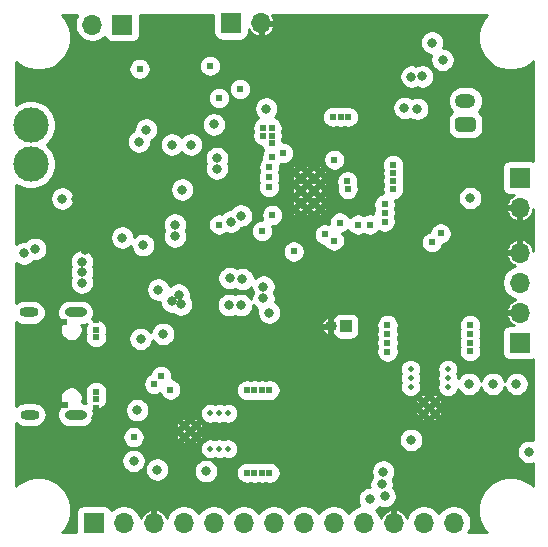
<source format=gbr>
G04 #@! TF.GenerationSoftware,KiCad,Pcbnew,(5.1.8)-1*
G04 #@! TF.CreationDate,2021-08-04T08:25:39+02:00*
G04 #@! TF.ProjectId,SuperPower-uC-KiCad,53757065-7250-46f7-9765-722d75432d4b,rev?*
G04 #@! TF.SameCoordinates,Original*
G04 #@! TF.FileFunction,Copper,L2,Inr*
G04 #@! TF.FilePolarity,Positive*
%FSLAX46Y46*%
G04 Gerber Fmt 4.6, Leading zero omitted, Abs format (unit mm)*
G04 Created by KiCad (PCBNEW (5.1.8)-1) date 2021-08-04 08:25:39*
%MOMM*%
%LPD*%
G01*
G04 APERTURE LIST*
G04 #@! TA.AperFunction,ComponentPad*
%ADD10C,0.600000*%
G04 #@! TD*
G04 #@! TA.AperFunction,ComponentPad*
%ADD11O,1.600000X0.800000*%
G04 #@! TD*
G04 #@! TA.AperFunction,ComponentPad*
%ADD12O,1.900000X0.800000*%
G04 #@! TD*
G04 #@! TA.AperFunction,ComponentPad*
%ADD13O,1.700000X1.700000*%
G04 #@! TD*
G04 #@! TA.AperFunction,ComponentPad*
%ADD14R,1.700000X1.700000*%
G04 #@! TD*
G04 #@! TA.AperFunction,ComponentPad*
%ADD15C,0.500000*%
G04 #@! TD*
G04 #@! TA.AperFunction,WasherPad*
%ADD16C,3.000000*%
G04 #@! TD*
G04 #@! TA.AperFunction,ComponentPad*
%ADD17O,1.000000X1.000000*%
G04 #@! TD*
G04 #@! TA.AperFunction,ComponentPad*
%ADD18R,1.000000X1.000000*%
G04 #@! TD*
G04 #@! TA.AperFunction,ComponentPad*
%ADD19O,1.750000X1.200000*%
G04 #@! TD*
G04 #@! TA.AperFunction,ViaPad*
%ADD20C,0.800000*%
G04 #@! TD*
G04 #@! TA.AperFunction,ViaPad*
%ADD21C,0.610000*%
G04 #@! TD*
G04 #@! TA.AperFunction,ViaPad*
%ADD22C,0.500000*%
G04 #@! TD*
G04 #@! TA.AperFunction,Conductor*
%ADD23C,0.254000*%
G04 #@! TD*
G04 #@! TA.AperFunction,Conductor*
%ADD24C,0.100000*%
G04 #@! TD*
G04 APERTURE END LIST*
D10*
X133339000Y-111000000D03*
X133839000Y-110500000D03*
X133839000Y-111500000D03*
X132839000Y-110500000D03*
X132839000Y-111500000D03*
X153589000Y-109015000D03*
X153089000Y-108515000D03*
X154089000Y-108515000D03*
X153089000Y-109515000D03*
X154089000Y-109515000D03*
D11*
X119731000Y-100958400D03*
X119781000Y-109608400D03*
D12*
X123681000Y-100958400D03*
X123681000Y-109608400D03*
D13*
X161290000Y-95885000D03*
X161290000Y-98425000D03*
X161290000Y-100965000D03*
D14*
X161290000Y-103505000D03*
D15*
X144356400Y-92202200D03*
X143281400Y-92202200D03*
X142206400Y-92202200D03*
X144356400Y-91152200D03*
X143281400Y-91152200D03*
X142206400Y-91152200D03*
X144356400Y-90102200D03*
X143281400Y-90102200D03*
X142206400Y-90102200D03*
X144356400Y-89052200D03*
X143281400Y-89052200D03*
X142206400Y-89052200D03*
D16*
X119888000Y-85090000D03*
X119888000Y-88392000D03*
D13*
X155702000Y-118745000D03*
X153162000Y-118745000D03*
X150622000Y-118745000D03*
X148082000Y-118745000D03*
X145542000Y-118745000D03*
X143002000Y-118745000D03*
X140462000Y-118745000D03*
X137922000Y-118745000D03*
X135382000Y-118745000D03*
X132842000Y-118745000D03*
X130302000Y-118745000D03*
X127762000Y-118745000D03*
D14*
X125222000Y-118745000D03*
D13*
X161290000Y-92075000D03*
D14*
X161290000Y-89535000D03*
D17*
X145288000Y-102108000D03*
D18*
X146558000Y-102108000D03*
D13*
X125095000Y-76581000D03*
D14*
X127635000Y-76581000D03*
X136842500Y-76454000D03*
D13*
X139382500Y-76454000D03*
G04 #@! TA.AperFunction,ComponentPad*
G36*
G01*
X157317601Y-85639200D02*
X156067599Y-85639200D01*
G75*
G02*
X155817600Y-85389201I0J249999D01*
G01*
X155817600Y-84689199D01*
G75*
G02*
X156067599Y-84439200I249999J0D01*
G01*
X157317601Y-84439200D01*
G75*
G02*
X157567600Y-84689199I0J-249999D01*
G01*
X157567600Y-85389201D01*
G75*
G02*
X157317601Y-85639200I-249999J0D01*
G01*
G37*
G04 #@! TD.AperFunction*
D19*
X156692600Y-83039200D03*
D20*
X153035000Y-80962500D03*
X152113793Y-80994151D03*
X126111000Y-85979000D03*
X126936500Y-85979000D03*
X126111000Y-84264500D03*
X126936500Y-84264500D03*
X127762000Y-85979000D03*
X127762000Y-84264500D03*
X154000000Y-115500000D03*
X149987000Y-99314000D03*
X141732000Y-97663000D03*
X125603000Y-99695000D03*
X129286000Y-107950000D03*
X144089000Y-104515000D03*
X157589000Y-115500000D03*
X127508000Y-107315000D03*
X129290660Y-91063660D03*
X123698000Y-91313000D03*
X122682000Y-84709000D03*
X124460000Y-95631000D03*
X156654500Y-77914500D03*
X151661722Y-78143030D03*
X152620307Y-78086807D03*
X134021990Y-90297000D03*
X134839000Y-107015000D03*
X135839000Y-107015000D03*
X136839000Y-107015000D03*
X159000000Y-111015000D03*
X161000000Y-111015000D03*
X157000000Y-111015000D03*
D21*
X145669000Y-116141500D03*
X137414985Y-80772985D03*
D20*
X147589000Y-104515000D03*
X142379000Y-109510000D03*
X142379000Y-110399000D03*
X142379000Y-111288000D03*
X142379000Y-112177000D03*
X153543000Y-100203000D03*
X152717500Y-100203000D03*
X151892000Y-100203000D03*
X154368500Y-100203000D03*
X155194000Y-100203000D03*
X145923000Y-78613000D03*
X145097500Y-78613000D03*
X144272000Y-78613000D03*
X146748500Y-78613000D03*
X147574000Y-78613000D03*
X131127500Y-80110500D03*
D21*
X136017000Y-78359000D03*
D20*
X125292791Y-91348111D03*
D21*
X126500000Y-115750000D03*
D20*
X118965000Y-113017500D03*
X120997000Y-113017500D03*
X119981000Y-113970000D03*
D21*
X125412500Y-109077503D03*
D20*
X125443979Y-109855000D03*
D21*
X122751980Y-108786591D03*
X122682000Y-101790500D03*
D20*
X144716498Y-110807500D03*
D21*
X145478500Y-85852000D03*
X145859500Y-86550500D03*
X125411734Y-101604507D03*
D20*
X127357239Y-101185744D03*
X154305000Y-91059000D03*
D21*
X139445504Y-80136504D03*
D20*
X146089000Y-104515000D03*
X130589000Y-116265000D03*
X132589000Y-116265000D03*
X121589000Y-114265000D03*
X134839000Y-116265000D03*
X131572000Y-88773000D03*
X137668000Y-86360000D03*
X136362677Y-96467026D03*
X137032999Y-95885001D03*
X136839000Y-93265000D03*
X124206000Y-96647000D03*
X124206000Y-98425000D03*
X124206000Y-97536000D03*
D21*
X140335000Y-92710000D03*
D20*
X137668000Y-92765000D03*
D21*
X140081000Y-88646000D03*
X147589000Y-93515000D03*
X154588990Y-94265000D03*
X142147939Y-95792939D03*
D20*
X139827000Y-83693000D03*
D21*
X140331801Y-87790427D03*
D20*
X132089000Y-94515000D03*
X136652000Y-100330000D03*
X137668000Y-100330000D03*
X132089000Y-93515000D03*
X129413000Y-95250000D03*
X135636000Y-88773000D03*
X135636000Y-87884000D03*
X132715000Y-90551000D03*
X136718005Y-98043992D03*
X137797977Y-98126704D03*
X132400000Y-99454000D03*
X131839000Y-100015000D03*
X132589000Y-100265000D03*
X129667000Y-85471000D03*
X135382000Y-85026500D03*
X131826000Y-86741000D03*
X133477000Y-86741000D03*
D21*
X146043555Y-93347148D03*
X135064500Y-80073500D03*
X129095500Y-80327500D03*
D20*
X129032000Y-86487000D03*
D21*
X139458039Y-94049632D03*
X135839000Y-93515000D03*
D20*
X128905000Y-109220000D03*
X120269000Y-95567500D03*
X119316502Y-95948500D03*
D21*
X125412500Y-107665253D03*
X125412500Y-103060500D03*
X125412500Y-102425500D03*
X125412500Y-108267500D03*
D20*
X129188978Y-103187500D03*
D21*
X145547000Y-94870488D03*
X137604500Y-82042000D03*
X144776433Y-94355477D03*
X135831015Y-82797515D03*
D20*
X122555000Y-91313000D03*
X127635000Y-94615000D03*
X153860500Y-78105000D03*
X151526997Y-83629500D03*
D21*
X130913979Y-106325167D03*
X130339000Y-107015000D03*
X153839000Y-95014996D03*
D20*
X130683000Y-99015000D03*
D22*
X155189000Y-107265000D03*
X155193500Y-106500000D03*
X155193500Y-105750000D03*
D21*
X157089000Y-102000000D03*
X157089000Y-104250000D03*
X157089000Y-103500000D03*
X157089000Y-102750000D03*
X150089000Y-104265000D03*
X150089000Y-102765000D03*
X150089000Y-102015000D03*
X150089000Y-103515000D03*
D22*
X152039000Y-107250000D03*
X152039000Y-105750000D03*
X152039000Y-106500000D03*
X135089000Y-109500000D03*
X135839000Y-109500000D03*
X136589000Y-109500000D03*
D21*
X138188000Y-107537500D03*
X138823000Y-107537500D03*
X139458000Y-107537500D03*
X140093000Y-107537500D03*
X138188000Y-114526500D03*
X138823000Y-114526500D03*
X139458000Y-114526500D03*
X140093000Y-114526500D03*
D22*
X135089000Y-112500000D03*
X135839000Y-112500000D03*
X136589000Y-112500000D03*
D20*
X154748998Y-79565000D03*
X152605194Y-83707694D03*
D21*
X131708990Y-107479560D03*
X128589000Y-111515000D03*
D20*
X131089000Y-102765000D03*
X128589000Y-113515000D03*
X130589000Y-114265000D03*
X134714000Y-114390000D03*
X162089000Y-112765000D03*
X149733000Y-114427000D03*
X157000000Y-107000000D03*
X159000000Y-107000000D03*
X161000000Y-107000000D03*
X152101653Y-111752347D03*
X149589000Y-115515000D03*
X149839007Y-116514993D03*
X148589000Y-116765000D03*
D21*
X150589000Y-90515000D03*
X146716462Y-90519538D03*
X146684990Y-89852510D03*
X150589000Y-89788992D03*
X150589000Y-89154000D03*
X150558981Y-88455503D03*
D20*
X157089000Y-91265000D03*
X139589000Y-98765000D03*
X140081000Y-100965000D03*
X139589000Y-99765000D03*
D21*
X140271500Y-85344000D03*
X140271500Y-85979000D03*
X140271500Y-86614000D03*
X139573000Y-85344000D03*
X139573000Y-85979000D03*
X141252077Y-87456794D03*
X140057045Y-89513014D03*
X140053556Y-90324446D03*
X146748500Y-84391500D03*
X145478500Y-84391500D03*
X146113500Y-84391500D03*
X149839000Y-93265000D03*
X149839000Y-92515000D03*
X149839005Y-91800005D03*
X145589000Y-88015000D03*
X148589000Y-93515000D03*
D23*
X123779010Y-75877589D02*
X123667068Y-76147842D01*
X123610000Y-76434740D01*
X123610000Y-76727260D01*
X123667068Y-77014158D01*
X123779010Y-77284411D01*
X123941525Y-77527632D01*
X124148368Y-77734475D01*
X124391589Y-77896990D01*
X124661842Y-78008932D01*
X124948740Y-78066000D01*
X125241260Y-78066000D01*
X125528158Y-78008932D01*
X125798411Y-77896990D01*
X126041632Y-77734475D01*
X126173487Y-77602620D01*
X126195498Y-77675180D01*
X126254463Y-77785494D01*
X126333815Y-77882185D01*
X126430506Y-77961537D01*
X126540820Y-78020502D01*
X126660518Y-78056812D01*
X126785000Y-78069072D01*
X128485000Y-78069072D01*
X128609482Y-78056812D01*
X128729180Y-78020502D01*
X128761809Y-78003061D01*
X152825500Y-78003061D01*
X152825500Y-78206939D01*
X152865274Y-78406898D01*
X152943295Y-78595256D01*
X153056563Y-78764774D01*
X153200726Y-78908937D01*
X153370244Y-79022205D01*
X153558602Y-79100226D01*
X153758561Y-79140000D01*
X153804763Y-79140000D01*
X153753772Y-79263102D01*
X153713998Y-79463061D01*
X153713998Y-79666939D01*
X153753772Y-79866898D01*
X153831793Y-80055256D01*
X153945061Y-80224774D01*
X154089224Y-80368937D01*
X154258742Y-80482205D01*
X154447100Y-80560226D01*
X154647059Y-80600000D01*
X154850937Y-80600000D01*
X155050896Y-80560226D01*
X155239254Y-80482205D01*
X155408772Y-80368937D01*
X155552935Y-80224774D01*
X155666203Y-80055256D01*
X155744224Y-79866898D01*
X155783998Y-79666939D01*
X155783998Y-79463061D01*
X155744224Y-79263102D01*
X155666203Y-79074744D01*
X155552935Y-78905226D01*
X155408772Y-78761063D01*
X155239254Y-78647795D01*
X155050896Y-78569774D01*
X154850937Y-78530000D01*
X154804735Y-78530000D01*
X154855726Y-78406898D01*
X154895500Y-78206939D01*
X154895500Y-78003061D01*
X154855726Y-77803102D01*
X154777705Y-77614744D01*
X154664437Y-77445226D01*
X154520274Y-77301063D01*
X154350756Y-77187795D01*
X154162398Y-77109774D01*
X153962439Y-77070000D01*
X153758561Y-77070000D01*
X153558602Y-77109774D01*
X153370244Y-77187795D01*
X153200726Y-77301063D01*
X153056563Y-77445226D01*
X152943295Y-77614744D01*
X152865274Y-77803102D01*
X152825500Y-78003061D01*
X128761809Y-78003061D01*
X128839494Y-77961537D01*
X128936185Y-77882185D01*
X129015537Y-77785494D01*
X129074502Y-77675180D01*
X129110812Y-77555482D01*
X129123072Y-77431000D01*
X129123072Y-75793200D01*
X135354428Y-75793200D01*
X135354428Y-77304000D01*
X135366688Y-77428482D01*
X135402998Y-77548180D01*
X135461963Y-77658494D01*
X135541315Y-77755185D01*
X135638006Y-77834537D01*
X135748320Y-77893502D01*
X135868018Y-77929812D01*
X135992500Y-77942072D01*
X137692500Y-77942072D01*
X137816982Y-77929812D01*
X137936680Y-77893502D01*
X138046994Y-77834537D01*
X138143685Y-77755185D01*
X138223037Y-77658494D01*
X138282002Y-77548180D01*
X138318312Y-77428482D01*
X138330572Y-77304000D01*
X138330572Y-76981226D01*
X138451154Y-77173679D01*
X138609452Y-77341547D01*
X138797458Y-77475307D01*
X139007947Y-77569819D01*
X139074015Y-77589855D01*
X139255500Y-77541862D01*
X139255500Y-76581000D01*
X139509500Y-76581000D01*
X139509500Y-77541862D01*
X139690985Y-77589855D01*
X139757053Y-77569819D01*
X139967542Y-77475307D01*
X140155548Y-77341547D01*
X140313846Y-77173679D01*
X140436353Y-76978154D01*
X140518361Y-76762486D01*
X140470884Y-76581000D01*
X139509500Y-76581000D01*
X139255500Y-76581000D01*
X139235500Y-76581000D01*
X139235500Y-76327000D01*
X139255500Y-76327000D01*
X139255500Y-76307000D01*
X139509500Y-76307000D01*
X139509500Y-76327000D01*
X140470884Y-76327000D01*
X140518361Y-76145514D01*
X140436353Y-75929846D01*
X140350737Y-75793200D01*
X158480729Y-75793200D01*
X158370963Y-75902966D01*
X158067054Y-76357797D01*
X157857718Y-76863179D01*
X157751000Y-77399689D01*
X157751000Y-77946711D01*
X157857718Y-78483221D01*
X158067054Y-78988603D01*
X158370963Y-79443434D01*
X158757766Y-79830237D01*
X159212597Y-80134146D01*
X159717979Y-80343482D01*
X160254489Y-80450200D01*
X160801511Y-80450200D01*
X161338021Y-80343482D01*
X161843403Y-80134146D01*
X162298234Y-79830237D01*
X162433400Y-79695071D01*
X162433400Y-88121807D01*
X162384180Y-88095498D01*
X162264482Y-88059188D01*
X162140000Y-88046928D01*
X160440000Y-88046928D01*
X160315518Y-88059188D01*
X160195820Y-88095498D01*
X160085506Y-88154463D01*
X159988815Y-88233815D01*
X159909463Y-88330506D01*
X159850498Y-88440820D01*
X159814188Y-88560518D01*
X159801928Y-88685000D01*
X159801928Y-90385000D01*
X159814188Y-90509482D01*
X159850498Y-90629180D01*
X159909463Y-90739494D01*
X159988815Y-90836185D01*
X160085506Y-90915537D01*
X160195820Y-90974502D01*
X160315518Y-91010812D01*
X160440000Y-91023072D01*
X160762774Y-91023072D01*
X160570321Y-91143654D01*
X160402453Y-91301952D01*
X160268693Y-91489958D01*
X160174181Y-91700447D01*
X160154145Y-91766515D01*
X160202138Y-91948000D01*
X161163000Y-91948000D01*
X161163000Y-91928000D01*
X161417000Y-91928000D01*
X161417000Y-91948000D01*
X161437000Y-91948000D01*
X161437000Y-92202000D01*
X161417000Y-92202000D01*
X161417000Y-93163384D01*
X161598486Y-93210861D01*
X161814154Y-93128853D01*
X162009679Y-93006346D01*
X162177547Y-92848048D01*
X162311307Y-92660042D01*
X162405819Y-92449553D01*
X162425855Y-92383485D01*
X162377863Y-92202002D01*
X162433400Y-92202002D01*
X162433400Y-95757998D01*
X162377863Y-95757998D01*
X162425855Y-95576515D01*
X162405819Y-95510447D01*
X162311307Y-95299958D01*
X162177547Y-95111952D01*
X162009679Y-94953654D01*
X161814154Y-94831147D01*
X161598486Y-94749139D01*
X161417000Y-94796616D01*
X161417000Y-95758000D01*
X161437000Y-95758000D01*
X161437000Y-96012000D01*
X161417000Y-96012000D01*
X161417000Y-96032000D01*
X161163000Y-96032000D01*
X161163000Y-96012000D01*
X160202138Y-96012000D01*
X160154145Y-96193485D01*
X160174181Y-96259553D01*
X160268693Y-96470042D01*
X160402453Y-96658048D01*
X160570321Y-96816346D01*
X160765846Y-96938853D01*
X160897614Y-96988958D01*
X160856842Y-96997068D01*
X160586589Y-97109010D01*
X160343368Y-97271525D01*
X160136525Y-97478368D01*
X159974010Y-97721589D01*
X159862068Y-97991842D01*
X159805000Y-98278740D01*
X159805000Y-98571260D01*
X159862068Y-98858158D01*
X159974010Y-99128411D01*
X160136525Y-99371632D01*
X160343368Y-99578475D01*
X160586589Y-99740990D01*
X160856842Y-99852932D01*
X160897614Y-99861042D01*
X160765846Y-99911147D01*
X160570321Y-100033654D01*
X160402453Y-100191952D01*
X160268693Y-100379958D01*
X160174181Y-100590447D01*
X160154145Y-100656515D01*
X160202138Y-100838000D01*
X161163000Y-100838000D01*
X161163000Y-100818000D01*
X161417000Y-100818000D01*
X161417000Y-100838000D01*
X161437000Y-100838000D01*
X161437000Y-101092000D01*
X161417000Y-101092000D01*
X161417000Y-101112000D01*
X161163000Y-101112000D01*
X161163000Y-101092000D01*
X160202138Y-101092000D01*
X160154145Y-101273485D01*
X160174181Y-101339553D01*
X160268693Y-101550042D01*
X160402453Y-101738048D01*
X160570321Y-101896346D01*
X160762774Y-102016928D01*
X160440000Y-102016928D01*
X160315518Y-102029188D01*
X160195820Y-102065498D01*
X160085506Y-102124463D01*
X159988815Y-102203815D01*
X159909463Y-102300506D01*
X159850498Y-102410820D01*
X159814188Y-102530518D01*
X159801928Y-102655000D01*
X159801928Y-104355000D01*
X159814188Y-104479482D01*
X159850498Y-104599180D01*
X159909463Y-104709494D01*
X159988815Y-104806185D01*
X160085506Y-104885537D01*
X160195820Y-104944502D01*
X160315518Y-104980812D01*
X160440000Y-104993072D01*
X162140000Y-104993072D01*
X162264482Y-104980812D01*
X162384180Y-104944502D01*
X162433401Y-104918193D01*
X162433401Y-111787379D01*
X162390898Y-111769774D01*
X162190939Y-111730000D01*
X161987061Y-111730000D01*
X161787102Y-111769774D01*
X161598744Y-111847795D01*
X161429226Y-111961063D01*
X161285063Y-112105226D01*
X161171795Y-112274744D01*
X161093774Y-112463102D01*
X161054000Y-112663061D01*
X161054000Y-112866939D01*
X161093774Y-113066898D01*
X161171795Y-113255256D01*
X161285063Y-113424774D01*
X161429226Y-113568937D01*
X161598744Y-113682205D01*
X161787102Y-113760226D01*
X161987061Y-113800000D01*
X162190939Y-113800000D01*
X162390898Y-113760226D01*
X162433401Y-113742621D01*
X162433401Y-115656330D01*
X162298234Y-115521163D01*
X161843403Y-115217254D01*
X161338021Y-115007918D01*
X160801511Y-114901200D01*
X160254489Y-114901200D01*
X159717979Y-115007918D01*
X159212597Y-115217254D01*
X158757766Y-115521163D01*
X158370963Y-115907966D01*
X158067054Y-116362797D01*
X157857718Y-116868179D01*
X157751000Y-117404689D01*
X157751000Y-117951711D01*
X157857718Y-118488221D01*
X158067054Y-118993603D01*
X158370963Y-119448434D01*
X158506129Y-119583600D01*
X156927660Y-119583600D01*
X157017990Y-119448411D01*
X157129932Y-119178158D01*
X157187000Y-118891260D01*
X157187000Y-118598740D01*
X157129932Y-118311842D01*
X157017990Y-118041589D01*
X156855475Y-117798368D01*
X156648632Y-117591525D01*
X156405411Y-117429010D01*
X156135158Y-117317068D01*
X155848260Y-117260000D01*
X155555740Y-117260000D01*
X155268842Y-117317068D01*
X154998589Y-117429010D01*
X154755368Y-117591525D01*
X154548525Y-117798368D01*
X154432000Y-117972760D01*
X154315475Y-117798368D01*
X154108632Y-117591525D01*
X153865411Y-117429010D01*
X153595158Y-117317068D01*
X153308260Y-117260000D01*
X153015740Y-117260000D01*
X152728842Y-117317068D01*
X152458589Y-117429010D01*
X152215368Y-117591525D01*
X152008525Y-117798368D01*
X151846010Y-118041589D01*
X151734068Y-118311842D01*
X151725958Y-118352614D01*
X151675853Y-118220846D01*
X151553346Y-118025321D01*
X151395048Y-117857453D01*
X151207042Y-117723693D01*
X150996553Y-117629181D01*
X150930485Y-117609145D01*
X150749000Y-117657138D01*
X150749000Y-118618000D01*
X150769000Y-118618000D01*
X150769000Y-118872000D01*
X150749000Y-118872000D01*
X150749000Y-118892000D01*
X150495000Y-118892000D01*
X150495000Y-118872000D01*
X150475000Y-118872000D01*
X150475000Y-118618000D01*
X150495000Y-118618000D01*
X150495000Y-117657138D01*
X150313515Y-117609145D01*
X150247447Y-117629181D01*
X150036958Y-117723693D01*
X149848952Y-117857453D01*
X149690654Y-118025321D01*
X149568147Y-118220846D01*
X149518042Y-118352614D01*
X149509932Y-118311842D01*
X149397990Y-118041589D01*
X149235475Y-117798368D01*
X149103268Y-117666161D01*
X149248774Y-117568937D01*
X149374746Y-117442965D01*
X149537109Y-117510219D01*
X149737068Y-117549993D01*
X149940946Y-117549993D01*
X150140905Y-117510219D01*
X150329263Y-117432198D01*
X150498781Y-117318930D01*
X150642944Y-117174767D01*
X150756212Y-117005249D01*
X150834233Y-116816891D01*
X150874007Y-116616932D01*
X150874007Y-116413054D01*
X150834233Y-116213095D01*
X150756212Y-116024737D01*
X150642944Y-115855219D01*
X150587610Y-115799885D01*
X150624000Y-115616939D01*
X150624000Y-115413061D01*
X150584226Y-115213102D01*
X150533374Y-115090337D01*
X150536937Y-115086774D01*
X150650205Y-114917256D01*
X150728226Y-114728898D01*
X150768000Y-114528939D01*
X150768000Y-114325061D01*
X150728226Y-114125102D01*
X150650205Y-113936744D01*
X150536937Y-113767226D01*
X150392774Y-113623063D01*
X150223256Y-113509795D01*
X150034898Y-113431774D01*
X149834939Y-113392000D01*
X149631061Y-113392000D01*
X149431102Y-113431774D01*
X149242744Y-113509795D01*
X149073226Y-113623063D01*
X148929063Y-113767226D01*
X148815795Y-113936744D01*
X148737774Y-114125102D01*
X148698000Y-114325061D01*
X148698000Y-114528939D01*
X148737774Y-114728898D01*
X148788626Y-114851663D01*
X148785063Y-114855226D01*
X148671795Y-115024744D01*
X148593774Y-115213102D01*
X148554000Y-115413061D01*
X148554000Y-115616939D01*
X148576489Y-115730000D01*
X148487061Y-115730000D01*
X148287102Y-115769774D01*
X148098744Y-115847795D01*
X147929226Y-115961063D01*
X147785063Y-116105226D01*
X147671795Y-116274744D01*
X147593774Y-116463102D01*
X147554000Y-116663061D01*
X147554000Y-116866939D01*
X147593774Y-117066898D01*
X147671795Y-117255256D01*
X147705558Y-117305786D01*
X147648842Y-117317068D01*
X147378589Y-117429010D01*
X147135368Y-117591525D01*
X146928525Y-117798368D01*
X146812000Y-117972760D01*
X146695475Y-117798368D01*
X146488632Y-117591525D01*
X146245411Y-117429010D01*
X145975158Y-117317068D01*
X145688260Y-117260000D01*
X145395740Y-117260000D01*
X145108842Y-117317068D01*
X144838589Y-117429010D01*
X144595368Y-117591525D01*
X144388525Y-117798368D01*
X144272000Y-117972760D01*
X144155475Y-117798368D01*
X143948632Y-117591525D01*
X143705411Y-117429010D01*
X143435158Y-117317068D01*
X143148260Y-117260000D01*
X142855740Y-117260000D01*
X142568842Y-117317068D01*
X142298589Y-117429010D01*
X142055368Y-117591525D01*
X141848525Y-117798368D01*
X141732000Y-117972760D01*
X141615475Y-117798368D01*
X141408632Y-117591525D01*
X141165411Y-117429010D01*
X140895158Y-117317068D01*
X140608260Y-117260000D01*
X140315740Y-117260000D01*
X140028842Y-117317068D01*
X139758589Y-117429010D01*
X139515368Y-117591525D01*
X139308525Y-117798368D01*
X139192000Y-117972760D01*
X139075475Y-117798368D01*
X138868632Y-117591525D01*
X138625411Y-117429010D01*
X138355158Y-117317068D01*
X138068260Y-117260000D01*
X137775740Y-117260000D01*
X137488842Y-117317068D01*
X137218589Y-117429010D01*
X136975368Y-117591525D01*
X136768525Y-117798368D01*
X136652000Y-117972760D01*
X136535475Y-117798368D01*
X136328632Y-117591525D01*
X136085411Y-117429010D01*
X135815158Y-117317068D01*
X135528260Y-117260000D01*
X135235740Y-117260000D01*
X134948842Y-117317068D01*
X134678589Y-117429010D01*
X134435368Y-117591525D01*
X134228525Y-117798368D01*
X134112000Y-117972760D01*
X133995475Y-117798368D01*
X133788632Y-117591525D01*
X133545411Y-117429010D01*
X133275158Y-117317068D01*
X132988260Y-117260000D01*
X132695740Y-117260000D01*
X132408842Y-117317068D01*
X132138589Y-117429010D01*
X131895368Y-117591525D01*
X131688525Y-117798368D01*
X131526010Y-118041589D01*
X131414068Y-118311842D01*
X131405958Y-118352614D01*
X131355853Y-118220846D01*
X131233346Y-118025321D01*
X131075048Y-117857453D01*
X130887042Y-117723693D01*
X130676553Y-117629181D01*
X130610485Y-117609145D01*
X130429000Y-117657138D01*
X130429000Y-118618000D01*
X130449000Y-118618000D01*
X130449000Y-118872000D01*
X130429000Y-118872000D01*
X130429000Y-118892000D01*
X130175000Y-118892000D01*
X130175000Y-118872000D01*
X130155000Y-118872000D01*
X130155000Y-118618000D01*
X130175000Y-118618000D01*
X130175000Y-117657138D01*
X129993515Y-117609145D01*
X129927447Y-117629181D01*
X129716958Y-117723693D01*
X129528952Y-117857453D01*
X129370654Y-118025321D01*
X129248147Y-118220846D01*
X129198042Y-118352614D01*
X129189932Y-118311842D01*
X129077990Y-118041589D01*
X128915475Y-117798368D01*
X128708632Y-117591525D01*
X128465411Y-117429010D01*
X128195158Y-117317068D01*
X127908260Y-117260000D01*
X127615740Y-117260000D01*
X127328842Y-117317068D01*
X127058589Y-117429010D01*
X126815368Y-117591525D01*
X126683513Y-117723380D01*
X126661502Y-117650820D01*
X126602537Y-117540506D01*
X126523185Y-117443815D01*
X126426494Y-117364463D01*
X126316180Y-117305498D01*
X126196482Y-117269188D01*
X126072000Y-117256928D01*
X124372000Y-117256928D01*
X124247518Y-117269188D01*
X124127820Y-117305498D01*
X124017506Y-117364463D01*
X123920815Y-117443815D01*
X123841463Y-117540506D01*
X123782498Y-117650820D01*
X123746188Y-117770518D01*
X123733928Y-117895000D01*
X123733928Y-119583600D01*
X122544871Y-119583600D01*
X122680037Y-119448434D01*
X122983946Y-118993603D01*
X123193282Y-118488221D01*
X123300000Y-117951711D01*
X123300000Y-117404689D01*
X123193282Y-116868179D01*
X122983946Y-116362797D01*
X122680037Y-115907966D01*
X122293234Y-115521163D01*
X121838403Y-115217254D01*
X121333021Y-115007918D01*
X120796511Y-114901200D01*
X120249489Y-114901200D01*
X119712979Y-115007918D01*
X119207597Y-115217254D01*
X118752766Y-115521163D01*
X118638078Y-115635851D01*
X118637920Y-115569621D01*
X118640615Y-113413061D01*
X127554000Y-113413061D01*
X127554000Y-113616939D01*
X127593774Y-113816898D01*
X127671795Y-114005256D01*
X127785063Y-114174774D01*
X127929226Y-114318937D01*
X128098744Y-114432205D01*
X128287102Y-114510226D01*
X128487061Y-114550000D01*
X128690939Y-114550000D01*
X128890898Y-114510226D01*
X129079256Y-114432205D01*
X129248774Y-114318937D01*
X129392937Y-114174774D01*
X129400763Y-114163061D01*
X129554000Y-114163061D01*
X129554000Y-114366939D01*
X129593774Y-114566898D01*
X129671795Y-114755256D01*
X129785063Y-114924774D01*
X129929226Y-115068937D01*
X130098744Y-115182205D01*
X130287102Y-115260226D01*
X130487061Y-115300000D01*
X130690939Y-115300000D01*
X130890898Y-115260226D01*
X131079256Y-115182205D01*
X131248774Y-115068937D01*
X131392937Y-114924774D01*
X131506205Y-114755256D01*
X131584226Y-114566898D01*
X131624000Y-114366939D01*
X131624000Y-114288061D01*
X133679000Y-114288061D01*
X133679000Y-114491939D01*
X133718774Y-114691898D01*
X133796795Y-114880256D01*
X133910063Y-115049774D01*
X134054226Y-115193937D01*
X134223744Y-115307205D01*
X134412102Y-115385226D01*
X134612061Y-115425000D01*
X134815939Y-115425000D01*
X135015898Y-115385226D01*
X135204256Y-115307205D01*
X135373774Y-115193937D01*
X135517937Y-115049774D01*
X135631205Y-114880256D01*
X135709226Y-114691898D01*
X135749000Y-114491939D01*
X135749000Y-114433918D01*
X137248000Y-114433918D01*
X137248000Y-114619082D01*
X137284124Y-114800688D01*
X137354983Y-114971757D01*
X137457855Y-115125715D01*
X137588785Y-115256645D01*
X137742743Y-115359517D01*
X137913812Y-115430376D01*
X138095418Y-115466500D01*
X138280582Y-115466500D01*
X138462188Y-115430376D01*
X138505500Y-115412436D01*
X138548812Y-115430376D01*
X138730418Y-115466500D01*
X138915582Y-115466500D01*
X139097188Y-115430376D01*
X139140500Y-115412436D01*
X139183812Y-115430376D01*
X139365418Y-115466500D01*
X139550582Y-115466500D01*
X139732188Y-115430376D01*
X139775500Y-115412436D01*
X139818812Y-115430376D01*
X140000418Y-115466500D01*
X140185582Y-115466500D01*
X140367188Y-115430376D01*
X140538257Y-115359517D01*
X140692215Y-115256645D01*
X140823145Y-115125715D01*
X140926017Y-114971757D01*
X140996876Y-114800688D01*
X141033000Y-114619082D01*
X141033000Y-114433918D01*
X140996876Y-114252312D01*
X140926017Y-114081243D01*
X140823145Y-113927285D01*
X140692215Y-113796355D01*
X140538257Y-113693483D01*
X140367188Y-113622624D01*
X140185582Y-113586500D01*
X140000418Y-113586500D01*
X139818812Y-113622624D01*
X139775500Y-113640564D01*
X139732188Y-113622624D01*
X139550582Y-113586500D01*
X139365418Y-113586500D01*
X139183812Y-113622624D01*
X139140500Y-113640564D01*
X139097188Y-113622624D01*
X138915582Y-113586500D01*
X138730418Y-113586500D01*
X138548812Y-113622624D01*
X138505500Y-113640564D01*
X138462188Y-113622624D01*
X138280582Y-113586500D01*
X138095418Y-113586500D01*
X137913812Y-113622624D01*
X137742743Y-113693483D01*
X137588785Y-113796355D01*
X137457855Y-113927285D01*
X137354983Y-114081243D01*
X137284124Y-114252312D01*
X137248000Y-114433918D01*
X135749000Y-114433918D01*
X135749000Y-114288061D01*
X135709226Y-114088102D01*
X135631205Y-113899744D01*
X135517937Y-113730226D01*
X135373774Y-113586063D01*
X135204256Y-113472795D01*
X135015898Y-113394774D01*
X134815939Y-113355000D01*
X134612061Y-113355000D01*
X134412102Y-113394774D01*
X134223744Y-113472795D01*
X134054226Y-113586063D01*
X133910063Y-113730226D01*
X133796795Y-113899744D01*
X133718774Y-114088102D01*
X133679000Y-114288061D01*
X131624000Y-114288061D01*
X131624000Y-114163061D01*
X131584226Y-113963102D01*
X131506205Y-113774744D01*
X131392937Y-113605226D01*
X131248774Y-113461063D01*
X131079256Y-113347795D01*
X130890898Y-113269774D01*
X130690939Y-113230000D01*
X130487061Y-113230000D01*
X130287102Y-113269774D01*
X130098744Y-113347795D01*
X129929226Y-113461063D01*
X129785063Y-113605226D01*
X129671795Y-113774744D01*
X129593774Y-113963102D01*
X129554000Y-114163061D01*
X129400763Y-114163061D01*
X129506205Y-114005256D01*
X129584226Y-113816898D01*
X129624000Y-113616939D01*
X129624000Y-113413061D01*
X129584226Y-113213102D01*
X129506205Y-113024744D01*
X129392937Y-112855226D01*
X129248774Y-112711063D01*
X129079256Y-112597795D01*
X128890898Y-112519774D01*
X128690939Y-112480000D01*
X128487061Y-112480000D01*
X128287102Y-112519774D01*
X128098744Y-112597795D01*
X127929226Y-112711063D01*
X127785063Y-112855226D01*
X127671795Y-113024744D01*
X127593774Y-113213102D01*
X127554000Y-113413061D01*
X118640615Y-113413061D01*
X118642959Y-111538831D01*
X118643000Y-111538419D01*
X118643000Y-111506401D01*
X118643040Y-111474407D01*
X118643000Y-111473996D01*
X118643000Y-111422418D01*
X127649000Y-111422418D01*
X127649000Y-111607582D01*
X127685124Y-111789188D01*
X127755983Y-111960257D01*
X127858855Y-112114215D01*
X127989785Y-112245145D01*
X128143743Y-112348017D01*
X128314812Y-112418876D01*
X128496418Y-112455000D01*
X128681582Y-112455000D01*
X128863188Y-112418876D01*
X128877772Y-112412835D01*
X134204000Y-112412835D01*
X134204000Y-112587165D01*
X134238010Y-112758145D01*
X134304723Y-112919205D01*
X134401576Y-113064155D01*
X134524845Y-113187424D01*
X134669795Y-113284277D01*
X134830855Y-113350990D01*
X135001835Y-113385000D01*
X135176165Y-113385000D01*
X135347145Y-113350990D01*
X135464000Y-113302587D01*
X135580855Y-113350990D01*
X135751835Y-113385000D01*
X135926165Y-113385000D01*
X136097145Y-113350990D01*
X136214000Y-113302587D01*
X136330855Y-113350990D01*
X136501835Y-113385000D01*
X136676165Y-113385000D01*
X136847145Y-113350990D01*
X137008205Y-113284277D01*
X137153155Y-113187424D01*
X137276424Y-113064155D01*
X137373277Y-112919205D01*
X137439990Y-112758145D01*
X137474000Y-112587165D01*
X137474000Y-112412835D01*
X137439990Y-112241855D01*
X137373277Y-112080795D01*
X137276424Y-111935845D01*
X137153155Y-111812576D01*
X137008205Y-111715723D01*
X136850521Y-111650408D01*
X151066653Y-111650408D01*
X151066653Y-111854286D01*
X151106427Y-112054245D01*
X151184448Y-112242603D01*
X151297716Y-112412121D01*
X151441879Y-112556284D01*
X151611397Y-112669552D01*
X151799755Y-112747573D01*
X151999714Y-112787347D01*
X152203592Y-112787347D01*
X152403551Y-112747573D01*
X152591909Y-112669552D01*
X152761427Y-112556284D01*
X152905590Y-112412121D01*
X153018858Y-112242603D01*
X153096879Y-112054245D01*
X153136653Y-111854286D01*
X153136653Y-111650408D01*
X153096879Y-111450449D01*
X153018858Y-111262091D01*
X152905590Y-111092573D01*
X152761427Y-110948410D01*
X152591909Y-110835142D01*
X152403551Y-110757121D01*
X152203592Y-110717347D01*
X151999714Y-110717347D01*
X151799755Y-110757121D01*
X151611397Y-110835142D01*
X151441879Y-110948410D01*
X151297716Y-111092573D01*
X151184448Y-111262091D01*
X151106427Y-111450449D01*
X151066653Y-111650408D01*
X136850521Y-111650408D01*
X136847145Y-111649010D01*
X136676165Y-111615000D01*
X136501835Y-111615000D01*
X136330855Y-111649010D01*
X136214000Y-111697413D01*
X136097145Y-111649010D01*
X135926165Y-111615000D01*
X135751835Y-111615000D01*
X135580855Y-111649010D01*
X135464000Y-111697413D01*
X135347145Y-111649010D01*
X135176165Y-111615000D01*
X135001835Y-111615000D01*
X134830855Y-111649010D01*
X134669795Y-111715723D01*
X134524845Y-111812576D01*
X134401576Y-111935845D01*
X134304723Y-112080795D01*
X134238010Y-112241855D01*
X134204000Y-112412835D01*
X128877772Y-112412835D01*
X129034257Y-112348017D01*
X129188215Y-112245145D01*
X129319145Y-112114215D01*
X129417542Y-111966954D01*
X132551651Y-111966954D01*
X132579022Y-112073894D01*
X132695978Y-112113586D01*
X132818431Y-112129698D01*
X132941674Y-112121611D01*
X133060971Y-112089636D01*
X133098978Y-112073894D01*
X133126349Y-111966954D01*
X133551651Y-111966954D01*
X133579022Y-112073894D01*
X133695978Y-112113586D01*
X133818431Y-112129698D01*
X133941674Y-112121611D01*
X134060971Y-112089636D01*
X134098978Y-112073894D01*
X134126349Y-111966954D01*
X133839000Y-111679605D01*
X133551651Y-111966954D01*
X133126349Y-111966954D01*
X132839000Y-111679605D01*
X132551651Y-111966954D01*
X129417542Y-111966954D01*
X129422017Y-111960257D01*
X129492876Y-111789188D01*
X129529000Y-111607582D01*
X129529000Y-111479431D01*
X132209302Y-111479431D01*
X132217389Y-111602674D01*
X132249364Y-111721971D01*
X132265106Y-111759978D01*
X132372046Y-111787349D01*
X132659395Y-111500000D01*
X133018605Y-111500000D01*
X133074386Y-111555781D01*
X133079022Y-111573894D01*
X133099422Y-111580817D01*
X133255577Y-111736972D01*
X133265106Y-111759978D01*
X133283219Y-111764614D01*
X133305954Y-111787349D01*
X133339000Y-111778891D01*
X133372046Y-111787349D01*
X133394781Y-111764614D01*
X133412894Y-111759978D01*
X133419817Y-111739578D01*
X133575972Y-111583423D01*
X133598978Y-111573894D01*
X133603614Y-111555781D01*
X133659395Y-111500000D01*
X134018605Y-111500000D01*
X134305954Y-111787349D01*
X134412894Y-111759978D01*
X134452586Y-111643022D01*
X134468698Y-111520569D01*
X134460611Y-111397326D01*
X134428636Y-111278029D01*
X134412894Y-111240022D01*
X134305954Y-111212651D01*
X134018605Y-111500000D01*
X133659395Y-111500000D01*
X133422423Y-111263028D01*
X133412894Y-111240022D01*
X133394781Y-111235386D01*
X133339000Y-111179605D01*
X133283219Y-111235386D01*
X133265106Y-111240022D01*
X133258183Y-111260422D01*
X133018605Y-111500000D01*
X132659395Y-111500000D01*
X132372046Y-111212651D01*
X132265106Y-111240022D01*
X132225414Y-111356978D01*
X132209302Y-111479431D01*
X129529000Y-111479431D01*
X129529000Y-111422418D01*
X129492876Y-111240812D01*
X129422017Y-111069743D01*
X129353336Y-110966954D01*
X132551651Y-110966954D01*
X132560109Y-111000000D01*
X132551651Y-111033046D01*
X132574386Y-111055781D01*
X132579022Y-111073894D01*
X132599422Y-111080817D01*
X132755577Y-111236972D01*
X132765106Y-111259978D01*
X132783219Y-111264614D01*
X132839000Y-111320395D01*
X133075972Y-111083423D01*
X133098978Y-111073894D01*
X133103614Y-111055781D01*
X133159395Y-111000000D01*
X133518605Y-111000000D01*
X133574386Y-111055781D01*
X133579022Y-111073894D01*
X133599422Y-111080817D01*
X133839000Y-111320395D01*
X133894781Y-111264614D01*
X133912894Y-111259978D01*
X133919817Y-111239578D01*
X134075972Y-111083423D01*
X134098978Y-111073894D01*
X134103614Y-111055781D01*
X134126349Y-111033046D01*
X134117891Y-111000000D01*
X134126349Y-110966954D01*
X134103614Y-110944219D01*
X134098978Y-110926106D01*
X134078578Y-110919183D01*
X133922423Y-110763028D01*
X133912894Y-110740022D01*
X133894781Y-110735386D01*
X133839000Y-110679605D01*
X133602028Y-110916577D01*
X133579022Y-110926106D01*
X133574386Y-110944219D01*
X133518605Y-111000000D01*
X133159395Y-111000000D01*
X133103614Y-110944219D01*
X133098978Y-110926106D01*
X133078578Y-110919183D01*
X132839000Y-110679605D01*
X132783219Y-110735386D01*
X132765106Y-110740022D01*
X132758183Y-110760422D01*
X132602028Y-110916577D01*
X132579022Y-110926106D01*
X132574386Y-110944219D01*
X132551651Y-110966954D01*
X129353336Y-110966954D01*
X129319145Y-110915785D01*
X129188215Y-110784855D01*
X129034257Y-110681983D01*
X128863188Y-110611124D01*
X128681582Y-110575000D01*
X128496418Y-110575000D01*
X128314812Y-110611124D01*
X128143743Y-110681983D01*
X127989785Y-110784855D01*
X127858855Y-110915785D01*
X127755983Y-111069743D01*
X127685124Y-111240812D01*
X127649000Y-111422418D01*
X118643000Y-111422418D01*
X118643000Y-110340623D01*
X118645604Y-110343796D01*
X118803203Y-110473134D01*
X118983007Y-110569241D01*
X119178105Y-110628424D01*
X119330162Y-110643400D01*
X120231838Y-110643400D01*
X120383895Y-110628424D01*
X120578993Y-110569241D01*
X120758797Y-110473134D01*
X120916396Y-110343796D01*
X121045734Y-110186197D01*
X121141841Y-110006393D01*
X121201024Y-109811295D01*
X121221007Y-109608400D01*
X122090993Y-109608400D01*
X122110976Y-109811295D01*
X122170159Y-110006393D01*
X122266266Y-110186197D01*
X122395604Y-110343796D01*
X122553203Y-110473134D01*
X122733007Y-110569241D01*
X122928105Y-110628424D01*
X123080162Y-110643400D01*
X124281838Y-110643400D01*
X124433895Y-110628424D01*
X124628993Y-110569241D01*
X124797016Y-110479431D01*
X132209302Y-110479431D01*
X132217389Y-110602674D01*
X132249364Y-110721971D01*
X132265106Y-110759978D01*
X132372046Y-110787349D01*
X132659395Y-110500000D01*
X133018605Y-110500000D01*
X133255577Y-110736972D01*
X133265106Y-110759978D01*
X133283219Y-110764614D01*
X133339000Y-110820395D01*
X133394781Y-110764614D01*
X133412894Y-110759978D01*
X133419817Y-110739578D01*
X133659395Y-110500000D01*
X134018605Y-110500000D01*
X134305954Y-110787349D01*
X134412894Y-110759978D01*
X134452586Y-110643022D01*
X134468698Y-110520569D01*
X134460611Y-110397326D01*
X134428636Y-110278029D01*
X134412894Y-110240022D01*
X134305954Y-110212651D01*
X134018605Y-110500000D01*
X133659395Y-110500000D01*
X133603614Y-110444219D01*
X133598978Y-110426106D01*
X133578578Y-110419183D01*
X133422423Y-110263028D01*
X133412894Y-110240022D01*
X133394781Y-110235386D01*
X133372046Y-110212651D01*
X133339000Y-110221109D01*
X133305954Y-110212651D01*
X133283219Y-110235386D01*
X133265106Y-110240022D01*
X133258183Y-110260422D01*
X133102028Y-110416577D01*
X133079022Y-110426106D01*
X133074386Y-110444219D01*
X133018605Y-110500000D01*
X132659395Y-110500000D01*
X132372046Y-110212651D01*
X132265106Y-110240022D01*
X132225414Y-110356978D01*
X132209302Y-110479431D01*
X124797016Y-110479431D01*
X124808797Y-110473134D01*
X124966396Y-110343796D01*
X125095734Y-110186197D01*
X125191841Y-110006393D01*
X125251024Y-109811295D01*
X125271007Y-109608400D01*
X125251024Y-109405505D01*
X125191841Y-109210407D01*
X125174865Y-109178647D01*
X125319918Y-109207500D01*
X125505082Y-109207500D01*
X125686688Y-109171376D01*
X125815401Y-109118061D01*
X127870000Y-109118061D01*
X127870000Y-109321939D01*
X127909774Y-109521898D01*
X127987795Y-109710256D01*
X128101063Y-109879774D01*
X128245226Y-110023937D01*
X128414744Y-110137205D01*
X128603102Y-110215226D01*
X128803061Y-110255000D01*
X129006939Y-110255000D01*
X129206898Y-110215226D01*
X129395256Y-110137205D01*
X129551141Y-110033046D01*
X132551651Y-110033046D01*
X132839000Y-110320395D01*
X133126349Y-110033046D01*
X133551651Y-110033046D01*
X133839000Y-110320395D01*
X134126349Y-110033046D01*
X134098978Y-109926106D01*
X133982022Y-109886414D01*
X133859569Y-109870302D01*
X133736326Y-109878389D01*
X133617029Y-109910364D01*
X133579022Y-109926106D01*
X133551651Y-110033046D01*
X133126349Y-110033046D01*
X133098978Y-109926106D01*
X132982022Y-109886414D01*
X132859569Y-109870302D01*
X132736326Y-109878389D01*
X132617029Y-109910364D01*
X132579022Y-109926106D01*
X132551651Y-110033046D01*
X129551141Y-110033046D01*
X129564774Y-110023937D01*
X129708937Y-109879774D01*
X129822205Y-109710256D01*
X129900226Y-109521898D01*
X129921919Y-109412835D01*
X134204000Y-109412835D01*
X134204000Y-109587165D01*
X134238010Y-109758145D01*
X134304723Y-109919205D01*
X134401576Y-110064155D01*
X134524845Y-110187424D01*
X134669795Y-110284277D01*
X134830855Y-110350990D01*
X135001835Y-110385000D01*
X135176165Y-110385000D01*
X135347145Y-110350990D01*
X135464000Y-110302587D01*
X135580855Y-110350990D01*
X135751835Y-110385000D01*
X135926165Y-110385000D01*
X136097145Y-110350990D01*
X136214000Y-110302587D01*
X136330855Y-110350990D01*
X136501835Y-110385000D01*
X136676165Y-110385000D01*
X136847145Y-110350990D01*
X137008205Y-110284277D01*
X137153155Y-110187424D01*
X137276424Y-110064155D01*
X137331349Y-109981954D01*
X152801651Y-109981954D01*
X152829022Y-110088894D01*
X152945978Y-110128586D01*
X153068431Y-110144698D01*
X153191674Y-110136611D01*
X153310971Y-110104636D01*
X153348978Y-110088894D01*
X153376349Y-109981954D01*
X153801651Y-109981954D01*
X153829022Y-110088894D01*
X153945978Y-110128586D01*
X154068431Y-110144698D01*
X154191674Y-110136611D01*
X154310971Y-110104636D01*
X154348978Y-110088894D01*
X154376349Y-109981954D01*
X154089000Y-109694605D01*
X153801651Y-109981954D01*
X153376349Y-109981954D01*
X153089000Y-109694605D01*
X152801651Y-109981954D01*
X137331349Y-109981954D01*
X137373277Y-109919205D01*
X137439990Y-109758145D01*
X137474000Y-109587165D01*
X137474000Y-109494431D01*
X152459302Y-109494431D01*
X152467389Y-109617674D01*
X152499364Y-109736971D01*
X152515106Y-109774978D01*
X152622046Y-109802349D01*
X152909395Y-109515000D01*
X153268605Y-109515000D01*
X153324386Y-109570781D01*
X153329022Y-109588894D01*
X153349422Y-109595817D01*
X153505577Y-109751972D01*
X153515106Y-109774978D01*
X153533219Y-109779614D01*
X153555954Y-109802349D01*
X153589000Y-109793891D01*
X153622046Y-109802349D01*
X153644781Y-109779614D01*
X153662894Y-109774978D01*
X153669817Y-109754578D01*
X153825972Y-109598423D01*
X153848978Y-109588894D01*
X153853614Y-109570781D01*
X153909395Y-109515000D01*
X154268605Y-109515000D01*
X154555954Y-109802349D01*
X154662894Y-109774978D01*
X154702586Y-109658022D01*
X154718698Y-109535569D01*
X154710611Y-109412326D01*
X154678636Y-109293029D01*
X154662894Y-109255022D01*
X154555954Y-109227651D01*
X154268605Y-109515000D01*
X153909395Y-109515000D01*
X153672423Y-109278028D01*
X153662894Y-109255022D01*
X153644781Y-109250386D01*
X153589000Y-109194605D01*
X153533219Y-109250386D01*
X153515106Y-109255022D01*
X153508183Y-109275422D01*
X153268605Y-109515000D01*
X152909395Y-109515000D01*
X152622046Y-109227651D01*
X152515106Y-109255022D01*
X152475414Y-109371978D01*
X152459302Y-109494431D01*
X137474000Y-109494431D01*
X137474000Y-109412835D01*
X137439990Y-109241855D01*
X137373277Y-109080795D01*
X137307234Y-108981954D01*
X152801651Y-108981954D01*
X152810109Y-109015000D01*
X152801651Y-109048046D01*
X152824386Y-109070781D01*
X152829022Y-109088894D01*
X152849422Y-109095817D01*
X153005577Y-109251972D01*
X153015106Y-109274978D01*
X153033219Y-109279614D01*
X153089000Y-109335395D01*
X153325972Y-109098423D01*
X153348978Y-109088894D01*
X153353614Y-109070781D01*
X153409395Y-109015000D01*
X153768605Y-109015000D01*
X153824386Y-109070781D01*
X153829022Y-109088894D01*
X153849422Y-109095817D01*
X154089000Y-109335395D01*
X154144781Y-109279614D01*
X154162894Y-109274978D01*
X154169817Y-109254578D01*
X154325972Y-109098423D01*
X154348978Y-109088894D01*
X154353614Y-109070781D01*
X154376349Y-109048046D01*
X154367891Y-109015000D01*
X154376349Y-108981954D01*
X154353614Y-108959219D01*
X154348978Y-108941106D01*
X154328578Y-108934183D01*
X154172423Y-108778028D01*
X154162894Y-108755022D01*
X154144781Y-108750386D01*
X154089000Y-108694605D01*
X153852028Y-108931577D01*
X153829022Y-108941106D01*
X153824386Y-108959219D01*
X153768605Y-109015000D01*
X153409395Y-109015000D01*
X153353614Y-108959219D01*
X153348978Y-108941106D01*
X153328578Y-108934183D01*
X153089000Y-108694605D01*
X153033219Y-108750386D01*
X153015106Y-108755022D01*
X153008183Y-108775422D01*
X152852028Y-108931577D01*
X152829022Y-108941106D01*
X152824386Y-108959219D01*
X152801651Y-108981954D01*
X137307234Y-108981954D01*
X137276424Y-108935845D01*
X137153155Y-108812576D01*
X137008205Y-108715723D01*
X136847145Y-108649010D01*
X136676165Y-108615000D01*
X136501835Y-108615000D01*
X136330855Y-108649010D01*
X136214000Y-108697413D01*
X136097145Y-108649010D01*
X135926165Y-108615000D01*
X135751835Y-108615000D01*
X135580855Y-108649010D01*
X135464000Y-108697413D01*
X135347145Y-108649010D01*
X135176165Y-108615000D01*
X135001835Y-108615000D01*
X134830855Y-108649010D01*
X134669795Y-108715723D01*
X134524845Y-108812576D01*
X134401576Y-108935845D01*
X134304723Y-109080795D01*
X134238010Y-109241855D01*
X134204000Y-109412835D01*
X129921919Y-109412835D01*
X129940000Y-109321939D01*
X129940000Y-109118061D01*
X129900226Y-108918102D01*
X129822205Y-108729744D01*
X129708937Y-108560226D01*
X129643142Y-108494431D01*
X152459302Y-108494431D01*
X152467389Y-108617674D01*
X152499364Y-108736971D01*
X152515106Y-108774978D01*
X152622046Y-108802349D01*
X152909395Y-108515000D01*
X153268605Y-108515000D01*
X153505577Y-108751972D01*
X153515106Y-108774978D01*
X153533219Y-108779614D01*
X153589000Y-108835395D01*
X153644781Y-108779614D01*
X153662894Y-108774978D01*
X153669817Y-108754578D01*
X153909395Y-108515000D01*
X154268605Y-108515000D01*
X154555954Y-108802349D01*
X154662894Y-108774978D01*
X154702586Y-108658022D01*
X154718698Y-108535569D01*
X154710611Y-108412326D01*
X154678636Y-108293029D01*
X154662894Y-108255022D01*
X154555954Y-108227651D01*
X154268605Y-108515000D01*
X153909395Y-108515000D01*
X153853614Y-108459219D01*
X153848978Y-108441106D01*
X153828578Y-108434183D01*
X153672423Y-108278028D01*
X153662894Y-108255022D01*
X153644781Y-108250386D01*
X153622046Y-108227651D01*
X153589000Y-108236109D01*
X153555954Y-108227651D01*
X153533219Y-108250386D01*
X153515106Y-108255022D01*
X153508183Y-108275422D01*
X153352028Y-108431577D01*
X153329022Y-108441106D01*
X153324386Y-108459219D01*
X153268605Y-108515000D01*
X152909395Y-108515000D01*
X152622046Y-108227651D01*
X152515106Y-108255022D01*
X152475414Y-108371978D01*
X152459302Y-108494431D01*
X129643142Y-108494431D01*
X129564774Y-108416063D01*
X129395256Y-108302795D01*
X129206898Y-108224774D01*
X129006939Y-108185000D01*
X128803061Y-108185000D01*
X128603102Y-108224774D01*
X128414744Y-108302795D01*
X128245226Y-108416063D01*
X128101063Y-108560226D01*
X127987795Y-108729744D01*
X127909774Y-108918102D01*
X127870000Y-109118061D01*
X125815401Y-109118061D01*
X125857757Y-109100517D01*
X126011715Y-108997645D01*
X126142645Y-108866715D01*
X126245517Y-108712757D01*
X126316376Y-108541688D01*
X126352500Y-108360082D01*
X126352500Y-108174918D01*
X126316376Y-107993312D01*
X126305219Y-107966376D01*
X126316376Y-107939441D01*
X126352500Y-107757835D01*
X126352500Y-107572671D01*
X126316376Y-107391065D01*
X126245517Y-107219996D01*
X126142645Y-107066038D01*
X126011715Y-106935108D01*
X125992724Y-106922418D01*
X129399000Y-106922418D01*
X129399000Y-107107582D01*
X129435124Y-107289188D01*
X129505983Y-107460257D01*
X129608855Y-107614215D01*
X129739785Y-107745145D01*
X129893743Y-107848017D01*
X130064812Y-107918876D01*
X130246418Y-107955000D01*
X130431582Y-107955000D01*
X130613188Y-107918876D01*
X130784257Y-107848017D01*
X130831176Y-107816667D01*
X130875973Y-107924817D01*
X130978845Y-108078775D01*
X131109775Y-108209705D01*
X131263733Y-108312577D01*
X131434802Y-108383436D01*
X131616408Y-108419560D01*
X131801572Y-108419560D01*
X131983178Y-108383436D01*
X132154247Y-108312577D01*
X132308205Y-108209705D01*
X132439135Y-108078775D01*
X132542007Y-107924817D01*
X132612866Y-107753748D01*
X132648990Y-107572142D01*
X132648990Y-107444918D01*
X137248000Y-107444918D01*
X137248000Y-107630082D01*
X137284124Y-107811688D01*
X137354983Y-107982757D01*
X137457855Y-108136715D01*
X137588785Y-108267645D01*
X137742743Y-108370517D01*
X137913812Y-108441376D01*
X138095418Y-108477500D01*
X138280582Y-108477500D01*
X138462188Y-108441376D01*
X138505500Y-108423436D01*
X138548812Y-108441376D01*
X138730418Y-108477500D01*
X138915582Y-108477500D01*
X139097188Y-108441376D01*
X139140500Y-108423436D01*
X139183812Y-108441376D01*
X139365418Y-108477500D01*
X139550582Y-108477500D01*
X139732188Y-108441376D01*
X139775500Y-108423436D01*
X139818812Y-108441376D01*
X140000418Y-108477500D01*
X140185582Y-108477500D01*
X140367188Y-108441376D01*
X140538257Y-108370517D01*
X140692215Y-108267645D01*
X140823145Y-108136715D01*
X140926017Y-107982757D01*
X140996876Y-107811688D01*
X141033000Y-107630082D01*
X141033000Y-107444918D01*
X140996876Y-107263312D01*
X140926017Y-107092243D01*
X140823145Y-106938285D01*
X140692215Y-106807355D01*
X140538257Y-106704483D01*
X140367188Y-106633624D01*
X140185582Y-106597500D01*
X140000418Y-106597500D01*
X139818812Y-106633624D01*
X139775500Y-106651564D01*
X139732188Y-106633624D01*
X139550582Y-106597500D01*
X139365418Y-106597500D01*
X139183812Y-106633624D01*
X139140500Y-106651564D01*
X139097188Y-106633624D01*
X138915582Y-106597500D01*
X138730418Y-106597500D01*
X138548812Y-106633624D01*
X138505500Y-106651564D01*
X138462188Y-106633624D01*
X138280582Y-106597500D01*
X138095418Y-106597500D01*
X137913812Y-106633624D01*
X137742743Y-106704483D01*
X137588785Y-106807355D01*
X137457855Y-106938285D01*
X137354983Y-107092243D01*
X137284124Y-107263312D01*
X137248000Y-107444918D01*
X132648990Y-107444918D01*
X132648990Y-107386978D01*
X132612866Y-107205372D01*
X132542007Y-107034303D01*
X132439135Y-106880345D01*
X132308205Y-106749415D01*
X132154247Y-106646543D01*
X131983178Y-106575684D01*
X131828677Y-106544951D01*
X131853979Y-106417749D01*
X131853979Y-106232585D01*
X131817855Y-106050979D01*
X131746996Y-105879910D01*
X131644124Y-105725952D01*
X131581007Y-105662835D01*
X151154000Y-105662835D01*
X151154000Y-105837165D01*
X151188010Y-106008145D01*
X151236413Y-106125000D01*
X151188010Y-106241855D01*
X151154000Y-106412835D01*
X151154000Y-106587165D01*
X151188010Y-106758145D01*
X151236413Y-106875000D01*
X151188010Y-106991855D01*
X151154000Y-107162835D01*
X151154000Y-107337165D01*
X151188010Y-107508145D01*
X151254723Y-107669205D01*
X151351576Y-107814155D01*
X151474845Y-107937424D01*
X151619795Y-108034277D01*
X151780855Y-108100990D01*
X151951835Y-108135000D01*
X152126165Y-108135000D01*
X152297145Y-108100990D01*
X152424963Y-108048046D01*
X152801651Y-108048046D01*
X153089000Y-108335395D01*
X153376349Y-108048046D01*
X153801651Y-108048046D01*
X154089000Y-108335395D01*
X154376349Y-108048046D01*
X154348978Y-107941106D01*
X154232022Y-107901414D01*
X154109569Y-107885302D01*
X153986326Y-107893389D01*
X153867029Y-107925364D01*
X153829022Y-107941106D01*
X153801651Y-108048046D01*
X153376349Y-108048046D01*
X153348978Y-107941106D01*
X153232022Y-107901414D01*
X153109569Y-107885302D01*
X152986326Y-107893389D01*
X152867029Y-107925364D01*
X152829022Y-107941106D01*
X152801651Y-108048046D01*
X152424963Y-108048046D01*
X152458205Y-108034277D01*
X152603155Y-107937424D01*
X152726424Y-107814155D01*
X152823277Y-107669205D01*
X152889990Y-107508145D01*
X152924000Y-107337165D01*
X152924000Y-107177835D01*
X154304000Y-107177835D01*
X154304000Y-107352165D01*
X154338010Y-107523145D01*
X154404723Y-107684205D01*
X154501576Y-107829155D01*
X154624845Y-107952424D01*
X154769795Y-108049277D01*
X154930855Y-108115990D01*
X155101835Y-108150000D01*
X155276165Y-108150000D01*
X155447145Y-108115990D01*
X155608205Y-108049277D01*
X155753155Y-107952424D01*
X155876424Y-107829155D01*
X155973277Y-107684205D01*
X156039990Y-107523145D01*
X156058297Y-107431112D01*
X156082795Y-107490256D01*
X156196063Y-107659774D01*
X156340226Y-107803937D01*
X156509744Y-107917205D01*
X156698102Y-107995226D01*
X156898061Y-108035000D01*
X157101939Y-108035000D01*
X157301898Y-107995226D01*
X157490256Y-107917205D01*
X157659774Y-107803937D01*
X157803937Y-107659774D01*
X157917205Y-107490256D01*
X157995226Y-107301898D01*
X158000000Y-107277897D01*
X158004774Y-107301898D01*
X158082795Y-107490256D01*
X158196063Y-107659774D01*
X158340226Y-107803937D01*
X158509744Y-107917205D01*
X158698102Y-107995226D01*
X158898061Y-108035000D01*
X159101939Y-108035000D01*
X159301898Y-107995226D01*
X159490256Y-107917205D01*
X159659774Y-107803937D01*
X159803937Y-107659774D01*
X159917205Y-107490256D01*
X159995226Y-107301898D01*
X160000000Y-107277897D01*
X160004774Y-107301898D01*
X160082795Y-107490256D01*
X160196063Y-107659774D01*
X160340226Y-107803937D01*
X160509744Y-107917205D01*
X160698102Y-107995226D01*
X160898061Y-108035000D01*
X161101939Y-108035000D01*
X161301898Y-107995226D01*
X161490256Y-107917205D01*
X161659774Y-107803937D01*
X161803937Y-107659774D01*
X161917205Y-107490256D01*
X161995226Y-107301898D01*
X162035000Y-107101939D01*
X162035000Y-106898061D01*
X161995226Y-106698102D01*
X161917205Y-106509744D01*
X161803937Y-106340226D01*
X161659774Y-106196063D01*
X161490256Y-106082795D01*
X161301898Y-106004774D01*
X161101939Y-105965000D01*
X160898061Y-105965000D01*
X160698102Y-106004774D01*
X160509744Y-106082795D01*
X160340226Y-106196063D01*
X160196063Y-106340226D01*
X160082795Y-106509744D01*
X160004774Y-106698102D01*
X160000000Y-106722103D01*
X159995226Y-106698102D01*
X159917205Y-106509744D01*
X159803937Y-106340226D01*
X159659774Y-106196063D01*
X159490256Y-106082795D01*
X159301898Y-106004774D01*
X159101939Y-105965000D01*
X158898061Y-105965000D01*
X158698102Y-106004774D01*
X158509744Y-106082795D01*
X158340226Y-106196063D01*
X158196063Y-106340226D01*
X158082795Y-106509744D01*
X158004774Y-106698102D01*
X158000000Y-106722103D01*
X157995226Y-106698102D01*
X157917205Y-106509744D01*
X157803937Y-106340226D01*
X157659774Y-106196063D01*
X157490256Y-106082795D01*
X157301898Y-106004774D01*
X157101939Y-105965000D01*
X156898061Y-105965000D01*
X156698102Y-106004774D01*
X156509744Y-106082795D01*
X156340226Y-106196063D01*
X156196063Y-106340226D01*
X156082795Y-106509744D01*
X156078500Y-106520113D01*
X156078500Y-106412835D01*
X156044490Y-106241855D01*
X155996087Y-106125000D01*
X156044490Y-106008145D01*
X156078500Y-105837165D01*
X156078500Y-105662835D01*
X156044490Y-105491855D01*
X155977777Y-105330795D01*
X155880924Y-105185845D01*
X155757655Y-105062576D01*
X155612705Y-104965723D01*
X155451645Y-104899010D01*
X155280665Y-104865000D01*
X155106335Y-104865000D01*
X154935355Y-104899010D01*
X154774295Y-104965723D01*
X154629345Y-105062576D01*
X154506076Y-105185845D01*
X154409223Y-105330795D01*
X154342510Y-105491855D01*
X154308500Y-105662835D01*
X154308500Y-105837165D01*
X154342510Y-106008145D01*
X154390913Y-106125000D01*
X154342510Y-106241855D01*
X154308500Y-106412835D01*
X154308500Y-106587165D01*
X154342510Y-106758145D01*
X154391769Y-106877068D01*
X154338010Y-107006855D01*
X154304000Y-107177835D01*
X152924000Y-107177835D01*
X152924000Y-107162835D01*
X152889990Y-106991855D01*
X152841587Y-106875000D01*
X152889990Y-106758145D01*
X152924000Y-106587165D01*
X152924000Y-106412835D01*
X152889990Y-106241855D01*
X152841587Y-106125000D01*
X152889990Y-106008145D01*
X152924000Y-105837165D01*
X152924000Y-105662835D01*
X152889990Y-105491855D01*
X152823277Y-105330795D01*
X152726424Y-105185845D01*
X152603155Y-105062576D01*
X152458205Y-104965723D01*
X152297145Y-104899010D01*
X152126165Y-104865000D01*
X151951835Y-104865000D01*
X151780855Y-104899010D01*
X151619795Y-104965723D01*
X151474845Y-105062576D01*
X151351576Y-105185845D01*
X151254723Y-105330795D01*
X151188010Y-105491855D01*
X151154000Y-105662835D01*
X131581007Y-105662835D01*
X131513194Y-105595022D01*
X131359236Y-105492150D01*
X131188167Y-105421291D01*
X131006561Y-105385167D01*
X130821397Y-105385167D01*
X130639791Y-105421291D01*
X130468722Y-105492150D01*
X130314764Y-105595022D01*
X130183834Y-105725952D01*
X130080962Y-105879910D01*
X130010103Y-106050979D01*
X129992153Y-106141220D01*
X129893743Y-106181983D01*
X129739785Y-106284855D01*
X129608855Y-106415785D01*
X129505983Y-106569743D01*
X129435124Y-106740812D01*
X129399000Y-106922418D01*
X125992724Y-106922418D01*
X125857757Y-106832236D01*
X125686688Y-106761377D01*
X125505082Y-106725253D01*
X125319918Y-106725253D01*
X125138312Y-106761377D01*
X124967243Y-106832236D01*
X124813285Y-106935108D01*
X124682355Y-107066038D01*
X124579483Y-107219996D01*
X124508624Y-107391065D01*
X124472500Y-107572671D01*
X124472500Y-107757835D01*
X124508624Y-107939441D01*
X124519781Y-107966377D01*
X124508624Y-107993312D01*
X124472500Y-108174918D01*
X124472500Y-108360082D01*
X124508624Y-108541688D01*
X124541481Y-108621012D01*
X124433895Y-108588376D01*
X124281838Y-108573400D01*
X124192565Y-108573400D01*
X124240108Y-108458622D01*
X124277000Y-108273152D01*
X124277000Y-108084048D01*
X124240108Y-107898578D01*
X124167741Y-107723869D01*
X124062681Y-107566636D01*
X123928964Y-107432919D01*
X123771731Y-107327859D01*
X123597022Y-107255492D01*
X123411552Y-107218600D01*
X123222448Y-107218600D01*
X123036978Y-107255492D01*
X122862269Y-107327859D01*
X122705036Y-107432919D01*
X122571319Y-107566636D01*
X122466259Y-107723869D01*
X122393892Y-107898578D01*
X122357000Y-108084048D01*
X122357000Y-108273152D01*
X122393892Y-108458622D01*
X122466259Y-108633331D01*
X122544665Y-108750673D01*
X122395604Y-108873004D01*
X122266266Y-109030603D01*
X122170159Y-109210407D01*
X122110976Y-109405505D01*
X122090993Y-109608400D01*
X121221007Y-109608400D01*
X121201024Y-109405505D01*
X121141841Y-109210407D01*
X121045734Y-109030603D01*
X120916396Y-108873004D01*
X120758797Y-108743666D01*
X120578993Y-108647559D01*
X120383895Y-108588376D01*
X120231838Y-108573400D01*
X119330162Y-108573400D01*
X119178105Y-108588376D01*
X118983007Y-108647559D01*
X118803203Y-108743666D01*
X118645604Y-108873004D01*
X118643000Y-108876177D01*
X118643000Y-101732693D01*
X118753203Y-101823134D01*
X118933007Y-101919241D01*
X119128105Y-101978424D01*
X119280162Y-101993400D01*
X120181838Y-101993400D01*
X120333895Y-101978424D01*
X120528993Y-101919241D01*
X120708797Y-101823134D01*
X120866396Y-101693796D01*
X120995734Y-101536197D01*
X121091841Y-101356393D01*
X121151024Y-101161295D01*
X121171007Y-100958400D01*
X122090993Y-100958400D01*
X122110976Y-101161295D01*
X122170159Y-101356393D01*
X122266266Y-101536197D01*
X122395604Y-101693796D01*
X122553203Y-101823134D01*
X122555573Y-101824401D01*
X122466259Y-101958069D01*
X122393892Y-102132778D01*
X122357000Y-102318248D01*
X122357000Y-102507352D01*
X122393892Y-102692822D01*
X122466259Y-102867531D01*
X122571319Y-103024764D01*
X122705036Y-103158481D01*
X122862269Y-103263541D01*
X123036978Y-103335908D01*
X123222448Y-103372800D01*
X123411552Y-103372800D01*
X123597022Y-103335908D01*
X123771731Y-103263541D01*
X123928964Y-103158481D01*
X124062681Y-103024764D01*
X124167741Y-102867531D01*
X124240108Y-102692822D01*
X124277000Y-102507352D01*
X124277000Y-102318248D01*
X124240108Y-102132778D01*
X124182376Y-101993400D01*
X124281838Y-101993400D01*
X124433895Y-101978424D01*
X124618019Y-101922570D01*
X124579483Y-101980243D01*
X124508624Y-102151312D01*
X124472500Y-102332918D01*
X124472500Y-102518082D01*
X124508624Y-102699688D01*
X124526564Y-102743000D01*
X124508624Y-102786312D01*
X124472500Y-102967918D01*
X124472500Y-103153082D01*
X124508624Y-103334688D01*
X124579483Y-103505757D01*
X124682355Y-103659715D01*
X124813285Y-103790645D01*
X124967243Y-103893517D01*
X125138312Y-103964376D01*
X125319918Y-104000500D01*
X125505082Y-104000500D01*
X125686688Y-103964376D01*
X125857757Y-103893517D01*
X126011715Y-103790645D01*
X126142645Y-103659715D01*
X126245517Y-103505757D01*
X126316376Y-103334688D01*
X126352500Y-103153082D01*
X126352500Y-103085561D01*
X128153978Y-103085561D01*
X128153978Y-103289439D01*
X128193752Y-103489398D01*
X128271773Y-103677756D01*
X128385041Y-103847274D01*
X128529204Y-103991437D01*
X128698722Y-104104705D01*
X128887080Y-104182726D01*
X129087039Y-104222500D01*
X129290917Y-104222500D01*
X129490876Y-104182726D01*
X129679234Y-104104705D01*
X129848752Y-103991437D01*
X129992915Y-103847274D01*
X130106183Y-103677756D01*
X130184204Y-103489398D01*
X130217247Y-103323280D01*
X130285063Y-103424774D01*
X130429226Y-103568937D01*
X130598744Y-103682205D01*
X130787102Y-103760226D01*
X130987061Y-103800000D01*
X131190939Y-103800000D01*
X131390898Y-103760226D01*
X131579256Y-103682205D01*
X131748774Y-103568937D01*
X131892937Y-103424774D01*
X132006205Y-103255256D01*
X132084226Y-103066898D01*
X132124000Y-102866939D01*
X132124000Y-102663061D01*
X132084226Y-102463102D01*
X132042048Y-102361275D01*
X144500729Y-102361275D01*
X144565268Y-102509997D01*
X144657581Y-102643271D01*
X144774121Y-102755975D01*
X144910409Y-102843777D01*
X145034727Y-102895262D01*
X145161000Y-102842349D01*
X145161000Y-102235000D01*
X144552551Y-102235000D01*
X144500729Y-102361275D01*
X132042048Y-102361275D01*
X132006205Y-102274744D01*
X131892937Y-102105226D01*
X131748774Y-101961063D01*
X131579256Y-101847795D01*
X131390898Y-101769774D01*
X131190939Y-101730000D01*
X130987061Y-101730000D01*
X130787102Y-101769774D01*
X130598744Y-101847795D01*
X130429226Y-101961063D01*
X130285063Y-102105226D01*
X130171795Y-102274744D01*
X130093774Y-102463102D01*
X130060731Y-102629220D01*
X129992915Y-102527726D01*
X129848752Y-102383563D01*
X129679234Y-102270295D01*
X129490876Y-102192274D01*
X129290917Y-102152500D01*
X129087039Y-102152500D01*
X128887080Y-102192274D01*
X128698722Y-102270295D01*
X128529204Y-102383563D01*
X128385041Y-102527726D01*
X128271773Y-102697244D01*
X128193752Y-102885602D01*
X128153978Y-103085561D01*
X126352500Y-103085561D01*
X126352500Y-102967918D01*
X126316376Y-102786312D01*
X126298436Y-102743000D01*
X126316376Y-102699688D01*
X126352500Y-102518082D01*
X126352500Y-102332918D01*
X126316376Y-102151312D01*
X126245517Y-101980243D01*
X126142645Y-101826285D01*
X126011715Y-101695355D01*
X125857757Y-101592483D01*
X125686688Y-101521624D01*
X125505082Y-101485500D01*
X125319918Y-101485500D01*
X125138312Y-101521624D01*
X125091925Y-101540838D01*
X125095734Y-101536197D01*
X125191841Y-101356393D01*
X125251024Y-101161295D01*
X125271007Y-100958400D01*
X125251024Y-100755505D01*
X125191841Y-100560407D01*
X125095734Y-100380603D01*
X124966396Y-100223004D01*
X124808797Y-100093666D01*
X124628993Y-99997559D01*
X124433895Y-99938376D01*
X124281838Y-99923400D01*
X123080162Y-99923400D01*
X122928105Y-99938376D01*
X122733007Y-99997559D01*
X122553203Y-100093666D01*
X122395604Y-100223004D01*
X122266266Y-100380603D01*
X122170159Y-100560407D01*
X122110976Y-100755505D01*
X122090993Y-100958400D01*
X121171007Y-100958400D01*
X121151024Y-100755505D01*
X121091841Y-100560407D01*
X120995734Y-100380603D01*
X120866396Y-100223004D01*
X120708797Y-100093666D01*
X120528993Y-99997559D01*
X120333895Y-99938376D01*
X120181838Y-99923400D01*
X119280162Y-99923400D01*
X119128105Y-99938376D01*
X118933007Y-99997559D01*
X118753203Y-100093666D01*
X118643000Y-100184107D01*
X118643000Y-96738709D01*
X118656728Y-96752437D01*
X118826246Y-96865705D01*
X119014604Y-96943726D01*
X119214563Y-96983500D01*
X119418441Y-96983500D01*
X119618400Y-96943726D01*
X119806758Y-96865705D01*
X119976276Y-96752437D01*
X120120439Y-96608274D01*
X120129314Y-96594992D01*
X120167061Y-96602500D01*
X120370939Y-96602500D01*
X120570898Y-96562726D01*
X120613544Y-96545061D01*
X123171000Y-96545061D01*
X123171000Y-96748939D01*
X123210774Y-96948898D01*
X123269842Y-97091500D01*
X123210774Y-97234102D01*
X123171000Y-97434061D01*
X123171000Y-97637939D01*
X123210774Y-97837898D01*
X123269842Y-97980500D01*
X123210774Y-98123102D01*
X123171000Y-98323061D01*
X123171000Y-98526939D01*
X123210774Y-98726898D01*
X123288795Y-98915256D01*
X123402063Y-99084774D01*
X123546226Y-99228937D01*
X123715744Y-99342205D01*
X123904102Y-99420226D01*
X124104061Y-99460000D01*
X124307939Y-99460000D01*
X124507898Y-99420226D01*
X124696256Y-99342205D01*
X124865774Y-99228937D01*
X125009937Y-99084774D01*
X125123205Y-98915256D01*
X125124114Y-98913061D01*
X129648000Y-98913061D01*
X129648000Y-99116939D01*
X129687774Y-99316898D01*
X129765795Y-99505256D01*
X129879063Y-99674774D01*
X130023226Y-99818937D01*
X130192744Y-99932205D01*
X130381102Y-100010226D01*
X130581061Y-100050000D01*
X130784939Y-100050000D01*
X130804000Y-100046209D01*
X130804000Y-100116939D01*
X130843774Y-100316898D01*
X130921795Y-100505256D01*
X131035063Y-100674774D01*
X131179226Y-100818937D01*
X131348744Y-100932205D01*
X131537102Y-101010226D01*
X131737061Y-101050000D01*
X131910289Y-101050000D01*
X131929226Y-101068937D01*
X132098744Y-101182205D01*
X132287102Y-101260226D01*
X132487061Y-101300000D01*
X132690939Y-101300000D01*
X132890898Y-101260226D01*
X133079256Y-101182205D01*
X133248774Y-101068937D01*
X133392937Y-100924774D01*
X133506205Y-100755256D01*
X133584226Y-100566898D01*
X133624000Y-100366939D01*
X133624000Y-100228061D01*
X135617000Y-100228061D01*
X135617000Y-100431939D01*
X135656774Y-100631898D01*
X135734795Y-100820256D01*
X135848063Y-100989774D01*
X135992226Y-101133937D01*
X136161744Y-101247205D01*
X136350102Y-101325226D01*
X136550061Y-101365000D01*
X136753939Y-101365000D01*
X136953898Y-101325226D01*
X137142256Y-101247205D01*
X137160000Y-101235349D01*
X137177744Y-101247205D01*
X137366102Y-101325226D01*
X137566061Y-101365000D01*
X137769939Y-101365000D01*
X137969898Y-101325226D01*
X138158256Y-101247205D01*
X138327774Y-101133937D01*
X138471937Y-100989774D01*
X138585205Y-100820256D01*
X138663226Y-100631898D01*
X138703000Y-100431939D01*
X138703000Y-100301958D01*
X138785063Y-100424774D01*
X138929226Y-100568937D01*
X139083942Y-100672314D01*
X139046000Y-100863061D01*
X139046000Y-101066939D01*
X139085774Y-101266898D01*
X139163795Y-101455256D01*
X139277063Y-101624774D01*
X139421226Y-101768937D01*
X139590744Y-101882205D01*
X139779102Y-101960226D01*
X139979061Y-102000000D01*
X140182939Y-102000000D01*
X140382898Y-101960226D01*
X140571256Y-101882205D01*
X140612382Y-101854725D01*
X144500729Y-101854725D01*
X144552551Y-101981000D01*
X145161000Y-101981000D01*
X145161000Y-101373651D01*
X145415000Y-101373651D01*
X145415000Y-101981000D01*
X145419928Y-101981000D01*
X145419928Y-102235000D01*
X145415000Y-102235000D01*
X145415000Y-102842349D01*
X145477168Y-102868400D01*
X145527463Y-102962494D01*
X145606815Y-103059185D01*
X145703506Y-103138537D01*
X145813820Y-103197502D01*
X145933518Y-103233812D01*
X146058000Y-103246072D01*
X147058000Y-103246072D01*
X147182482Y-103233812D01*
X147302180Y-103197502D01*
X147412494Y-103138537D01*
X147509185Y-103059185D01*
X147588537Y-102962494D01*
X147647502Y-102852180D01*
X147683812Y-102732482D01*
X147696072Y-102608000D01*
X147696072Y-101922418D01*
X149149000Y-101922418D01*
X149149000Y-102107582D01*
X149185124Y-102289188D01*
X149226882Y-102390000D01*
X149185124Y-102490812D01*
X149149000Y-102672418D01*
X149149000Y-102857582D01*
X149185124Y-103039188D01*
X149226882Y-103140000D01*
X149185124Y-103240812D01*
X149149000Y-103422418D01*
X149149000Y-103607582D01*
X149185124Y-103789188D01*
X149226882Y-103890000D01*
X149185124Y-103990812D01*
X149149000Y-104172418D01*
X149149000Y-104357582D01*
X149185124Y-104539188D01*
X149255983Y-104710257D01*
X149358855Y-104864215D01*
X149489785Y-104995145D01*
X149643743Y-105098017D01*
X149814812Y-105168876D01*
X149996418Y-105205000D01*
X150181582Y-105205000D01*
X150363188Y-105168876D01*
X150534257Y-105098017D01*
X150688215Y-104995145D01*
X150819145Y-104864215D01*
X150922017Y-104710257D01*
X150992876Y-104539188D01*
X151029000Y-104357582D01*
X151029000Y-104172418D01*
X150992876Y-103990812D01*
X150951118Y-103890000D01*
X150992876Y-103789188D01*
X151029000Y-103607582D01*
X151029000Y-103422418D01*
X150992876Y-103240812D01*
X150951118Y-103140000D01*
X150992876Y-103039188D01*
X151029000Y-102857582D01*
X151029000Y-102672418D01*
X150992876Y-102490812D01*
X150951118Y-102390000D01*
X150992876Y-102289188D01*
X151029000Y-102107582D01*
X151029000Y-101922418D01*
X151026017Y-101907418D01*
X156149000Y-101907418D01*
X156149000Y-102092582D01*
X156185124Y-102274188D01*
X156226882Y-102375000D01*
X156185124Y-102475812D01*
X156149000Y-102657418D01*
X156149000Y-102842582D01*
X156185124Y-103024188D01*
X156226882Y-103125000D01*
X156185124Y-103225812D01*
X156149000Y-103407418D01*
X156149000Y-103592582D01*
X156185124Y-103774188D01*
X156226882Y-103875000D01*
X156185124Y-103975812D01*
X156149000Y-104157418D01*
X156149000Y-104342582D01*
X156185124Y-104524188D01*
X156255983Y-104695257D01*
X156358855Y-104849215D01*
X156489785Y-104980145D01*
X156643743Y-105083017D01*
X156814812Y-105153876D01*
X156996418Y-105190000D01*
X157181582Y-105190000D01*
X157363188Y-105153876D01*
X157534257Y-105083017D01*
X157688215Y-104980145D01*
X157819145Y-104849215D01*
X157922017Y-104695257D01*
X157992876Y-104524188D01*
X158029000Y-104342582D01*
X158029000Y-104157418D01*
X157992876Y-103975812D01*
X157951118Y-103875000D01*
X157992876Y-103774188D01*
X158029000Y-103592582D01*
X158029000Y-103407418D01*
X157992876Y-103225812D01*
X157951118Y-103125000D01*
X157992876Y-103024188D01*
X158029000Y-102842582D01*
X158029000Y-102657418D01*
X157992876Y-102475812D01*
X157951118Y-102375000D01*
X157992876Y-102274188D01*
X158029000Y-102092582D01*
X158029000Y-101907418D01*
X157992876Y-101725812D01*
X157922017Y-101554743D01*
X157819145Y-101400785D01*
X157688215Y-101269855D01*
X157534257Y-101166983D01*
X157363188Y-101096124D01*
X157181582Y-101060000D01*
X156996418Y-101060000D01*
X156814812Y-101096124D01*
X156643743Y-101166983D01*
X156489785Y-101269855D01*
X156358855Y-101400785D01*
X156255983Y-101554743D01*
X156185124Y-101725812D01*
X156149000Y-101907418D01*
X151026017Y-101907418D01*
X150992876Y-101740812D01*
X150922017Y-101569743D01*
X150819145Y-101415785D01*
X150688215Y-101284855D01*
X150534257Y-101181983D01*
X150363188Y-101111124D01*
X150181582Y-101075000D01*
X149996418Y-101075000D01*
X149814812Y-101111124D01*
X149643743Y-101181983D01*
X149489785Y-101284855D01*
X149358855Y-101415785D01*
X149255983Y-101569743D01*
X149185124Y-101740812D01*
X149149000Y-101922418D01*
X147696072Y-101922418D01*
X147696072Y-101608000D01*
X147683812Y-101483518D01*
X147647502Y-101363820D01*
X147588537Y-101253506D01*
X147509185Y-101156815D01*
X147412494Y-101077463D01*
X147302180Y-101018498D01*
X147182482Y-100982188D01*
X147058000Y-100969928D01*
X146058000Y-100969928D01*
X145933518Y-100982188D01*
X145813820Y-101018498D01*
X145703506Y-101077463D01*
X145606815Y-101156815D01*
X145527463Y-101253506D01*
X145477168Y-101347600D01*
X145415000Y-101373651D01*
X145161000Y-101373651D01*
X145034727Y-101320738D01*
X144910409Y-101372223D01*
X144774121Y-101460025D01*
X144657581Y-101572729D01*
X144565268Y-101706003D01*
X144500729Y-101854725D01*
X140612382Y-101854725D01*
X140740774Y-101768937D01*
X140884937Y-101624774D01*
X140998205Y-101455256D01*
X141076226Y-101266898D01*
X141116000Y-101066939D01*
X141116000Y-100863061D01*
X141076226Y-100663102D01*
X140998205Y-100474744D01*
X140884937Y-100305226D01*
X140740774Y-100161063D01*
X140586058Y-100057686D01*
X140624000Y-99866939D01*
X140624000Y-99663061D01*
X140584226Y-99463102D01*
X140506205Y-99274744D01*
X140499694Y-99265000D01*
X140506205Y-99255256D01*
X140584226Y-99066898D01*
X140624000Y-98866939D01*
X140624000Y-98663061D01*
X140584226Y-98463102D01*
X140506205Y-98274744D01*
X140392937Y-98105226D01*
X140248774Y-97961063D01*
X140079256Y-97847795D01*
X139890898Y-97769774D01*
X139690939Y-97730000D01*
X139487061Y-97730000D01*
X139287102Y-97769774D01*
X139098744Y-97847795D01*
X138929226Y-97961063D01*
X138832977Y-98057312D01*
X138832977Y-98024765D01*
X138793203Y-97824806D01*
X138715182Y-97636448D01*
X138601914Y-97466930D01*
X138457751Y-97322767D01*
X138288233Y-97209499D01*
X138099875Y-97131478D01*
X137899916Y-97091704D01*
X137696038Y-97091704D01*
X137496079Y-97131478D01*
X137322739Y-97203278D01*
X137208261Y-97126787D01*
X137019903Y-97048766D01*
X136819944Y-97008992D01*
X136616066Y-97008992D01*
X136416107Y-97048766D01*
X136227749Y-97126787D01*
X136058231Y-97240055D01*
X135914068Y-97384218D01*
X135800800Y-97553736D01*
X135722779Y-97742094D01*
X135683005Y-97942053D01*
X135683005Y-98145931D01*
X135722779Y-98345890D01*
X135800800Y-98534248D01*
X135914068Y-98703766D01*
X136058231Y-98847929D01*
X136227749Y-98961197D01*
X136416107Y-99039218D01*
X136616066Y-99078992D01*
X136819944Y-99078992D01*
X137019903Y-99039218D01*
X137193243Y-98967418D01*
X137307721Y-99043909D01*
X137496079Y-99121930D01*
X137696038Y-99161704D01*
X137899916Y-99161704D01*
X138099875Y-99121930D01*
X138288233Y-99043909D01*
X138457751Y-98930641D01*
X138554000Y-98834392D01*
X138554000Y-98866939D01*
X138593774Y-99066898D01*
X138671795Y-99255256D01*
X138678306Y-99265000D01*
X138671795Y-99274744D01*
X138593774Y-99463102D01*
X138554000Y-99663061D01*
X138554000Y-99793042D01*
X138471937Y-99670226D01*
X138327774Y-99526063D01*
X138158256Y-99412795D01*
X137969898Y-99334774D01*
X137769939Y-99295000D01*
X137566061Y-99295000D01*
X137366102Y-99334774D01*
X137177744Y-99412795D01*
X137160000Y-99424651D01*
X137142256Y-99412795D01*
X136953898Y-99334774D01*
X136753939Y-99295000D01*
X136550061Y-99295000D01*
X136350102Y-99334774D01*
X136161744Y-99412795D01*
X135992226Y-99526063D01*
X135848063Y-99670226D01*
X135734795Y-99839744D01*
X135656774Y-100028102D01*
X135617000Y-100228061D01*
X133624000Y-100228061D01*
X133624000Y-100163061D01*
X133584226Y-99963102D01*
X133506205Y-99774744D01*
X133417796Y-99642430D01*
X133435000Y-99555939D01*
X133435000Y-99352061D01*
X133395226Y-99152102D01*
X133317205Y-98963744D01*
X133203937Y-98794226D01*
X133059774Y-98650063D01*
X132890256Y-98536795D01*
X132701898Y-98458774D01*
X132501939Y-98419000D01*
X132298061Y-98419000D01*
X132098102Y-98458774D01*
X131909744Y-98536795D01*
X131740226Y-98650063D01*
X131677922Y-98712367D01*
X131600205Y-98524744D01*
X131486937Y-98355226D01*
X131342774Y-98211063D01*
X131173256Y-98097795D01*
X130984898Y-98019774D01*
X130784939Y-97980000D01*
X130581061Y-97980000D01*
X130381102Y-98019774D01*
X130192744Y-98097795D01*
X130023226Y-98211063D01*
X129879063Y-98355226D01*
X129765795Y-98524744D01*
X129687774Y-98713102D01*
X129648000Y-98913061D01*
X125124114Y-98913061D01*
X125201226Y-98726898D01*
X125241000Y-98526939D01*
X125241000Y-98323061D01*
X125201226Y-98123102D01*
X125142158Y-97980500D01*
X125201226Y-97837898D01*
X125241000Y-97637939D01*
X125241000Y-97434061D01*
X125201226Y-97234102D01*
X125142158Y-97091500D01*
X125201226Y-96948898D01*
X125241000Y-96748939D01*
X125241000Y-96545061D01*
X125201226Y-96345102D01*
X125123205Y-96156744D01*
X125009937Y-95987226D01*
X124865774Y-95843063D01*
X124696256Y-95729795D01*
X124507898Y-95651774D01*
X124307939Y-95612000D01*
X124104061Y-95612000D01*
X123904102Y-95651774D01*
X123715744Y-95729795D01*
X123546226Y-95843063D01*
X123402063Y-95987226D01*
X123288795Y-96156744D01*
X123210774Y-96345102D01*
X123171000Y-96545061D01*
X120613544Y-96545061D01*
X120759256Y-96484705D01*
X120928774Y-96371437D01*
X121072937Y-96227274D01*
X121186205Y-96057756D01*
X121264226Y-95869398D01*
X121304000Y-95669439D01*
X121304000Y-95465561D01*
X121264226Y-95265602D01*
X121186205Y-95077244D01*
X121072937Y-94907726D01*
X120928774Y-94763563D01*
X120759256Y-94650295D01*
X120570898Y-94572274D01*
X120370939Y-94532500D01*
X120167061Y-94532500D01*
X119967102Y-94572274D01*
X119778744Y-94650295D01*
X119609226Y-94763563D01*
X119465063Y-94907726D01*
X119456188Y-94921008D01*
X119418441Y-94913500D01*
X119214563Y-94913500D01*
X119014604Y-94953274D01*
X118826246Y-95031295D01*
X118656728Y-95144563D01*
X118643000Y-95158291D01*
X118643000Y-94513061D01*
X126600000Y-94513061D01*
X126600000Y-94716939D01*
X126639774Y-94916898D01*
X126717795Y-95105256D01*
X126831063Y-95274774D01*
X126975226Y-95418937D01*
X127144744Y-95532205D01*
X127333102Y-95610226D01*
X127533061Y-95650000D01*
X127736939Y-95650000D01*
X127936898Y-95610226D01*
X128125256Y-95532205D01*
X128294774Y-95418937D01*
X128378000Y-95335711D01*
X128378000Y-95351939D01*
X128417774Y-95551898D01*
X128495795Y-95740256D01*
X128609063Y-95909774D01*
X128753226Y-96053937D01*
X128922744Y-96167205D01*
X129111102Y-96245226D01*
X129311061Y-96285000D01*
X129514939Y-96285000D01*
X129714898Y-96245226D01*
X129903256Y-96167205D01*
X130072774Y-96053937D01*
X130216937Y-95909774D01*
X130330205Y-95740256D01*
X130346731Y-95700357D01*
X141207939Y-95700357D01*
X141207939Y-95885521D01*
X141244063Y-96067127D01*
X141314922Y-96238196D01*
X141417794Y-96392154D01*
X141548724Y-96523084D01*
X141702682Y-96625956D01*
X141873751Y-96696815D01*
X142055357Y-96732939D01*
X142240521Y-96732939D01*
X142422127Y-96696815D01*
X142593196Y-96625956D01*
X142747154Y-96523084D01*
X142878084Y-96392154D01*
X142980956Y-96238196D01*
X143051815Y-96067127D01*
X143087939Y-95885521D01*
X143087939Y-95700357D01*
X143051815Y-95518751D01*
X142980956Y-95347682D01*
X142878084Y-95193724D01*
X142747154Y-95062794D01*
X142593196Y-94959922D01*
X142422127Y-94889063D01*
X142240521Y-94852939D01*
X142055357Y-94852939D01*
X141873751Y-94889063D01*
X141702682Y-94959922D01*
X141548724Y-95062794D01*
X141417794Y-95193724D01*
X141314922Y-95347682D01*
X141244063Y-95518751D01*
X141207939Y-95700357D01*
X130346731Y-95700357D01*
X130408226Y-95551898D01*
X130448000Y-95351939D01*
X130448000Y-95148061D01*
X130408226Y-94948102D01*
X130330205Y-94759744D01*
X130216937Y-94590226D01*
X130072774Y-94446063D01*
X129903256Y-94332795D01*
X129714898Y-94254774D01*
X129514939Y-94215000D01*
X129311061Y-94215000D01*
X129111102Y-94254774D01*
X128922744Y-94332795D01*
X128753226Y-94446063D01*
X128670000Y-94529289D01*
X128670000Y-94513061D01*
X128630226Y-94313102D01*
X128552205Y-94124744D01*
X128438937Y-93955226D01*
X128294774Y-93811063D01*
X128125256Y-93697795D01*
X127936898Y-93619774D01*
X127736939Y-93580000D01*
X127533061Y-93580000D01*
X127333102Y-93619774D01*
X127144744Y-93697795D01*
X126975226Y-93811063D01*
X126831063Y-93955226D01*
X126717795Y-94124744D01*
X126639774Y-94313102D01*
X126600000Y-94513061D01*
X118643000Y-94513061D01*
X118643000Y-93413061D01*
X131054000Y-93413061D01*
X131054000Y-93616939D01*
X131093774Y-93816898D01*
X131171795Y-94005256D01*
X131178306Y-94015000D01*
X131171795Y-94024744D01*
X131093774Y-94213102D01*
X131054000Y-94413061D01*
X131054000Y-94616939D01*
X131093774Y-94816898D01*
X131171795Y-95005256D01*
X131285063Y-95174774D01*
X131429226Y-95318937D01*
X131598744Y-95432205D01*
X131787102Y-95510226D01*
X131987061Y-95550000D01*
X132190939Y-95550000D01*
X132390898Y-95510226D01*
X132579256Y-95432205D01*
X132748774Y-95318937D01*
X132892937Y-95174774D01*
X133006205Y-95005256D01*
X133084226Y-94816898D01*
X133124000Y-94616939D01*
X133124000Y-94413061D01*
X133084226Y-94213102D01*
X133006205Y-94024744D01*
X132999694Y-94015000D01*
X133006205Y-94005256D01*
X133084226Y-93816898D01*
X133124000Y-93616939D01*
X133124000Y-93422418D01*
X134899000Y-93422418D01*
X134899000Y-93607582D01*
X134935124Y-93789188D01*
X135005983Y-93960257D01*
X135108855Y-94114215D01*
X135239785Y-94245145D01*
X135393743Y-94348017D01*
X135564812Y-94418876D01*
X135746418Y-94455000D01*
X135931582Y-94455000D01*
X136113188Y-94418876D01*
X136284257Y-94348017D01*
X136438215Y-94245145D01*
X136456515Y-94226845D01*
X136537102Y-94260226D01*
X136737061Y-94300000D01*
X136940939Y-94300000D01*
X137140898Y-94260226D01*
X137329256Y-94182205D01*
X137498774Y-94068937D01*
X137610661Y-93957050D01*
X138518039Y-93957050D01*
X138518039Y-94142214D01*
X138554163Y-94323820D01*
X138625022Y-94494889D01*
X138727894Y-94648847D01*
X138858824Y-94779777D01*
X139012782Y-94882649D01*
X139183851Y-94953508D01*
X139365457Y-94989632D01*
X139550621Y-94989632D01*
X139732227Y-94953508D01*
X139903296Y-94882649D01*
X140057254Y-94779777D01*
X140188184Y-94648847D01*
X140291056Y-94494889D01*
X140361915Y-94323820D01*
X140374033Y-94262895D01*
X143836433Y-94262895D01*
X143836433Y-94448059D01*
X143872557Y-94629665D01*
X143943416Y-94800734D01*
X144046288Y-94954692D01*
X144177218Y-95085622D01*
X144331176Y-95188494D01*
X144502245Y-95259353D01*
X144683851Y-95295477D01*
X144705588Y-95295477D01*
X144713983Y-95315745D01*
X144816855Y-95469703D01*
X144947785Y-95600633D01*
X145101743Y-95703505D01*
X145272812Y-95774364D01*
X145454418Y-95810488D01*
X145639582Y-95810488D01*
X145821188Y-95774364D01*
X145992257Y-95703505D01*
X146146215Y-95600633D01*
X146277145Y-95469703D01*
X146380017Y-95315745D01*
X146450876Y-95144676D01*
X146487000Y-94963070D01*
X146487000Y-94922414D01*
X152899000Y-94922414D01*
X152899000Y-95107578D01*
X152935124Y-95289184D01*
X153005983Y-95460253D01*
X153108855Y-95614211D01*
X153239785Y-95745141D01*
X153393743Y-95848013D01*
X153564812Y-95918872D01*
X153746418Y-95954996D01*
X153931582Y-95954996D01*
X154113188Y-95918872D01*
X154284257Y-95848013D01*
X154438215Y-95745141D01*
X154569145Y-95614211D01*
X154594332Y-95576515D01*
X160154145Y-95576515D01*
X160202138Y-95758000D01*
X161163000Y-95758000D01*
X161163000Y-94796616D01*
X160981514Y-94749139D01*
X160765846Y-94831147D01*
X160570321Y-94953654D01*
X160402453Y-95111952D01*
X160268693Y-95299958D01*
X160174181Y-95510447D01*
X160154145Y-95576515D01*
X154594332Y-95576515D01*
X154672017Y-95460253D01*
X154742876Y-95289184D01*
X154762837Y-95188835D01*
X154863178Y-95168876D01*
X155034247Y-95098017D01*
X155188205Y-94995145D01*
X155319135Y-94864215D01*
X155422007Y-94710257D01*
X155492866Y-94539188D01*
X155528990Y-94357582D01*
X155528990Y-94172418D01*
X155492866Y-93990812D01*
X155422007Y-93819743D01*
X155319135Y-93665785D01*
X155188205Y-93534855D01*
X155034247Y-93431983D01*
X154863178Y-93361124D01*
X154681572Y-93325000D01*
X154496408Y-93325000D01*
X154314802Y-93361124D01*
X154143733Y-93431983D01*
X153989775Y-93534855D01*
X153858845Y-93665785D01*
X153755973Y-93819743D01*
X153685114Y-93990812D01*
X153665153Y-94091161D01*
X153564812Y-94111120D01*
X153393743Y-94181979D01*
X153239785Y-94284851D01*
X153108855Y-94415781D01*
X153005983Y-94569739D01*
X152935124Y-94740808D01*
X152899000Y-94922414D01*
X146487000Y-94922414D01*
X146487000Y-94777906D01*
X146450876Y-94596300D01*
X146380017Y-94425231D01*
X146277145Y-94271273D01*
X146266991Y-94261119D01*
X146317743Y-94251024D01*
X146488812Y-94180165D01*
X146642770Y-94077293D01*
X146757514Y-93962549D01*
X146858855Y-94114215D01*
X146989785Y-94245145D01*
X147143743Y-94348017D01*
X147314812Y-94418876D01*
X147496418Y-94455000D01*
X147681582Y-94455000D01*
X147863188Y-94418876D01*
X148034257Y-94348017D01*
X148089000Y-94311439D01*
X148143743Y-94348017D01*
X148314812Y-94418876D01*
X148496418Y-94455000D01*
X148681582Y-94455000D01*
X148863188Y-94418876D01*
X149034257Y-94348017D01*
X149188215Y-94245145D01*
X149319145Y-94114215D01*
X149349653Y-94068557D01*
X149393743Y-94098017D01*
X149564812Y-94168876D01*
X149746418Y-94205000D01*
X149931582Y-94205000D01*
X150113188Y-94168876D01*
X150284257Y-94098017D01*
X150438215Y-93995145D01*
X150569145Y-93864215D01*
X150672017Y-93710257D01*
X150742876Y-93539188D01*
X150779000Y-93357582D01*
X150779000Y-93172418D01*
X150742876Y-92990812D01*
X150701118Y-92890000D01*
X150742876Y-92789188D01*
X150779000Y-92607582D01*
X150779000Y-92422418D01*
X150771256Y-92383485D01*
X160154145Y-92383485D01*
X160174181Y-92449553D01*
X160268693Y-92660042D01*
X160402453Y-92848048D01*
X160570321Y-93006346D01*
X160765846Y-93128853D01*
X160981514Y-93210861D01*
X161163000Y-93163384D01*
X161163000Y-92202000D01*
X160202138Y-92202000D01*
X160154145Y-92383485D01*
X150771256Y-92383485D01*
X150742876Y-92240812D01*
X150708371Y-92157509D01*
X150742881Y-92074193D01*
X150779005Y-91892587D01*
X150779005Y-91707423D01*
X150742881Y-91525817D01*
X150711114Y-91449126D01*
X150863188Y-91418876D01*
X151034257Y-91348017D01*
X151188215Y-91245145D01*
X151270299Y-91163061D01*
X156054000Y-91163061D01*
X156054000Y-91366939D01*
X156093774Y-91566898D01*
X156171795Y-91755256D01*
X156285063Y-91924774D01*
X156429226Y-92068937D01*
X156598744Y-92182205D01*
X156787102Y-92260226D01*
X156987061Y-92300000D01*
X157190939Y-92300000D01*
X157390898Y-92260226D01*
X157579256Y-92182205D01*
X157748774Y-92068937D01*
X157892937Y-91924774D01*
X158006205Y-91755256D01*
X158084226Y-91566898D01*
X158124000Y-91366939D01*
X158124000Y-91163061D01*
X158084226Y-90963102D01*
X158006205Y-90774744D01*
X157892937Y-90605226D01*
X157748774Y-90461063D01*
X157579256Y-90347795D01*
X157390898Y-90269774D01*
X157190939Y-90230000D01*
X156987061Y-90230000D01*
X156787102Y-90269774D01*
X156598744Y-90347795D01*
X156429226Y-90461063D01*
X156285063Y-90605226D01*
X156171795Y-90774744D01*
X156093774Y-90963102D01*
X156054000Y-91163061D01*
X151270299Y-91163061D01*
X151319145Y-91114215D01*
X151422017Y-90960257D01*
X151492876Y-90789188D01*
X151529000Y-90607582D01*
X151529000Y-90422418D01*
X151492876Y-90240812D01*
X151456087Y-90151996D01*
X151492876Y-90063180D01*
X151529000Y-89881574D01*
X151529000Y-89696410D01*
X151492876Y-89514804D01*
X151474937Y-89471496D01*
X151492876Y-89428188D01*
X151529000Y-89246582D01*
X151529000Y-89061418D01*
X151492876Y-88879812D01*
X151446775Y-88768515D01*
X151462857Y-88729691D01*
X151498981Y-88548085D01*
X151498981Y-88362921D01*
X151462857Y-88181315D01*
X151391998Y-88010246D01*
X151289126Y-87856288D01*
X151158196Y-87725358D01*
X151004238Y-87622486D01*
X150833169Y-87551627D01*
X150651563Y-87515503D01*
X150466399Y-87515503D01*
X150284793Y-87551627D01*
X150113724Y-87622486D01*
X149959766Y-87725358D01*
X149828836Y-87856288D01*
X149725964Y-88010246D01*
X149655105Y-88181315D01*
X149618981Y-88362921D01*
X149618981Y-88548085D01*
X149655105Y-88729691D01*
X149701206Y-88840988D01*
X149685124Y-88879812D01*
X149649000Y-89061418D01*
X149649000Y-89246582D01*
X149685124Y-89428188D01*
X149703063Y-89471496D01*
X149685124Y-89514804D01*
X149649000Y-89696410D01*
X149649000Y-89881574D01*
X149685124Y-90063180D01*
X149721913Y-90151996D01*
X149685124Y-90240812D01*
X149649000Y-90422418D01*
X149649000Y-90607582D01*
X149685124Y-90789188D01*
X149716891Y-90865879D01*
X149564817Y-90896129D01*
X149393748Y-90966988D01*
X149239790Y-91069860D01*
X149108860Y-91200790D01*
X149005988Y-91354748D01*
X148935129Y-91525817D01*
X148899005Y-91707423D01*
X148899005Y-91892587D01*
X148935129Y-92074193D01*
X148969634Y-92157496D01*
X148935124Y-92240812D01*
X148899000Y-92422418D01*
X148899000Y-92607582D01*
X148902983Y-92627608D01*
X148863188Y-92611124D01*
X148681582Y-92575000D01*
X148496418Y-92575000D01*
X148314812Y-92611124D01*
X148143743Y-92681983D01*
X148089000Y-92718561D01*
X148034257Y-92681983D01*
X147863188Y-92611124D01*
X147681582Y-92575000D01*
X147496418Y-92575000D01*
X147314812Y-92611124D01*
X147143743Y-92681983D01*
X146989785Y-92784855D01*
X146875041Y-92899599D01*
X146773700Y-92747933D01*
X146642770Y-92617003D01*
X146488812Y-92514131D01*
X146317743Y-92443272D01*
X146136137Y-92407148D01*
X145950973Y-92407148D01*
X145769367Y-92443272D01*
X145598298Y-92514131D01*
X145444340Y-92617003D01*
X145313410Y-92747933D01*
X145210538Y-92901891D01*
X145139679Y-93072960D01*
X145103555Y-93254566D01*
X145103555Y-93439730D01*
X145110881Y-93476562D01*
X145050621Y-93451601D01*
X144869015Y-93415477D01*
X144683851Y-93415477D01*
X144502245Y-93451601D01*
X144331176Y-93522460D01*
X144177218Y-93625332D01*
X144046288Y-93756262D01*
X143943416Y-93910220D01*
X143872557Y-94081289D01*
X143836433Y-94262895D01*
X140374033Y-94262895D01*
X140398039Y-94142214D01*
X140398039Y-93957050D01*
X140361915Y-93775444D01*
X140309954Y-93650000D01*
X140427582Y-93650000D01*
X140609188Y-93613876D01*
X140780257Y-93543017D01*
X140934215Y-93440145D01*
X141065145Y-93309215D01*
X141168017Y-93155257D01*
X141238876Y-92984188D01*
X141275000Y-92802582D01*
X141275000Y-92630434D01*
X141952114Y-92630434D01*
X141972873Y-92732883D01*
X142080891Y-92768245D01*
X142193733Y-92781854D01*
X142307061Y-92773187D01*
X142416521Y-92742578D01*
X142439927Y-92732883D01*
X142460686Y-92630434D01*
X143027114Y-92630434D01*
X143047873Y-92732883D01*
X143155891Y-92768245D01*
X143268733Y-92781854D01*
X143382061Y-92773187D01*
X143491521Y-92742578D01*
X143514927Y-92732883D01*
X143535686Y-92630434D01*
X144102114Y-92630434D01*
X144122873Y-92732883D01*
X144230891Y-92768245D01*
X144343733Y-92781854D01*
X144457061Y-92773187D01*
X144566521Y-92742578D01*
X144589927Y-92732883D01*
X144610686Y-92630434D01*
X144356400Y-92376148D01*
X144102114Y-92630434D01*
X143535686Y-92630434D01*
X143281400Y-92376148D01*
X143027114Y-92630434D01*
X142460686Y-92630434D01*
X142206400Y-92376148D01*
X141952114Y-92630434D01*
X141275000Y-92630434D01*
X141275000Y-92617418D01*
X141238876Y-92435812D01*
X141168017Y-92264743D01*
X141117764Y-92189533D01*
X141626746Y-92189533D01*
X141635413Y-92302861D01*
X141666022Y-92412321D01*
X141675717Y-92435727D01*
X141778166Y-92456486D01*
X142032452Y-92202200D01*
X142380348Y-92202200D01*
X142634634Y-92456486D01*
X142737083Y-92435727D01*
X142743102Y-92417342D01*
X142750717Y-92435727D01*
X142853166Y-92456486D01*
X143107452Y-92202200D01*
X143455348Y-92202200D01*
X143709634Y-92456486D01*
X143812083Y-92435727D01*
X143818102Y-92417342D01*
X143825717Y-92435727D01*
X143928166Y-92456486D01*
X144182452Y-92202200D01*
X144530348Y-92202200D01*
X144784634Y-92456486D01*
X144887083Y-92435727D01*
X144922445Y-92327709D01*
X144936054Y-92214867D01*
X144927387Y-92101539D01*
X144896778Y-91992079D01*
X144887083Y-91968673D01*
X144784634Y-91947914D01*
X144530348Y-92202200D01*
X144182452Y-92202200D01*
X143928166Y-91947914D01*
X143825717Y-91968673D01*
X143819698Y-91987058D01*
X143812083Y-91968673D01*
X143709634Y-91947914D01*
X143455348Y-92202200D01*
X143107452Y-92202200D01*
X142853166Y-91947914D01*
X142750717Y-91968673D01*
X142744698Y-91987058D01*
X142737083Y-91968673D01*
X142634634Y-91947914D01*
X142380348Y-92202200D01*
X142032452Y-92202200D01*
X141778166Y-91947914D01*
X141675717Y-91968673D01*
X141640355Y-92076691D01*
X141626746Y-92189533D01*
X141117764Y-92189533D01*
X141065145Y-92110785D01*
X140934215Y-91979855D01*
X140780257Y-91876983D01*
X140609188Y-91806124D01*
X140427582Y-91770000D01*
X140242418Y-91770000D01*
X140060812Y-91806124D01*
X139889743Y-91876983D01*
X139735785Y-91979855D01*
X139604855Y-92110785D01*
X139501983Y-92264743D01*
X139431124Y-92435812D01*
X139395000Y-92617418D01*
X139395000Y-92802582D01*
X139431124Y-92984188D01*
X139483085Y-93109632D01*
X139365457Y-93109632D01*
X139183851Y-93145756D01*
X139012782Y-93216615D01*
X138858824Y-93319487D01*
X138727894Y-93450417D01*
X138625022Y-93604375D01*
X138554163Y-93775444D01*
X138518039Y-93957050D01*
X137610661Y-93957050D01*
X137642937Y-93924774D01*
X137726308Y-93800000D01*
X137769939Y-93800000D01*
X137969898Y-93760226D01*
X138158256Y-93682205D01*
X138327774Y-93568937D01*
X138471937Y-93424774D01*
X138585205Y-93255256D01*
X138663226Y-93066898D01*
X138703000Y-92866939D01*
X138703000Y-92663061D01*
X138663226Y-92463102D01*
X138585205Y-92274744D01*
X138471937Y-92105226D01*
X138327774Y-91961063D01*
X138158256Y-91847795D01*
X137969898Y-91769774D01*
X137769939Y-91730000D01*
X137566061Y-91730000D01*
X137366102Y-91769774D01*
X137177744Y-91847795D01*
X137008226Y-91961063D01*
X136864063Y-92105226D01*
X136780692Y-92230000D01*
X136737061Y-92230000D01*
X136537102Y-92269774D01*
X136348744Y-92347795D01*
X136179226Y-92461063D01*
X136043105Y-92597184D01*
X135931582Y-92575000D01*
X135746418Y-92575000D01*
X135564812Y-92611124D01*
X135393743Y-92681983D01*
X135239785Y-92784855D01*
X135108855Y-92915785D01*
X135005983Y-93069743D01*
X134935124Y-93240812D01*
X134899000Y-93422418D01*
X133124000Y-93422418D01*
X133124000Y-93413061D01*
X133084226Y-93213102D01*
X133006205Y-93024744D01*
X132892937Y-92855226D01*
X132748774Y-92711063D01*
X132579256Y-92597795D01*
X132390898Y-92519774D01*
X132190939Y-92480000D01*
X131987061Y-92480000D01*
X131787102Y-92519774D01*
X131598744Y-92597795D01*
X131429226Y-92711063D01*
X131285063Y-92855226D01*
X131171795Y-93024744D01*
X131093774Y-93213102D01*
X131054000Y-93413061D01*
X118643000Y-93413061D01*
X118643000Y-91211061D01*
X121520000Y-91211061D01*
X121520000Y-91414939D01*
X121559774Y-91614898D01*
X121637795Y-91803256D01*
X121751063Y-91972774D01*
X121895226Y-92116937D01*
X122064744Y-92230205D01*
X122253102Y-92308226D01*
X122453061Y-92348000D01*
X122656939Y-92348000D01*
X122856898Y-92308226D01*
X123045256Y-92230205D01*
X123214774Y-92116937D01*
X123358937Y-91972774D01*
X123472205Y-91803256D01*
X123550226Y-91614898D01*
X123590000Y-91414939D01*
X123590000Y-91211061D01*
X123550226Y-91011102D01*
X123472205Y-90822744D01*
X123358937Y-90653226D01*
X123214774Y-90509063D01*
X123124975Y-90449061D01*
X131680000Y-90449061D01*
X131680000Y-90652939D01*
X131719774Y-90852898D01*
X131797795Y-91041256D01*
X131911063Y-91210774D01*
X132055226Y-91354937D01*
X132224744Y-91468205D01*
X132413102Y-91546226D01*
X132613061Y-91586000D01*
X132816939Y-91586000D01*
X132844921Y-91580434D01*
X141952114Y-91580434D01*
X141971721Y-91677200D01*
X141952114Y-91773966D01*
X142206400Y-92028252D01*
X142460686Y-91773966D01*
X142441079Y-91677200D01*
X142460686Y-91580434D01*
X143027114Y-91580434D01*
X143046721Y-91677200D01*
X143027114Y-91773966D01*
X143281400Y-92028252D01*
X143535686Y-91773966D01*
X143516079Y-91677200D01*
X143535686Y-91580434D01*
X144102114Y-91580434D01*
X144121721Y-91677200D01*
X144102114Y-91773966D01*
X144356400Y-92028252D01*
X144610686Y-91773966D01*
X144591079Y-91677200D01*
X144610686Y-91580434D01*
X144356400Y-91326148D01*
X144102114Y-91580434D01*
X143535686Y-91580434D01*
X143281400Y-91326148D01*
X143027114Y-91580434D01*
X142460686Y-91580434D01*
X142206400Y-91326148D01*
X141952114Y-91580434D01*
X132844921Y-91580434D01*
X133016898Y-91546226D01*
X133205256Y-91468205D01*
X133374774Y-91354937D01*
X133518937Y-91210774D01*
X133632205Y-91041256D01*
X133710226Y-90852898D01*
X133750000Y-90652939D01*
X133750000Y-90449061D01*
X133710226Y-90249102D01*
X133632205Y-90060744D01*
X133518937Y-89891226D01*
X133374774Y-89747063D01*
X133205256Y-89633795D01*
X133016898Y-89555774D01*
X132816939Y-89516000D01*
X132613061Y-89516000D01*
X132413102Y-89555774D01*
X132224744Y-89633795D01*
X132055226Y-89747063D01*
X131911063Y-89891226D01*
X131797795Y-90060744D01*
X131719774Y-90249102D01*
X131680000Y-90449061D01*
X123124975Y-90449061D01*
X123045256Y-90395795D01*
X122856898Y-90317774D01*
X122656939Y-90278000D01*
X122453061Y-90278000D01*
X122253102Y-90317774D01*
X122064744Y-90395795D01*
X121895226Y-90509063D01*
X121751063Y-90653226D01*
X121637795Y-90822744D01*
X121559774Y-91011102D01*
X121520000Y-91211061D01*
X118643000Y-91211061D01*
X118643000Y-90127860D01*
X118876698Y-90284012D01*
X119265244Y-90444953D01*
X119677721Y-90527000D01*
X120098279Y-90527000D01*
X120510756Y-90444953D01*
X120899302Y-90284012D01*
X121248983Y-90050363D01*
X121546363Y-89752983D01*
X121780012Y-89403302D01*
X121940953Y-89014756D01*
X122023000Y-88602279D01*
X122023000Y-88181721D01*
X121943503Y-87782061D01*
X134601000Y-87782061D01*
X134601000Y-87985939D01*
X134640774Y-88185898D01*
X134699842Y-88328500D01*
X134640774Y-88471102D01*
X134601000Y-88671061D01*
X134601000Y-88874939D01*
X134640774Y-89074898D01*
X134718795Y-89263256D01*
X134832063Y-89432774D01*
X134976226Y-89576937D01*
X135145744Y-89690205D01*
X135334102Y-89768226D01*
X135534061Y-89808000D01*
X135737939Y-89808000D01*
X135937898Y-89768226D01*
X136126256Y-89690205D01*
X136295774Y-89576937D01*
X136439937Y-89432774D01*
X136553205Y-89263256D01*
X136631226Y-89074898D01*
X136671000Y-88874939D01*
X136671000Y-88671061D01*
X136631226Y-88471102D01*
X136572158Y-88328500D01*
X136631226Y-88185898D01*
X136671000Y-87985939D01*
X136671000Y-87782061D01*
X136631226Y-87582102D01*
X136553205Y-87393744D01*
X136439937Y-87224226D01*
X136295774Y-87080063D01*
X136126256Y-86966795D01*
X135937898Y-86888774D01*
X135737939Y-86849000D01*
X135534061Y-86849000D01*
X135334102Y-86888774D01*
X135145744Y-86966795D01*
X134976226Y-87080063D01*
X134832063Y-87224226D01*
X134718795Y-87393744D01*
X134640774Y-87582102D01*
X134601000Y-87782061D01*
X121943503Y-87782061D01*
X121940953Y-87769244D01*
X121780012Y-87380698D01*
X121546363Y-87031017D01*
X121256346Y-86741000D01*
X121546363Y-86450983D01*
X121590410Y-86385061D01*
X127997000Y-86385061D01*
X127997000Y-86588939D01*
X128036774Y-86788898D01*
X128114795Y-86977256D01*
X128228063Y-87146774D01*
X128372226Y-87290937D01*
X128541744Y-87404205D01*
X128730102Y-87482226D01*
X128930061Y-87522000D01*
X129133939Y-87522000D01*
X129333898Y-87482226D01*
X129522256Y-87404205D01*
X129691774Y-87290937D01*
X129835937Y-87146774D01*
X129949205Y-86977256D01*
X130027226Y-86788898D01*
X130057030Y-86639061D01*
X130791000Y-86639061D01*
X130791000Y-86842939D01*
X130830774Y-87042898D01*
X130908795Y-87231256D01*
X131022063Y-87400774D01*
X131166226Y-87544937D01*
X131335744Y-87658205D01*
X131524102Y-87736226D01*
X131724061Y-87776000D01*
X131927939Y-87776000D01*
X132127898Y-87736226D01*
X132316256Y-87658205D01*
X132485774Y-87544937D01*
X132629937Y-87400774D01*
X132651500Y-87368503D01*
X132673063Y-87400774D01*
X132817226Y-87544937D01*
X132986744Y-87658205D01*
X133175102Y-87736226D01*
X133375061Y-87776000D01*
X133578939Y-87776000D01*
X133778898Y-87736226D01*
X133967256Y-87658205D01*
X134136774Y-87544937D01*
X134280937Y-87400774D01*
X134394205Y-87231256D01*
X134472226Y-87042898D01*
X134512000Y-86842939D01*
X134512000Y-86639061D01*
X134472226Y-86439102D01*
X134394205Y-86250744D01*
X134280937Y-86081226D01*
X134136774Y-85937063D01*
X133967256Y-85823795D01*
X133778898Y-85745774D01*
X133578939Y-85706000D01*
X133375061Y-85706000D01*
X133175102Y-85745774D01*
X132986744Y-85823795D01*
X132817226Y-85937063D01*
X132673063Y-86081226D01*
X132651500Y-86113497D01*
X132629937Y-86081226D01*
X132485774Y-85937063D01*
X132316256Y-85823795D01*
X132127898Y-85745774D01*
X131927939Y-85706000D01*
X131724061Y-85706000D01*
X131524102Y-85745774D01*
X131335744Y-85823795D01*
X131166226Y-85937063D01*
X131022063Y-86081226D01*
X130908795Y-86250744D01*
X130830774Y-86439102D01*
X130791000Y-86639061D01*
X130057030Y-86639061D01*
X130067000Y-86588939D01*
X130067000Y-86425591D01*
X130157256Y-86388205D01*
X130326774Y-86274937D01*
X130470937Y-86130774D01*
X130584205Y-85961256D01*
X130662226Y-85772898D01*
X130702000Y-85572939D01*
X130702000Y-85369061D01*
X130662226Y-85169102D01*
X130584205Y-84980744D01*
X130546665Y-84924561D01*
X134347000Y-84924561D01*
X134347000Y-85128439D01*
X134386774Y-85328398D01*
X134464795Y-85516756D01*
X134578063Y-85686274D01*
X134722226Y-85830437D01*
X134891744Y-85943705D01*
X135080102Y-86021726D01*
X135280061Y-86061500D01*
X135483939Y-86061500D01*
X135683898Y-86021726D01*
X135872256Y-85943705D01*
X136041774Y-85830437D01*
X136185937Y-85686274D01*
X136299205Y-85516756D01*
X136377226Y-85328398D01*
X136392538Y-85251418D01*
X138633000Y-85251418D01*
X138633000Y-85436582D01*
X138669124Y-85618188D01*
X138687064Y-85661500D01*
X138669124Y-85704812D01*
X138633000Y-85886418D01*
X138633000Y-86071582D01*
X138669124Y-86253188D01*
X138739983Y-86424257D01*
X138842855Y-86578215D01*
X138973785Y-86709145D01*
X139127743Y-86812017D01*
X139298812Y-86882876D01*
X139371405Y-86897316D01*
X139438483Y-87059257D01*
X139541355Y-87213215D01*
X139568690Y-87240550D01*
X139498784Y-87345170D01*
X139427925Y-87516239D01*
X139391801Y-87697845D01*
X139391801Y-87883009D01*
X139412180Y-87985460D01*
X139350855Y-88046785D01*
X139247983Y-88200743D01*
X139177124Y-88371812D01*
X139141000Y-88553418D01*
X139141000Y-88738582D01*
X139177124Y-88920188D01*
X139232807Y-89054619D01*
X139224028Y-89067757D01*
X139153169Y-89238826D01*
X139117045Y-89420432D01*
X139117045Y-89605596D01*
X139153169Y-89787202D01*
X139205905Y-89914518D01*
X139149680Y-90050258D01*
X139113556Y-90231864D01*
X139113556Y-90417028D01*
X139149680Y-90598634D01*
X139220539Y-90769703D01*
X139323411Y-90923661D01*
X139454341Y-91054591D01*
X139608299Y-91157463D01*
X139779368Y-91228322D01*
X139960974Y-91264446D01*
X140146138Y-91264446D01*
X140327744Y-91228322D01*
X140498813Y-91157463D01*
X140525646Y-91139533D01*
X141626746Y-91139533D01*
X141635413Y-91252861D01*
X141666022Y-91362321D01*
X141675717Y-91385727D01*
X141778166Y-91406486D01*
X142032452Y-91152200D01*
X142380348Y-91152200D01*
X142634634Y-91406486D01*
X142737083Y-91385727D01*
X142743102Y-91367342D01*
X142750717Y-91385727D01*
X142853166Y-91406486D01*
X143107452Y-91152200D01*
X143455348Y-91152200D01*
X143709634Y-91406486D01*
X143812083Y-91385727D01*
X143818102Y-91367342D01*
X143825717Y-91385727D01*
X143928166Y-91406486D01*
X144182452Y-91152200D01*
X144530348Y-91152200D01*
X144784634Y-91406486D01*
X144887083Y-91385727D01*
X144922445Y-91277709D01*
X144936054Y-91164867D01*
X144927387Y-91051539D01*
X144896778Y-90942079D01*
X144887083Y-90918673D01*
X144784634Y-90897914D01*
X144530348Y-91152200D01*
X144182452Y-91152200D01*
X143928166Y-90897914D01*
X143825717Y-90918673D01*
X143819698Y-90937058D01*
X143812083Y-90918673D01*
X143709634Y-90897914D01*
X143455348Y-91152200D01*
X143107452Y-91152200D01*
X142853166Y-90897914D01*
X142750717Y-90918673D01*
X142744698Y-90937058D01*
X142737083Y-90918673D01*
X142634634Y-90897914D01*
X142380348Y-91152200D01*
X142032452Y-91152200D01*
X141778166Y-90897914D01*
X141675717Y-90918673D01*
X141640355Y-91026691D01*
X141626746Y-91139533D01*
X140525646Y-91139533D01*
X140652771Y-91054591D01*
X140783701Y-90923661D01*
X140886573Y-90769703D01*
X140957432Y-90598634D01*
X140970997Y-90530434D01*
X141952114Y-90530434D01*
X141971721Y-90627200D01*
X141952114Y-90723966D01*
X142206400Y-90978252D01*
X142460686Y-90723966D01*
X142441079Y-90627200D01*
X142460686Y-90530434D01*
X143027114Y-90530434D01*
X143046721Y-90627200D01*
X143027114Y-90723966D01*
X143281400Y-90978252D01*
X143535686Y-90723966D01*
X143516079Y-90627200D01*
X143535686Y-90530434D01*
X144102114Y-90530434D01*
X144121721Y-90627200D01*
X144102114Y-90723966D01*
X144356400Y-90978252D01*
X144610686Y-90723966D01*
X144591079Y-90627200D01*
X144610686Y-90530434D01*
X144356400Y-90276148D01*
X144102114Y-90530434D01*
X143535686Y-90530434D01*
X143281400Y-90276148D01*
X143027114Y-90530434D01*
X142460686Y-90530434D01*
X142206400Y-90276148D01*
X141952114Y-90530434D01*
X140970997Y-90530434D01*
X140993556Y-90417028D01*
X140993556Y-90231864D01*
X140965245Y-90089533D01*
X141626746Y-90089533D01*
X141635413Y-90202861D01*
X141666022Y-90312321D01*
X141675717Y-90335727D01*
X141778166Y-90356486D01*
X142032452Y-90102200D01*
X142380348Y-90102200D01*
X142634634Y-90356486D01*
X142737083Y-90335727D01*
X142743102Y-90317342D01*
X142750717Y-90335727D01*
X142853166Y-90356486D01*
X143107452Y-90102200D01*
X143455348Y-90102200D01*
X143709634Y-90356486D01*
X143812083Y-90335727D01*
X143818102Y-90317342D01*
X143825717Y-90335727D01*
X143928166Y-90356486D01*
X144182452Y-90102200D01*
X144530348Y-90102200D01*
X144784634Y-90356486D01*
X144887083Y-90335727D01*
X144922445Y-90227709D01*
X144936054Y-90114867D01*
X144927387Y-90001539D01*
X144896778Y-89892079D01*
X144887083Y-89868673D01*
X144784634Y-89847914D01*
X144530348Y-90102200D01*
X144182452Y-90102200D01*
X143928166Y-89847914D01*
X143825717Y-89868673D01*
X143819698Y-89887058D01*
X143812083Y-89868673D01*
X143709634Y-89847914D01*
X143455348Y-90102200D01*
X143107452Y-90102200D01*
X142853166Y-89847914D01*
X142750717Y-89868673D01*
X142744698Y-89887058D01*
X142737083Y-89868673D01*
X142634634Y-89847914D01*
X142380348Y-90102200D01*
X142032452Y-90102200D01*
X141778166Y-89847914D01*
X141675717Y-89868673D01*
X141640355Y-89976691D01*
X141626746Y-90089533D01*
X140965245Y-90089533D01*
X140957432Y-90050258D01*
X140904696Y-89922942D01*
X140960921Y-89787202D01*
X140997045Y-89605596D01*
X140997045Y-89480434D01*
X141952114Y-89480434D01*
X141971721Y-89577200D01*
X141952114Y-89673966D01*
X142206400Y-89928252D01*
X142460686Y-89673966D01*
X142441079Y-89577200D01*
X142460686Y-89480434D01*
X143027114Y-89480434D01*
X143046721Y-89577200D01*
X143027114Y-89673966D01*
X143281400Y-89928252D01*
X143535686Y-89673966D01*
X143516079Y-89577200D01*
X143535686Y-89480434D01*
X144102114Y-89480434D01*
X144121721Y-89577200D01*
X144102114Y-89673966D01*
X144356400Y-89928252D01*
X144524724Y-89759928D01*
X145744990Y-89759928D01*
X145744990Y-89945092D01*
X145781114Y-90126698D01*
X145821424Y-90224014D01*
X145812586Y-90245350D01*
X145776462Y-90426956D01*
X145776462Y-90612120D01*
X145812586Y-90793726D01*
X145883445Y-90964795D01*
X145986317Y-91118753D01*
X146117247Y-91249683D01*
X146271205Y-91352555D01*
X146442274Y-91423414D01*
X146623880Y-91459538D01*
X146809044Y-91459538D01*
X146990650Y-91423414D01*
X147161719Y-91352555D01*
X147315677Y-91249683D01*
X147446607Y-91118753D01*
X147549479Y-90964795D01*
X147620338Y-90793726D01*
X147656462Y-90612120D01*
X147656462Y-90426956D01*
X147620338Y-90245350D01*
X147580028Y-90148034D01*
X147588866Y-90126698D01*
X147624990Y-89945092D01*
X147624990Y-89759928D01*
X147588866Y-89578322D01*
X147518007Y-89407253D01*
X147415135Y-89253295D01*
X147284205Y-89122365D01*
X147130247Y-89019493D01*
X146959178Y-88948634D01*
X146777572Y-88912510D01*
X146592408Y-88912510D01*
X146410802Y-88948634D01*
X146239733Y-89019493D01*
X146085775Y-89122365D01*
X145954845Y-89253295D01*
X145851973Y-89407253D01*
X145781114Y-89578322D01*
X145744990Y-89759928D01*
X144524724Y-89759928D01*
X144610686Y-89673966D01*
X144591079Y-89577200D01*
X144610686Y-89480434D01*
X144356400Y-89226148D01*
X144102114Y-89480434D01*
X143535686Y-89480434D01*
X143281400Y-89226148D01*
X143027114Y-89480434D01*
X142460686Y-89480434D01*
X142206400Y-89226148D01*
X141952114Y-89480434D01*
X140997045Y-89480434D01*
X140997045Y-89420432D01*
X140960921Y-89238826D01*
X140905238Y-89104395D01*
X140914017Y-89091257D01*
X140935441Y-89039533D01*
X141626746Y-89039533D01*
X141635413Y-89152861D01*
X141666022Y-89262321D01*
X141675717Y-89285727D01*
X141778166Y-89306486D01*
X142032452Y-89052200D01*
X142380348Y-89052200D01*
X142634634Y-89306486D01*
X142737083Y-89285727D01*
X142743102Y-89267342D01*
X142750717Y-89285727D01*
X142853166Y-89306486D01*
X143107452Y-89052200D01*
X143455348Y-89052200D01*
X143709634Y-89306486D01*
X143812083Y-89285727D01*
X143818102Y-89267342D01*
X143825717Y-89285727D01*
X143928166Y-89306486D01*
X144182452Y-89052200D01*
X144530348Y-89052200D01*
X144784634Y-89306486D01*
X144887083Y-89285727D01*
X144922445Y-89177709D01*
X144936054Y-89064867D01*
X144927387Y-88951539D01*
X144896778Y-88842079D01*
X144887083Y-88818673D01*
X144784634Y-88797914D01*
X144530348Y-89052200D01*
X144182452Y-89052200D01*
X143928166Y-88797914D01*
X143825717Y-88818673D01*
X143819698Y-88837058D01*
X143812083Y-88818673D01*
X143709634Y-88797914D01*
X143455348Y-89052200D01*
X143107452Y-89052200D01*
X142853166Y-88797914D01*
X142750717Y-88818673D01*
X142744698Y-88837058D01*
X142737083Y-88818673D01*
X142634634Y-88797914D01*
X142380348Y-89052200D01*
X142032452Y-89052200D01*
X141778166Y-88797914D01*
X141675717Y-88818673D01*
X141640355Y-88926691D01*
X141626746Y-89039533D01*
X140935441Y-89039533D01*
X140984876Y-88920188D01*
X141021000Y-88738582D01*
X141021000Y-88623966D01*
X141952114Y-88623966D01*
X142206400Y-88878252D01*
X142460686Y-88623966D01*
X143027114Y-88623966D01*
X143281400Y-88878252D01*
X143535686Y-88623966D01*
X144102114Y-88623966D01*
X144356400Y-88878252D01*
X144610686Y-88623966D01*
X144589927Y-88521517D01*
X144481909Y-88486155D01*
X144369067Y-88472546D01*
X144255739Y-88481213D01*
X144146279Y-88511822D01*
X144122873Y-88521517D01*
X144102114Y-88623966D01*
X143535686Y-88623966D01*
X143514927Y-88521517D01*
X143406909Y-88486155D01*
X143294067Y-88472546D01*
X143180739Y-88481213D01*
X143071279Y-88511822D01*
X143047873Y-88521517D01*
X143027114Y-88623966D01*
X142460686Y-88623966D01*
X142439927Y-88521517D01*
X142331909Y-88486155D01*
X142219067Y-88472546D01*
X142105739Y-88481213D01*
X141996279Y-88511822D01*
X141972873Y-88521517D01*
X141952114Y-88623966D01*
X141021000Y-88623966D01*
X141021000Y-88553418D01*
X141000621Y-88450967D01*
X141061946Y-88389642D01*
X141069172Y-88378827D01*
X141159495Y-88396794D01*
X141344659Y-88396794D01*
X141526265Y-88360670D01*
X141697334Y-88289811D01*
X141851292Y-88186939D01*
X141982222Y-88056009D01*
X142071485Y-87922418D01*
X144649000Y-87922418D01*
X144649000Y-88107582D01*
X144685124Y-88289188D01*
X144755983Y-88460257D01*
X144858855Y-88614215D01*
X144989785Y-88745145D01*
X145143743Y-88848017D01*
X145314812Y-88918876D01*
X145496418Y-88955000D01*
X145681582Y-88955000D01*
X145863188Y-88918876D01*
X146034257Y-88848017D01*
X146188215Y-88745145D01*
X146319145Y-88614215D01*
X146422017Y-88460257D01*
X146492876Y-88289188D01*
X146529000Y-88107582D01*
X146529000Y-87922418D01*
X146492876Y-87740812D01*
X146422017Y-87569743D01*
X146319145Y-87415785D01*
X146188215Y-87284855D01*
X146034257Y-87181983D01*
X145863188Y-87111124D01*
X145681582Y-87075000D01*
X145496418Y-87075000D01*
X145314812Y-87111124D01*
X145143743Y-87181983D01*
X144989785Y-87284855D01*
X144858855Y-87415785D01*
X144755983Y-87569743D01*
X144685124Y-87740812D01*
X144649000Y-87922418D01*
X142071485Y-87922418D01*
X142085094Y-87902051D01*
X142155953Y-87730982D01*
X142192077Y-87549376D01*
X142192077Y-87364212D01*
X142155953Y-87182606D01*
X142085094Y-87011537D01*
X141982222Y-86857579D01*
X141851292Y-86726649D01*
X141697334Y-86623777D01*
X141526265Y-86552918D01*
X141344659Y-86516794D01*
X141210580Y-86516794D01*
X141175376Y-86339812D01*
X141157436Y-86296500D01*
X141175376Y-86253188D01*
X141211500Y-86071582D01*
X141211500Y-85886418D01*
X141175376Y-85704812D01*
X141157436Y-85661500D01*
X141175376Y-85618188D01*
X141211500Y-85436582D01*
X141211500Y-85251418D01*
X141175376Y-85069812D01*
X141104517Y-84898743D01*
X141001645Y-84744785D01*
X140870715Y-84613855D01*
X140716757Y-84510983D01*
X140545688Y-84440124D01*
X140543936Y-84439775D01*
X140630937Y-84352774D01*
X140666922Y-84298918D01*
X144538500Y-84298918D01*
X144538500Y-84484082D01*
X144574624Y-84665688D01*
X144645483Y-84836757D01*
X144748355Y-84990715D01*
X144879285Y-85121645D01*
X145033243Y-85224517D01*
X145204312Y-85295376D01*
X145385918Y-85331500D01*
X145571082Y-85331500D01*
X145752688Y-85295376D01*
X145796000Y-85277436D01*
X145839312Y-85295376D01*
X146020918Y-85331500D01*
X146206082Y-85331500D01*
X146387688Y-85295376D01*
X146431000Y-85277436D01*
X146474312Y-85295376D01*
X146655918Y-85331500D01*
X146841082Y-85331500D01*
X147022688Y-85295376D01*
X147193757Y-85224517D01*
X147347715Y-85121645D01*
X147478645Y-84990715D01*
X147581517Y-84836757D01*
X147652376Y-84665688D01*
X147688500Y-84484082D01*
X147688500Y-84298918D01*
X147652376Y-84117312D01*
X147581517Y-83946243D01*
X147478645Y-83792285D01*
X147347715Y-83661355D01*
X147193757Y-83558483D01*
X147119105Y-83527561D01*
X150491997Y-83527561D01*
X150491997Y-83731439D01*
X150531771Y-83931398D01*
X150609792Y-84119756D01*
X150723060Y-84289274D01*
X150867223Y-84433437D01*
X151036741Y-84546705D01*
X151225099Y-84624726D01*
X151425058Y-84664500D01*
X151628936Y-84664500D01*
X151828895Y-84624726D01*
X152005314Y-84551651D01*
X152114938Y-84624899D01*
X152303296Y-84702920D01*
X152503255Y-84742694D01*
X152707133Y-84742694D01*
X152907092Y-84702920D01*
X153095450Y-84624899D01*
X153264968Y-84511631D01*
X153409131Y-84367468D01*
X153522399Y-84197950D01*
X153600420Y-84009592D01*
X153640194Y-83809633D01*
X153640194Y-83605755D01*
X153600420Y-83405796D01*
X153522399Y-83217438D01*
X153409131Y-83047920D01*
X153400411Y-83039200D01*
X155176625Y-83039200D01*
X155200470Y-83281302D01*
X155271089Y-83514101D01*
X155385767Y-83728649D01*
X155540098Y-83916702D01*
X155578711Y-83948391D01*
X155574213Y-83950795D01*
X155439638Y-84061238D01*
X155329195Y-84195813D01*
X155247128Y-84349349D01*
X155196592Y-84515945D01*
X155179528Y-84689199D01*
X155179528Y-85389201D01*
X155196592Y-85562455D01*
X155247128Y-85729051D01*
X155329195Y-85882587D01*
X155439638Y-86017162D01*
X155574213Y-86127605D01*
X155727749Y-86209672D01*
X155894345Y-86260208D01*
X156067599Y-86277272D01*
X157317601Y-86277272D01*
X157490855Y-86260208D01*
X157657451Y-86209672D01*
X157810987Y-86127605D01*
X157945562Y-86017162D01*
X158056005Y-85882587D01*
X158138072Y-85729051D01*
X158188608Y-85562455D01*
X158205672Y-85389201D01*
X158205672Y-84689199D01*
X158188608Y-84515945D01*
X158138072Y-84349349D01*
X158056005Y-84195813D01*
X157945562Y-84061238D01*
X157810987Y-83950795D01*
X157806489Y-83948391D01*
X157845102Y-83916702D01*
X157999433Y-83728649D01*
X158114111Y-83514101D01*
X158184730Y-83281302D01*
X158208575Y-83039200D01*
X158184730Y-82797098D01*
X158114111Y-82564299D01*
X157999433Y-82349751D01*
X157845102Y-82161698D01*
X157657049Y-82007367D01*
X157442501Y-81892689D01*
X157209702Y-81822070D01*
X157028265Y-81804200D01*
X156356935Y-81804200D01*
X156175498Y-81822070D01*
X155942699Y-81892689D01*
X155728151Y-82007367D01*
X155540098Y-82161698D01*
X155385767Y-82349751D01*
X155271089Y-82564299D01*
X155200470Y-82797098D01*
X155176625Y-83039200D01*
X153400411Y-83039200D01*
X153264968Y-82903757D01*
X153095450Y-82790489D01*
X152907092Y-82712468D01*
X152707133Y-82672694D01*
X152503255Y-82672694D01*
X152303296Y-82712468D01*
X152126877Y-82785543D01*
X152017253Y-82712295D01*
X151828895Y-82634274D01*
X151628936Y-82594500D01*
X151425058Y-82594500D01*
X151225099Y-82634274D01*
X151036741Y-82712295D01*
X150867223Y-82825563D01*
X150723060Y-82969726D01*
X150609792Y-83139244D01*
X150531771Y-83327602D01*
X150491997Y-83527561D01*
X147119105Y-83527561D01*
X147022688Y-83487624D01*
X146841082Y-83451500D01*
X146655918Y-83451500D01*
X146474312Y-83487624D01*
X146431000Y-83505564D01*
X146387688Y-83487624D01*
X146206082Y-83451500D01*
X146020918Y-83451500D01*
X145839312Y-83487624D01*
X145796000Y-83505564D01*
X145752688Y-83487624D01*
X145571082Y-83451500D01*
X145385918Y-83451500D01*
X145204312Y-83487624D01*
X145033243Y-83558483D01*
X144879285Y-83661355D01*
X144748355Y-83792285D01*
X144645483Y-83946243D01*
X144574624Y-84117312D01*
X144538500Y-84298918D01*
X140666922Y-84298918D01*
X140744205Y-84183256D01*
X140822226Y-83994898D01*
X140862000Y-83794939D01*
X140862000Y-83591061D01*
X140822226Y-83391102D01*
X140744205Y-83202744D01*
X140630937Y-83033226D01*
X140486774Y-82889063D01*
X140317256Y-82775795D01*
X140128898Y-82697774D01*
X139928939Y-82658000D01*
X139725061Y-82658000D01*
X139525102Y-82697774D01*
X139336744Y-82775795D01*
X139167226Y-82889063D01*
X139023063Y-83033226D01*
X138909795Y-83202744D01*
X138831774Y-83391102D01*
X138792000Y-83591061D01*
X138792000Y-83794939D01*
X138831774Y-83994898D01*
X138909795Y-84183256D01*
X139023063Y-84352774D01*
X139165594Y-84495305D01*
X139127743Y-84510983D01*
X138973785Y-84613855D01*
X138842855Y-84744785D01*
X138739983Y-84898743D01*
X138669124Y-85069812D01*
X138633000Y-85251418D01*
X136392538Y-85251418D01*
X136417000Y-85128439D01*
X136417000Y-84924561D01*
X136377226Y-84724602D01*
X136299205Y-84536244D01*
X136185937Y-84366726D01*
X136041774Y-84222563D01*
X135872256Y-84109295D01*
X135683898Y-84031274D01*
X135483939Y-83991500D01*
X135280061Y-83991500D01*
X135080102Y-84031274D01*
X134891744Y-84109295D01*
X134722226Y-84222563D01*
X134578063Y-84366726D01*
X134464795Y-84536244D01*
X134386774Y-84724602D01*
X134347000Y-84924561D01*
X130546665Y-84924561D01*
X130470937Y-84811226D01*
X130326774Y-84667063D01*
X130157256Y-84553795D01*
X129968898Y-84475774D01*
X129768939Y-84436000D01*
X129565061Y-84436000D01*
X129365102Y-84475774D01*
X129176744Y-84553795D01*
X129007226Y-84667063D01*
X128863063Y-84811226D01*
X128749795Y-84980744D01*
X128671774Y-85169102D01*
X128632000Y-85369061D01*
X128632000Y-85532409D01*
X128541744Y-85569795D01*
X128372226Y-85683063D01*
X128228063Y-85827226D01*
X128114795Y-85996744D01*
X128036774Y-86185102D01*
X127997000Y-86385061D01*
X121590410Y-86385061D01*
X121780012Y-86101302D01*
X121940953Y-85712756D01*
X122023000Y-85300279D01*
X122023000Y-84879721D01*
X121940953Y-84467244D01*
X121780012Y-84078698D01*
X121546363Y-83729017D01*
X121248983Y-83431637D01*
X120899302Y-83197988D01*
X120510756Y-83037047D01*
X120098279Y-82955000D01*
X119677721Y-82955000D01*
X119265244Y-83037047D01*
X118876698Y-83197988D01*
X118643000Y-83354140D01*
X118643000Y-82704933D01*
X134891015Y-82704933D01*
X134891015Y-82890097D01*
X134927139Y-83071703D01*
X134997998Y-83242772D01*
X135100870Y-83396730D01*
X135231800Y-83527660D01*
X135385758Y-83630532D01*
X135556827Y-83701391D01*
X135738433Y-83737515D01*
X135923597Y-83737515D01*
X136105203Y-83701391D01*
X136276272Y-83630532D01*
X136430230Y-83527660D01*
X136561160Y-83396730D01*
X136664032Y-83242772D01*
X136734891Y-83071703D01*
X136771015Y-82890097D01*
X136771015Y-82704933D01*
X136734891Y-82523327D01*
X136664032Y-82352258D01*
X136561160Y-82198300D01*
X136430230Y-82067370D01*
X136276272Y-81964498D01*
X136239866Y-81949418D01*
X136664500Y-81949418D01*
X136664500Y-82134582D01*
X136700624Y-82316188D01*
X136771483Y-82487257D01*
X136874355Y-82641215D01*
X137005285Y-82772145D01*
X137159243Y-82875017D01*
X137330312Y-82945876D01*
X137511918Y-82982000D01*
X137697082Y-82982000D01*
X137878688Y-82945876D01*
X138049757Y-82875017D01*
X138203715Y-82772145D01*
X138334645Y-82641215D01*
X138437517Y-82487257D01*
X138508376Y-82316188D01*
X138544500Y-82134582D01*
X138544500Y-81949418D01*
X138508376Y-81767812D01*
X138437517Y-81596743D01*
X138334645Y-81442785D01*
X138203715Y-81311855D01*
X138049757Y-81208983D01*
X137878688Y-81138124D01*
X137697082Y-81102000D01*
X137511918Y-81102000D01*
X137330312Y-81138124D01*
X137159243Y-81208983D01*
X137005285Y-81311855D01*
X136874355Y-81442785D01*
X136771483Y-81596743D01*
X136700624Y-81767812D01*
X136664500Y-81949418D01*
X136239866Y-81949418D01*
X136105203Y-81893639D01*
X135923597Y-81857515D01*
X135738433Y-81857515D01*
X135556827Y-81893639D01*
X135385758Y-81964498D01*
X135231800Y-82067370D01*
X135100870Y-82198300D01*
X134997998Y-82352258D01*
X134927139Y-82523327D01*
X134891015Y-82704933D01*
X118643000Y-82704933D01*
X118643000Y-79720471D01*
X118752766Y-79830237D01*
X119207597Y-80134146D01*
X119712979Y-80343482D01*
X120249489Y-80450200D01*
X120796511Y-80450200D01*
X121333021Y-80343482D01*
X121595117Y-80234918D01*
X128155500Y-80234918D01*
X128155500Y-80420082D01*
X128191624Y-80601688D01*
X128262483Y-80772757D01*
X128365355Y-80926715D01*
X128496285Y-81057645D01*
X128650243Y-81160517D01*
X128821312Y-81231376D01*
X129002918Y-81267500D01*
X129188082Y-81267500D01*
X129369688Y-81231376D01*
X129540757Y-81160517D01*
X129694715Y-81057645D01*
X129825645Y-80926715D01*
X129928517Y-80772757D01*
X129999376Y-80601688D01*
X130035500Y-80420082D01*
X130035500Y-80234918D01*
X129999376Y-80053312D01*
X129969390Y-79980918D01*
X134124500Y-79980918D01*
X134124500Y-80166082D01*
X134160624Y-80347688D01*
X134231483Y-80518757D01*
X134334355Y-80672715D01*
X134465285Y-80803645D01*
X134619243Y-80906517D01*
X134790312Y-80977376D01*
X134971918Y-81013500D01*
X135157082Y-81013500D01*
X135338688Y-80977376D01*
X135509757Y-80906517D01*
X135531165Y-80892212D01*
X151078793Y-80892212D01*
X151078793Y-81096090D01*
X151118567Y-81296049D01*
X151196588Y-81484407D01*
X151309856Y-81653925D01*
X151454019Y-81798088D01*
X151623537Y-81911356D01*
X151811895Y-81989377D01*
X152011854Y-82029151D01*
X152215732Y-82029151D01*
X152415691Y-81989377D01*
X152604049Y-81911356D01*
X152610595Y-81906982D01*
X152733102Y-81957726D01*
X152933061Y-81997500D01*
X153136939Y-81997500D01*
X153336898Y-81957726D01*
X153525256Y-81879705D01*
X153694774Y-81766437D01*
X153838937Y-81622274D01*
X153952205Y-81452756D01*
X154030226Y-81264398D01*
X154070000Y-81064439D01*
X154070000Y-80860561D01*
X154030226Y-80660602D01*
X153952205Y-80472244D01*
X153838937Y-80302726D01*
X153694774Y-80158563D01*
X153525256Y-80045295D01*
X153336898Y-79967274D01*
X153136939Y-79927500D01*
X152933061Y-79927500D01*
X152733102Y-79967274D01*
X152544744Y-80045295D01*
X152538198Y-80049669D01*
X152415691Y-79998925D01*
X152215732Y-79959151D01*
X152011854Y-79959151D01*
X151811895Y-79998925D01*
X151623537Y-80076946D01*
X151454019Y-80190214D01*
X151309856Y-80334377D01*
X151196588Y-80503895D01*
X151118567Y-80692253D01*
X151078793Y-80892212D01*
X135531165Y-80892212D01*
X135663715Y-80803645D01*
X135794645Y-80672715D01*
X135897517Y-80518757D01*
X135968376Y-80347688D01*
X136004500Y-80166082D01*
X136004500Y-79980918D01*
X135968376Y-79799312D01*
X135897517Y-79628243D01*
X135794645Y-79474285D01*
X135663715Y-79343355D01*
X135509757Y-79240483D01*
X135338688Y-79169624D01*
X135157082Y-79133500D01*
X134971918Y-79133500D01*
X134790312Y-79169624D01*
X134619243Y-79240483D01*
X134465285Y-79343355D01*
X134334355Y-79474285D01*
X134231483Y-79628243D01*
X134160624Y-79799312D01*
X134124500Y-79980918D01*
X129969390Y-79980918D01*
X129928517Y-79882243D01*
X129825645Y-79728285D01*
X129694715Y-79597355D01*
X129540757Y-79494483D01*
X129369688Y-79423624D01*
X129188082Y-79387500D01*
X129002918Y-79387500D01*
X128821312Y-79423624D01*
X128650243Y-79494483D01*
X128496285Y-79597355D01*
X128365355Y-79728285D01*
X128262483Y-79882243D01*
X128191624Y-80053312D01*
X128155500Y-80234918D01*
X121595117Y-80234918D01*
X121838403Y-80134146D01*
X122293234Y-79830237D01*
X122680037Y-79443434D01*
X122983946Y-78988603D01*
X123193282Y-78483221D01*
X123300000Y-77946711D01*
X123300000Y-77399689D01*
X123193282Y-76863179D01*
X122983946Y-76357797D01*
X122680037Y-75902966D01*
X122570271Y-75793200D01*
X123835397Y-75793200D01*
X123779010Y-75877589D01*
G04 #@! TA.AperFunction,Conductor*
D24*
G36*
X123779010Y-75877589D02*
G01*
X123667068Y-76147842D01*
X123610000Y-76434740D01*
X123610000Y-76727260D01*
X123667068Y-77014158D01*
X123779010Y-77284411D01*
X123941525Y-77527632D01*
X124148368Y-77734475D01*
X124391589Y-77896990D01*
X124661842Y-78008932D01*
X124948740Y-78066000D01*
X125241260Y-78066000D01*
X125528158Y-78008932D01*
X125798411Y-77896990D01*
X126041632Y-77734475D01*
X126173487Y-77602620D01*
X126195498Y-77675180D01*
X126254463Y-77785494D01*
X126333815Y-77882185D01*
X126430506Y-77961537D01*
X126540820Y-78020502D01*
X126660518Y-78056812D01*
X126785000Y-78069072D01*
X128485000Y-78069072D01*
X128609482Y-78056812D01*
X128729180Y-78020502D01*
X128761809Y-78003061D01*
X152825500Y-78003061D01*
X152825500Y-78206939D01*
X152865274Y-78406898D01*
X152943295Y-78595256D01*
X153056563Y-78764774D01*
X153200726Y-78908937D01*
X153370244Y-79022205D01*
X153558602Y-79100226D01*
X153758561Y-79140000D01*
X153804763Y-79140000D01*
X153753772Y-79263102D01*
X153713998Y-79463061D01*
X153713998Y-79666939D01*
X153753772Y-79866898D01*
X153831793Y-80055256D01*
X153945061Y-80224774D01*
X154089224Y-80368937D01*
X154258742Y-80482205D01*
X154447100Y-80560226D01*
X154647059Y-80600000D01*
X154850937Y-80600000D01*
X155050896Y-80560226D01*
X155239254Y-80482205D01*
X155408772Y-80368937D01*
X155552935Y-80224774D01*
X155666203Y-80055256D01*
X155744224Y-79866898D01*
X155783998Y-79666939D01*
X155783998Y-79463061D01*
X155744224Y-79263102D01*
X155666203Y-79074744D01*
X155552935Y-78905226D01*
X155408772Y-78761063D01*
X155239254Y-78647795D01*
X155050896Y-78569774D01*
X154850937Y-78530000D01*
X154804735Y-78530000D01*
X154855726Y-78406898D01*
X154895500Y-78206939D01*
X154895500Y-78003061D01*
X154855726Y-77803102D01*
X154777705Y-77614744D01*
X154664437Y-77445226D01*
X154520274Y-77301063D01*
X154350756Y-77187795D01*
X154162398Y-77109774D01*
X153962439Y-77070000D01*
X153758561Y-77070000D01*
X153558602Y-77109774D01*
X153370244Y-77187795D01*
X153200726Y-77301063D01*
X153056563Y-77445226D01*
X152943295Y-77614744D01*
X152865274Y-77803102D01*
X152825500Y-78003061D01*
X128761809Y-78003061D01*
X128839494Y-77961537D01*
X128936185Y-77882185D01*
X129015537Y-77785494D01*
X129074502Y-77675180D01*
X129110812Y-77555482D01*
X129123072Y-77431000D01*
X129123072Y-75793200D01*
X135354428Y-75793200D01*
X135354428Y-77304000D01*
X135366688Y-77428482D01*
X135402998Y-77548180D01*
X135461963Y-77658494D01*
X135541315Y-77755185D01*
X135638006Y-77834537D01*
X135748320Y-77893502D01*
X135868018Y-77929812D01*
X135992500Y-77942072D01*
X137692500Y-77942072D01*
X137816982Y-77929812D01*
X137936680Y-77893502D01*
X138046994Y-77834537D01*
X138143685Y-77755185D01*
X138223037Y-77658494D01*
X138282002Y-77548180D01*
X138318312Y-77428482D01*
X138330572Y-77304000D01*
X138330572Y-76981226D01*
X138451154Y-77173679D01*
X138609452Y-77341547D01*
X138797458Y-77475307D01*
X139007947Y-77569819D01*
X139074015Y-77589855D01*
X139255500Y-77541862D01*
X139255500Y-76581000D01*
X139509500Y-76581000D01*
X139509500Y-77541862D01*
X139690985Y-77589855D01*
X139757053Y-77569819D01*
X139967542Y-77475307D01*
X140155548Y-77341547D01*
X140313846Y-77173679D01*
X140436353Y-76978154D01*
X140518361Y-76762486D01*
X140470884Y-76581000D01*
X139509500Y-76581000D01*
X139255500Y-76581000D01*
X139235500Y-76581000D01*
X139235500Y-76327000D01*
X139255500Y-76327000D01*
X139255500Y-76307000D01*
X139509500Y-76307000D01*
X139509500Y-76327000D01*
X140470884Y-76327000D01*
X140518361Y-76145514D01*
X140436353Y-75929846D01*
X140350737Y-75793200D01*
X158480729Y-75793200D01*
X158370963Y-75902966D01*
X158067054Y-76357797D01*
X157857718Y-76863179D01*
X157751000Y-77399689D01*
X157751000Y-77946711D01*
X157857718Y-78483221D01*
X158067054Y-78988603D01*
X158370963Y-79443434D01*
X158757766Y-79830237D01*
X159212597Y-80134146D01*
X159717979Y-80343482D01*
X160254489Y-80450200D01*
X160801511Y-80450200D01*
X161338021Y-80343482D01*
X161843403Y-80134146D01*
X162298234Y-79830237D01*
X162433400Y-79695071D01*
X162433400Y-88121807D01*
X162384180Y-88095498D01*
X162264482Y-88059188D01*
X162140000Y-88046928D01*
X160440000Y-88046928D01*
X160315518Y-88059188D01*
X160195820Y-88095498D01*
X160085506Y-88154463D01*
X159988815Y-88233815D01*
X159909463Y-88330506D01*
X159850498Y-88440820D01*
X159814188Y-88560518D01*
X159801928Y-88685000D01*
X159801928Y-90385000D01*
X159814188Y-90509482D01*
X159850498Y-90629180D01*
X159909463Y-90739494D01*
X159988815Y-90836185D01*
X160085506Y-90915537D01*
X160195820Y-90974502D01*
X160315518Y-91010812D01*
X160440000Y-91023072D01*
X160762774Y-91023072D01*
X160570321Y-91143654D01*
X160402453Y-91301952D01*
X160268693Y-91489958D01*
X160174181Y-91700447D01*
X160154145Y-91766515D01*
X160202138Y-91948000D01*
X161163000Y-91948000D01*
X161163000Y-91928000D01*
X161417000Y-91928000D01*
X161417000Y-91948000D01*
X161437000Y-91948000D01*
X161437000Y-92202000D01*
X161417000Y-92202000D01*
X161417000Y-93163384D01*
X161598486Y-93210861D01*
X161814154Y-93128853D01*
X162009679Y-93006346D01*
X162177547Y-92848048D01*
X162311307Y-92660042D01*
X162405819Y-92449553D01*
X162425855Y-92383485D01*
X162377863Y-92202002D01*
X162433400Y-92202002D01*
X162433400Y-95757998D01*
X162377863Y-95757998D01*
X162425855Y-95576515D01*
X162405819Y-95510447D01*
X162311307Y-95299958D01*
X162177547Y-95111952D01*
X162009679Y-94953654D01*
X161814154Y-94831147D01*
X161598486Y-94749139D01*
X161417000Y-94796616D01*
X161417000Y-95758000D01*
X161437000Y-95758000D01*
X161437000Y-96012000D01*
X161417000Y-96012000D01*
X161417000Y-96032000D01*
X161163000Y-96032000D01*
X161163000Y-96012000D01*
X160202138Y-96012000D01*
X160154145Y-96193485D01*
X160174181Y-96259553D01*
X160268693Y-96470042D01*
X160402453Y-96658048D01*
X160570321Y-96816346D01*
X160765846Y-96938853D01*
X160897614Y-96988958D01*
X160856842Y-96997068D01*
X160586589Y-97109010D01*
X160343368Y-97271525D01*
X160136525Y-97478368D01*
X159974010Y-97721589D01*
X159862068Y-97991842D01*
X159805000Y-98278740D01*
X159805000Y-98571260D01*
X159862068Y-98858158D01*
X159974010Y-99128411D01*
X160136525Y-99371632D01*
X160343368Y-99578475D01*
X160586589Y-99740990D01*
X160856842Y-99852932D01*
X160897614Y-99861042D01*
X160765846Y-99911147D01*
X160570321Y-100033654D01*
X160402453Y-100191952D01*
X160268693Y-100379958D01*
X160174181Y-100590447D01*
X160154145Y-100656515D01*
X160202138Y-100838000D01*
X161163000Y-100838000D01*
X161163000Y-100818000D01*
X161417000Y-100818000D01*
X161417000Y-100838000D01*
X161437000Y-100838000D01*
X161437000Y-101092000D01*
X161417000Y-101092000D01*
X161417000Y-101112000D01*
X161163000Y-101112000D01*
X161163000Y-101092000D01*
X160202138Y-101092000D01*
X160154145Y-101273485D01*
X160174181Y-101339553D01*
X160268693Y-101550042D01*
X160402453Y-101738048D01*
X160570321Y-101896346D01*
X160762774Y-102016928D01*
X160440000Y-102016928D01*
X160315518Y-102029188D01*
X160195820Y-102065498D01*
X160085506Y-102124463D01*
X159988815Y-102203815D01*
X159909463Y-102300506D01*
X159850498Y-102410820D01*
X159814188Y-102530518D01*
X159801928Y-102655000D01*
X159801928Y-104355000D01*
X159814188Y-104479482D01*
X159850498Y-104599180D01*
X159909463Y-104709494D01*
X159988815Y-104806185D01*
X160085506Y-104885537D01*
X160195820Y-104944502D01*
X160315518Y-104980812D01*
X160440000Y-104993072D01*
X162140000Y-104993072D01*
X162264482Y-104980812D01*
X162384180Y-104944502D01*
X162433401Y-104918193D01*
X162433401Y-111787379D01*
X162390898Y-111769774D01*
X162190939Y-111730000D01*
X161987061Y-111730000D01*
X161787102Y-111769774D01*
X161598744Y-111847795D01*
X161429226Y-111961063D01*
X161285063Y-112105226D01*
X161171795Y-112274744D01*
X161093774Y-112463102D01*
X161054000Y-112663061D01*
X161054000Y-112866939D01*
X161093774Y-113066898D01*
X161171795Y-113255256D01*
X161285063Y-113424774D01*
X161429226Y-113568937D01*
X161598744Y-113682205D01*
X161787102Y-113760226D01*
X161987061Y-113800000D01*
X162190939Y-113800000D01*
X162390898Y-113760226D01*
X162433401Y-113742621D01*
X162433401Y-115656330D01*
X162298234Y-115521163D01*
X161843403Y-115217254D01*
X161338021Y-115007918D01*
X160801511Y-114901200D01*
X160254489Y-114901200D01*
X159717979Y-115007918D01*
X159212597Y-115217254D01*
X158757766Y-115521163D01*
X158370963Y-115907966D01*
X158067054Y-116362797D01*
X157857718Y-116868179D01*
X157751000Y-117404689D01*
X157751000Y-117951711D01*
X157857718Y-118488221D01*
X158067054Y-118993603D01*
X158370963Y-119448434D01*
X158506129Y-119583600D01*
X156927660Y-119583600D01*
X157017990Y-119448411D01*
X157129932Y-119178158D01*
X157187000Y-118891260D01*
X157187000Y-118598740D01*
X157129932Y-118311842D01*
X157017990Y-118041589D01*
X156855475Y-117798368D01*
X156648632Y-117591525D01*
X156405411Y-117429010D01*
X156135158Y-117317068D01*
X155848260Y-117260000D01*
X155555740Y-117260000D01*
X155268842Y-117317068D01*
X154998589Y-117429010D01*
X154755368Y-117591525D01*
X154548525Y-117798368D01*
X154432000Y-117972760D01*
X154315475Y-117798368D01*
X154108632Y-117591525D01*
X153865411Y-117429010D01*
X153595158Y-117317068D01*
X153308260Y-117260000D01*
X153015740Y-117260000D01*
X152728842Y-117317068D01*
X152458589Y-117429010D01*
X152215368Y-117591525D01*
X152008525Y-117798368D01*
X151846010Y-118041589D01*
X151734068Y-118311842D01*
X151725958Y-118352614D01*
X151675853Y-118220846D01*
X151553346Y-118025321D01*
X151395048Y-117857453D01*
X151207042Y-117723693D01*
X150996553Y-117629181D01*
X150930485Y-117609145D01*
X150749000Y-117657138D01*
X150749000Y-118618000D01*
X150769000Y-118618000D01*
X150769000Y-118872000D01*
X150749000Y-118872000D01*
X150749000Y-118892000D01*
X150495000Y-118892000D01*
X150495000Y-118872000D01*
X150475000Y-118872000D01*
X150475000Y-118618000D01*
X150495000Y-118618000D01*
X150495000Y-117657138D01*
X150313515Y-117609145D01*
X150247447Y-117629181D01*
X150036958Y-117723693D01*
X149848952Y-117857453D01*
X149690654Y-118025321D01*
X149568147Y-118220846D01*
X149518042Y-118352614D01*
X149509932Y-118311842D01*
X149397990Y-118041589D01*
X149235475Y-117798368D01*
X149103268Y-117666161D01*
X149248774Y-117568937D01*
X149374746Y-117442965D01*
X149537109Y-117510219D01*
X149737068Y-117549993D01*
X149940946Y-117549993D01*
X150140905Y-117510219D01*
X150329263Y-117432198D01*
X150498781Y-117318930D01*
X150642944Y-117174767D01*
X150756212Y-117005249D01*
X150834233Y-116816891D01*
X150874007Y-116616932D01*
X150874007Y-116413054D01*
X150834233Y-116213095D01*
X150756212Y-116024737D01*
X150642944Y-115855219D01*
X150587610Y-115799885D01*
X150624000Y-115616939D01*
X150624000Y-115413061D01*
X150584226Y-115213102D01*
X150533374Y-115090337D01*
X150536937Y-115086774D01*
X150650205Y-114917256D01*
X150728226Y-114728898D01*
X150768000Y-114528939D01*
X150768000Y-114325061D01*
X150728226Y-114125102D01*
X150650205Y-113936744D01*
X150536937Y-113767226D01*
X150392774Y-113623063D01*
X150223256Y-113509795D01*
X150034898Y-113431774D01*
X149834939Y-113392000D01*
X149631061Y-113392000D01*
X149431102Y-113431774D01*
X149242744Y-113509795D01*
X149073226Y-113623063D01*
X148929063Y-113767226D01*
X148815795Y-113936744D01*
X148737774Y-114125102D01*
X148698000Y-114325061D01*
X148698000Y-114528939D01*
X148737774Y-114728898D01*
X148788626Y-114851663D01*
X148785063Y-114855226D01*
X148671795Y-115024744D01*
X148593774Y-115213102D01*
X148554000Y-115413061D01*
X148554000Y-115616939D01*
X148576489Y-115730000D01*
X148487061Y-115730000D01*
X148287102Y-115769774D01*
X148098744Y-115847795D01*
X147929226Y-115961063D01*
X147785063Y-116105226D01*
X147671795Y-116274744D01*
X147593774Y-116463102D01*
X147554000Y-116663061D01*
X147554000Y-116866939D01*
X147593774Y-117066898D01*
X147671795Y-117255256D01*
X147705558Y-117305786D01*
X147648842Y-117317068D01*
X147378589Y-117429010D01*
X147135368Y-117591525D01*
X146928525Y-117798368D01*
X146812000Y-117972760D01*
X146695475Y-117798368D01*
X146488632Y-117591525D01*
X146245411Y-117429010D01*
X145975158Y-117317068D01*
X145688260Y-117260000D01*
X145395740Y-117260000D01*
X145108842Y-117317068D01*
X144838589Y-117429010D01*
X144595368Y-117591525D01*
X144388525Y-117798368D01*
X144272000Y-117972760D01*
X144155475Y-117798368D01*
X143948632Y-117591525D01*
X143705411Y-117429010D01*
X143435158Y-117317068D01*
X143148260Y-117260000D01*
X142855740Y-117260000D01*
X142568842Y-117317068D01*
X142298589Y-117429010D01*
X142055368Y-117591525D01*
X141848525Y-117798368D01*
X141732000Y-117972760D01*
X141615475Y-117798368D01*
X141408632Y-117591525D01*
X141165411Y-117429010D01*
X140895158Y-117317068D01*
X140608260Y-117260000D01*
X140315740Y-117260000D01*
X140028842Y-117317068D01*
X139758589Y-117429010D01*
X139515368Y-117591525D01*
X139308525Y-117798368D01*
X139192000Y-117972760D01*
X139075475Y-117798368D01*
X138868632Y-117591525D01*
X138625411Y-117429010D01*
X138355158Y-117317068D01*
X138068260Y-117260000D01*
X137775740Y-117260000D01*
X137488842Y-117317068D01*
X137218589Y-117429010D01*
X136975368Y-117591525D01*
X136768525Y-117798368D01*
X136652000Y-117972760D01*
X136535475Y-117798368D01*
X136328632Y-117591525D01*
X136085411Y-117429010D01*
X135815158Y-117317068D01*
X135528260Y-117260000D01*
X135235740Y-117260000D01*
X134948842Y-117317068D01*
X134678589Y-117429010D01*
X134435368Y-117591525D01*
X134228525Y-117798368D01*
X134112000Y-117972760D01*
X133995475Y-117798368D01*
X133788632Y-117591525D01*
X133545411Y-117429010D01*
X133275158Y-117317068D01*
X132988260Y-117260000D01*
X132695740Y-117260000D01*
X132408842Y-117317068D01*
X132138589Y-117429010D01*
X131895368Y-117591525D01*
X131688525Y-117798368D01*
X131526010Y-118041589D01*
X131414068Y-118311842D01*
X131405958Y-118352614D01*
X131355853Y-118220846D01*
X131233346Y-118025321D01*
X131075048Y-117857453D01*
X130887042Y-117723693D01*
X130676553Y-117629181D01*
X130610485Y-117609145D01*
X130429000Y-117657138D01*
X130429000Y-118618000D01*
X130449000Y-118618000D01*
X130449000Y-118872000D01*
X130429000Y-118872000D01*
X130429000Y-118892000D01*
X130175000Y-118892000D01*
X130175000Y-118872000D01*
X130155000Y-118872000D01*
X130155000Y-118618000D01*
X130175000Y-118618000D01*
X130175000Y-117657138D01*
X129993515Y-117609145D01*
X129927447Y-117629181D01*
X129716958Y-117723693D01*
X129528952Y-117857453D01*
X129370654Y-118025321D01*
X129248147Y-118220846D01*
X129198042Y-118352614D01*
X129189932Y-118311842D01*
X129077990Y-118041589D01*
X128915475Y-117798368D01*
X128708632Y-117591525D01*
X128465411Y-117429010D01*
X128195158Y-117317068D01*
X127908260Y-117260000D01*
X127615740Y-117260000D01*
X127328842Y-117317068D01*
X127058589Y-117429010D01*
X126815368Y-117591525D01*
X126683513Y-117723380D01*
X126661502Y-117650820D01*
X126602537Y-117540506D01*
X126523185Y-117443815D01*
X126426494Y-117364463D01*
X126316180Y-117305498D01*
X126196482Y-117269188D01*
X126072000Y-117256928D01*
X124372000Y-117256928D01*
X124247518Y-117269188D01*
X124127820Y-117305498D01*
X124017506Y-117364463D01*
X123920815Y-117443815D01*
X123841463Y-117540506D01*
X123782498Y-117650820D01*
X123746188Y-117770518D01*
X123733928Y-117895000D01*
X123733928Y-119583600D01*
X122544871Y-119583600D01*
X122680037Y-119448434D01*
X122983946Y-118993603D01*
X123193282Y-118488221D01*
X123300000Y-117951711D01*
X123300000Y-117404689D01*
X123193282Y-116868179D01*
X122983946Y-116362797D01*
X122680037Y-115907966D01*
X122293234Y-115521163D01*
X121838403Y-115217254D01*
X121333021Y-115007918D01*
X120796511Y-114901200D01*
X120249489Y-114901200D01*
X119712979Y-115007918D01*
X119207597Y-115217254D01*
X118752766Y-115521163D01*
X118638078Y-115635851D01*
X118637920Y-115569621D01*
X118640615Y-113413061D01*
X127554000Y-113413061D01*
X127554000Y-113616939D01*
X127593774Y-113816898D01*
X127671795Y-114005256D01*
X127785063Y-114174774D01*
X127929226Y-114318937D01*
X128098744Y-114432205D01*
X128287102Y-114510226D01*
X128487061Y-114550000D01*
X128690939Y-114550000D01*
X128890898Y-114510226D01*
X129079256Y-114432205D01*
X129248774Y-114318937D01*
X129392937Y-114174774D01*
X129400763Y-114163061D01*
X129554000Y-114163061D01*
X129554000Y-114366939D01*
X129593774Y-114566898D01*
X129671795Y-114755256D01*
X129785063Y-114924774D01*
X129929226Y-115068937D01*
X130098744Y-115182205D01*
X130287102Y-115260226D01*
X130487061Y-115300000D01*
X130690939Y-115300000D01*
X130890898Y-115260226D01*
X131079256Y-115182205D01*
X131248774Y-115068937D01*
X131392937Y-114924774D01*
X131506205Y-114755256D01*
X131584226Y-114566898D01*
X131624000Y-114366939D01*
X131624000Y-114288061D01*
X133679000Y-114288061D01*
X133679000Y-114491939D01*
X133718774Y-114691898D01*
X133796795Y-114880256D01*
X133910063Y-115049774D01*
X134054226Y-115193937D01*
X134223744Y-115307205D01*
X134412102Y-115385226D01*
X134612061Y-115425000D01*
X134815939Y-115425000D01*
X135015898Y-115385226D01*
X135204256Y-115307205D01*
X135373774Y-115193937D01*
X135517937Y-115049774D01*
X135631205Y-114880256D01*
X135709226Y-114691898D01*
X135749000Y-114491939D01*
X135749000Y-114433918D01*
X137248000Y-114433918D01*
X137248000Y-114619082D01*
X137284124Y-114800688D01*
X137354983Y-114971757D01*
X137457855Y-115125715D01*
X137588785Y-115256645D01*
X137742743Y-115359517D01*
X137913812Y-115430376D01*
X138095418Y-115466500D01*
X138280582Y-115466500D01*
X138462188Y-115430376D01*
X138505500Y-115412436D01*
X138548812Y-115430376D01*
X138730418Y-115466500D01*
X138915582Y-115466500D01*
X139097188Y-115430376D01*
X139140500Y-115412436D01*
X139183812Y-115430376D01*
X139365418Y-115466500D01*
X139550582Y-115466500D01*
X139732188Y-115430376D01*
X139775500Y-115412436D01*
X139818812Y-115430376D01*
X140000418Y-115466500D01*
X140185582Y-115466500D01*
X140367188Y-115430376D01*
X140538257Y-115359517D01*
X140692215Y-115256645D01*
X140823145Y-115125715D01*
X140926017Y-114971757D01*
X140996876Y-114800688D01*
X141033000Y-114619082D01*
X141033000Y-114433918D01*
X140996876Y-114252312D01*
X140926017Y-114081243D01*
X140823145Y-113927285D01*
X140692215Y-113796355D01*
X140538257Y-113693483D01*
X140367188Y-113622624D01*
X140185582Y-113586500D01*
X140000418Y-113586500D01*
X139818812Y-113622624D01*
X139775500Y-113640564D01*
X139732188Y-113622624D01*
X139550582Y-113586500D01*
X139365418Y-113586500D01*
X139183812Y-113622624D01*
X139140500Y-113640564D01*
X139097188Y-113622624D01*
X138915582Y-113586500D01*
X138730418Y-113586500D01*
X138548812Y-113622624D01*
X138505500Y-113640564D01*
X138462188Y-113622624D01*
X138280582Y-113586500D01*
X138095418Y-113586500D01*
X137913812Y-113622624D01*
X137742743Y-113693483D01*
X137588785Y-113796355D01*
X137457855Y-113927285D01*
X137354983Y-114081243D01*
X137284124Y-114252312D01*
X137248000Y-114433918D01*
X135749000Y-114433918D01*
X135749000Y-114288061D01*
X135709226Y-114088102D01*
X135631205Y-113899744D01*
X135517937Y-113730226D01*
X135373774Y-113586063D01*
X135204256Y-113472795D01*
X135015898Y-113394774D01*
X134815939Y-113355000D01*
X134612061Y-113355000D01*
X134412102Y-113394774D01*
X134223744Y-113472795D01*
X134054226Y-113586063D01*
X133910063Y-113730226D01*
X133796795Y-113899744D01*
X133718774Y-114088102D01*
X133679000Y-114288061D01*
X131624000Y-114288061D01*
X131624000Y-114163061D01*
X131584226Y-113963102D01*
X131506205Y-113774744D01*
X131392937Y-113605226D01*
X131248774Y-113461063D01*
X131079256Y-113347795D01*
X130890898Y-113269774D01*
X130690939Y-113230000D01*
X130487061Y-113230000D01*
X130287102Y-113269774D01*
X130098744Y-113347795D01*
X129929226Y-113461063D01*
X129785063Y-113605226D01*
X129671795Y-113774744D01*
X129593774Y-113963102D01*
X129554000Y-114163061D01*
X129400763Y-114163061D01*
X129506205Y-114005256D01*
X129584226Y-113816898D01*
X129624000Y-113616939D01*
X129624000Y-113413061D01*
X129584226Y-113213102D01*
X129506205Y-113024744D01*
X129392937Y-112855226D01*
X129248774Y-112711063D01*
X129079256Y-112597795D01*
X128890898Y-112519774D01*
X128690939Y-112480000D01*
X128487061Y-112480000D01*
X128287102Y-112519774D01*
X128098744Y-112597795D01*
X127929226Y-112711063D01*
X127785063Y-112855226D01*
X127671795Y-113024744D01*
X127593774Y-113213102D01*
X127554000Y-113413061D01*
X118640615Y-113413061D01*
X118642959Y-111538831D01*
X118643000Y-111538419D01*
X118643000Y-111506401D01*
X118643040Y-111474407D01*
X118643000Y-111473996D01*
X118643000Y-111422418D01*
X127649000Y-111422418D01*
X127649000Y-111607582D01*
X127685124Y-111789188D01*
X127755983Y-111960257D01*
X127858855Y-112114215D01*
X127989785Y-112245145D01*
X128143743Y-112348017D01*
X128314812Y-112418876D01*
X128496418Y-112455000D01*
X128681582Y-112455000D01*
X128863188Y-112418876D01*
X128877772Y-112412835D01*
X134204000Y-112412835D01*
X134204000Y-112587165D01*
X134238010Y-112758145D01*
X134304723Y-112919205D01*
X134401576Y-113064155D01*
X134524845Y-113187424D01*
X134669795Y-113284277D01*
X134830855Y-113350990D01*
X135001835Y-113385000D01*
X135176165Y-113385000D01*
X135347145Y-113350990D01*
X135464000Y-113302587D01*
X135580855Y-113350990D01*
X135751835Y-113385000D01*
X135926165Y-113385000D01*
X136097145Y-113350990D01*
X136214000Y-113302587D01*
X136330855Y-113350990D01*
X136501835Y-113385000D01*
X136676165Y-113385000D01*
X136847145Y-113350990D01*
X137008205Y-113284277D01*
X137153155Y-113187424D01*
X137276424Y-113064155D01*
X137373277Y-112919205D01*
X137439990Y-112758145D01*
X137474000Y-112587165D01*
X137474000Y-112412835D01*
X137439990Y-112241855D01*
X137373277Y-112080795D01*
X137276424Y-111935845D01*
X137153155Y-111812576D01*
X137008205Y-111715723D01*
X136850521Y-111650408D01*
X151066653Y-111650408D01*
X151066653Y-111854286D01*
X151106427Y-112054245D01*
X151184448Y-112242603D01*
X151297716Y-112412121D01*
X151441879Y-112556284D01*
X151611397Y-112669552D01*
X151799755Y-112747573D01*
X151999714Y-112787347D01*
X152203592Y-112787347D01*
X152403551Y-112747573D01*
X152591909Y-112669552D01*
X152761427Y-112556284D01*
X152905590Y-112412121D01*
X153018858Y-112242603D01*
X153096879Y-112054245D01*
X153136653Y-111854286D01*
X153136653Y-111650408D01*
X153096879Y-111450449D01*
X153018858Y-111262091D01*
X152905590Y-111092573D01*
X152761427Y-110948410D01*
X152591909Y-110835142D01*
X152403551Y-110757121D01*
X152203592Y-110717347D01*
X151999714Y-110717347D01*
X151799755Y-110757121D01*
X151611397Y-110835142D01*
X151441879Y-110948410D01*
X151297716Y-111092573D01*
X151184448Y-111262091D01*
X151106427Y-111450449D01*
X151066653Y-111650408D01*
X136850521Y-111650408D01*
X136847145Y-111649010D01*
X136676165Y-111615000D01*
X136501835Y-111615000D01*
X136330855Y-111649010D01*
X136214000Y-111697413D01*
X136097145Y-111649010D01*
X135926165Y-111615000D01*
X135751835Y-111615000D01*
X135580855Y-111649010D01*
X135464000Y-111697413D01*
X135347145Y-111649010D01*
X135176165Y-111615000D01*
X135001835Y-111615000D01*
X134830855Y-111649010D01*
X134669795Y-111715723D01*
X134524845Y-111812576D01*
X134401576Y-111935845D01*
X134304723Y-112080795D01*
X134238010Y-112241855D01*
X134204000Y-112412835D01*
X128877772Y-112412835D01*
X129034257Y-112348017D01*
X129188215Y-112245145D01*
X129319145Y-112114215D01*
X129417542Y-111966954D01*
X132551651Y-111966954D01*
X132579022Y-112073894D01*
X132695978Y-112113586D01*
X132818431Y-112129698D01*
X132941674Y-112121611D01*
X133060971Y-112089636D01*
X133098978Y-112073894D01*
X133126349Y-111966954D01*
X133551651Y-111966954D01*
X133579022Y-112073894D01*
X133695978Y-112113586D01*
X133818431Y-112129698D01*
X133941674Y-112121611D01*
X134060971Y-112089636D01*
X134098978Y-112073894D01*
X134126349Y-111966954D01*
X133839000Y-111679605D01*
X133551651Y-111966954D01*
X133126349Y-111966954D01*
X132839000Y-111679605D01*
X132551651Y-111966954D01*
X129417542Y-111966954D01*
X129422017Y-111960257D01*
X129492876Y-111789188D01*
X129529000Y-111607582D01*
X129529000Y-111479431D01*
X132209302Y-111479431D01*
X132217389Y-111602674D01*
X132249364Y-111721971D01*
X132265106Y-111759978D01*
X132372046Y-111787349D01*
X132659395Y-111500000D01*
X133018605Y-111500000D01*
X133074386Y-111555781D01*
X133079022Y-111573894D01*
X133099422Y-111580817D01*
X133255577Y-111736972D01*
X133265106Y-111759978D01*
X133283219Y-111764614D01*
X133305954Y-111787349D01*
X133339000Y-111778891D01*
X133372046Y-111787349D01*
X133394781Y-111764614D01*
X133412894Y-111759978D01*
X133419817Y-111739578D01*
X133575972Y-111583423D01*
X133598978Y-111573894D01*
X133603614Y-111555781D01*
X133659395Y-111500000D01*
X134018605Y-111500000D01*
X134305954Y-111787349D01*
X134412894Y-111759978D01*
X134452586Y-111643022D01*
X134468698Y-111520569D01*
X134460611Y-111397326D01*
X134428636Y-111278029D01*
X134412894Y-111240022D01*
X134305954Y-111212651D01*
X134018605Y-111500000D01*
X133659395Y-111500000D01*
X133422423Y-111263028D01*
X133412894Y-111240022D01*
X133394781Y-111235386D01*
X133339000Y-111179605D01*
X133283219Y-111235386D01*
X133265106Y-111240022D01*
X133258183Y-111260422D01*
X133018605Y-111500000D01*
X132659395Y-111500000D01*
X132372046Y-111212651D01*
X132265106Y-111240022D01*
X132225414Y-111356978D01*
X132209302Y-111479431D01*
X129529000Y-111479431D01*
X129529000Y-111422418D01*
X129492876Y-111240812D01*
X129422017Y-111069743D01*
X129353336Y-110966954D01*
X132551651Y-110966954D01*
X132560109Y-111000000D01*
X132551651Y-111033046D01*
X132574386Y-111055781D01*
X132579022Y-111073894D01*
X132599422Y-111080817D01*
X132755577Y-111236972D01*
X132765106Y-111259978D01*
X132783219Y-111264614D01*
X132839000Y-111320395D01*
X133075972Y-111083423D01*
X133098978Y-111073894D01*
X133103614Y-111055781D01*
X133159395Y-111000000D01*
X133518605Y-111000000D01*
X133574386Y-111055781D01*
X133579022Y-111073894D01*
X133599422Y-111080817D01*
X133839000Y-111320395D01*
X133894781Y-111264614D01*
X133912894Y-111259978D01*
X133919817Y-111239578D01*
X134075972Y-111083423D01*
X134098978Y-111073894D01*
X134103614Y-111055781D01*
X134126349Y-111033046D01*
X134117891Y-111000000D01*
X134126349Y-110966954D01*
X134103614Y-110944219D01*
X134098978Y-110926106D01*
X134078578Y-110919183D01*
X133922423Y-110763028D01*
X133912894Y-110740022D01*
X133894781Y-110735386D01*
X133839000Y-110679605D01*
X133602028Y-110916577D01*
X133579022Y-110926106D01*
X133574386Y-110944219D01*
X133518605Y-111000000D01*
X133159395Y-111000000D01*
X133103614Y-110944219D01*
X133098978Y-110926106D01*
X133078578Y-110919183D01*
X132839000Y-110679605D01*
X132783219Y-110735386D01*
X132765106Y-110740022D01*
X132758183Y-110760422D01*
X132602028Y-110916577D01*
X132579022Y-110926106D01*
X132574386Y-110944219D01*
X132551651Y-110966954D01*
X129353336Y-110966954D01*
X129319145Y-110915785D01*
X129188215Y-110784855D01*
X129034257Y-110681983D01*
X128863188Y-110611124D01*
X128681582Y-110575000D01*
X128496418Y-110575000D01*
X128314812Y-110611124D01*
X128143743Y-110681983D01*
X127989785Y-110784855D01*
X127858855Y-110915785D01*
X127755983Y-111069743D01*
X127685124Y-111240812D01*
X127649000Y-111422418D01*
X118643000Y-111422418D01*
X118643000Y-110340623D01*
X118645604Y-110343796D01*
X118803203Y-110473134D01*
X118983007Y-110569241D01*
X119178105Y-110628424D01*
X119330162Y-110643400D01*
X120231838Y-110643400D01*
X120383895Y-110628424D01*
X120578993Y-110569241D01*
X120758797Y-110473134D01*
X120916396Y-110343796D01*
X121045734Y-110186197D01*
X121141841Y-110006393D01*
X121201024Y-109811295D01*
X121221007Y-109608400D01*
X122090993Y-109608400D01*
X122110976Y-109811295D01*
X122170159Y-110006393D01*
X122266266Y-110186197D01*
X122395604Y-110343796D01*
X122553203Y-110473134D01*
X122733007Y-110569241D01*
X122928105Y-110628424D01*
X123080162Y-110643400D01*
X124281838Y-110643400D01*
X124433895Y-110628424D01*
X124628993Y-110569241D01*
X124797016Y-110479431D01*
X132209302Y-110479431D01*
X132217389Y-110602674D01*
X132249364Y-110721971D01*
X132265106Y-110759978D01*
X132372046Y-110787349D01*
X132659395Y-110500000D01*
X133018605Y-110500000D01*
X133255577Y-110736972D01*
X133265106Y-110759978D01*
X133283219Y-110764614D01*
X133339000Y-110820395D01*
X133394781Y-110764614D01*
X133412894Y-110759978D01*
X133419817Y-110739578D01*
X133659395Y-110500000D01*
X134018605Y-110500000D01*
X134305954Y-110787349D01*
X134412894Y-110759978D01*
X134452586Y-110643022D01*
X134468698Y-110520569D01*
X134460611Y-110397326D01*
X134428636Y-110278029D01*
X134412894Y-110240022D01*
X134305954Y-110212651D01*
X134018605Y-110500000D01*
X133659395Y-110500000D01*
X133603614Y-110444219D01*
X133598978Y-110426106D01*
X133578578Y-110419183D01*
X133422423Y-110263028D01*
X133412894Y-110240022D01*
X133394781Y-110235386D01*
X133372046Y-110212651D01*
X133339000Y-110221109D01*
X133305954Y-110212651D01*
X133283219Y-110235386D01*
X133265106Y-110240022D01*
X133258183Y-110260422D01*
X133102028Y-110416577D01*
X133079022Y-110426106D01*
X133074386Y-110444219D01*
X133018605Y-110500000D01*
X132659395Y-110500000D01*
X132372046Y-110212651D01*
X132265106Y-110240022D01*
X132225414Y-110356978D01*
X132209302Y-110479431D01*
X124797016Y-110479431D01*
X124808797Y-110473134D01*
X124966396Y-110343796D01*
X125095734Y-110186197D01*
X125191841Y-110006393D01*
X125251024Y-109811295D01*
X125271007Y-109608400D01*
X125251024Y-109405505D01*
X125191841Y-109210407D01*
X125174865Y-109178647D01*
X125319918Y-109207500D01*
X125505082Y-109207500D01*
X125686688Y-109171376D01*
X125815401Y-109118061D01*
X127870000Y-109118061D01*
X127870000Y-109321939D01*
X127909774Y-109521898D01*
X127987795Y-109710256D01*
X128101063Y-109879774D01*
X128245226Y-110023937D01*
X128414744Y-110137205D01*
X128603102Y-110215226D01*
X128803061Y-110255000D01*
X129006939Y-110255000D01*
X129206898Y-110215226D01*
X129395256Y-110137205D01*
X129551141Y-110033046D01*
X132551651Y-110033046D01*
X132839000Y-110320395D01*
X133126349Y-110033046D01*
X133551651Y-110033046D01*
X133839000Y-110320395D01*
X134126349Y-110033046D01*
X134098978Y-109926106D01*
X133982022Y-109886414D01*
X133859569Y-109870302D01*
X133736326Y-109878389D01*
X133617029Y-109910364D01*
X133579022Y-109926106D01*
X133551651Y-110033046D01*
X133126349Y-110033046D01*
X133098978Y-109926106D01*
X132982022Y-109886414D01*
X132859569Y-109870302D01*
X132736326Y-109878389D01*
X132617029Y-109910364D01*
X132579022Y-109926106D01*
X132551651Y-110033046D01*
X129551141Y-110033046D01*
X129564774Y-110023937D01*
X129708937Y-109879774D01*
X129822205Y-109710256D01*
X129900226Y-109521898D01*
X129921919Y-109412835D01*
X134204000Y-109412835D01*
X134204000Y-109587165D01*
X134238010Y-109758145D01*
X134304723Y-109919205D01*
X134401576Y-110064155D01*
X134524845Y-110187424D01*
X134669795Y-110284277D01*
X134830855Y-110350990D01*
X135001835Y-110385000D01*
X135176165Y-110385000D01*
X135347145Y-110350990D01*
X135464000Y-110302587D01*
X135580855Y-110350990D01*
X135751835Y-110385000D01*
X135926165Y-110385000D01*
X136097145Y-110350990D01*
X136214000Y-110302587D01*
X136330855Y-110350990D01*
X136501835Y-110385000D01*
X136676165Y-110385000D01*
X136847145Y-110350990D01*
X137008205Y-110284277D01*
X137153155Y-110187424D01*
X137276424Y-110064155D01*
X137331349Y-109981954D01*
X152801651Y-109981954D01*
X152829022Y-110088894D01*
X152945978Y-110128586D01*
X153068431Y-110144698D01*
X153191674Y-110136611D01*
X153310971Y-110104636D01*
X153348978Y-110088894D01*
X153376349Y-109981954D01*
X153801651Y-109981954D01*
X153829022Y-110088894D01*
X153945978Y-110128586D01*
X154068431Y-110144698D01*
X154191674Y-110136611D01*
X154310971Y-110104636D01*
X154348978Y-110088894D01*
X154376349Y-109981954D01*
X154089000Y-109694605D01*
X153801651Y-109981954D01*
X153376349Y-109981954D01*
X153089000Y-109694605D01*
X152801651Y-109981954D01*
X137331349Y-109981954D01*
X137373277Y-109919205D01*
X137439990Y-109758145D01*
X137474000Y-109587165D01*
X137474000Y-109494431D01*
X152459302Y-109494431D01*
X152467389Y-109617674D01*
X152499364Y-109736971D01*
X152515106Y-109774978D01*
X152622046Y-109802349D01*
X152909395Y-109515000D01*
X153268605Y-109515000D01*
X153324386Y-109570781D01*
X153329022Y-109588894D01*
X153349422Y-109595817D01*
X153505577Y-109751972D01*
X153515106Y-109774978D01*
X153533219Y-109779614D01*
X153555954Y-109802349D01*
X153589000Y-109793891D01*
X153622046Y-109802349D01*
X153644781Y-109779614D01*
X153662894Y-109774978D01*
X153669817Y-109754578D01*
X153825972Y-109598423D01*
X153848978Y-109588894D01*
X153853614Y-109570781D01*
X153909395Y-109515000D01*
X154268605Y-109515000D01*
X154555954Y-109802349D01*
X154662894Y-109774978D01*
X154702586Y-109658022D01*
X154718698Y-109535569D01*
X154710611Y-109412326D01*
X154678636Y-109293029D01*
X154662894Y-109255022D01*
X154555954Y-109227651D01*
X154268605Y-109515000D01*
X153909395Y-109515000D01*
X153672423Y-109278028D01*
X153662894Y-109255022D01*
X153644781Y-109250386D01*
X153589000Y-109194605D01*
X153533219Y-109250386D01*
X153515106Y-109255022D01*
X153508183Y-109275422D01*
X153268605Y-109515000D01*
X152909395Y-109515000D01*
X152622046Y-109227651D01*
X152515106Y-109255022D01*
X152475414Y-109371978D01*
X152459302Y-109494431D01*
X137474000Y-109494431D01*
X137474000Y-109412835D01*
X137439990Y-109241855D01*
X137373277Y-109080795D01*
X137307234Y-108981954D01*
X152801651Y-108981954D01*
X152810109Y-109015000D01*
X152801651Y-109048046D01*
X152824386Y-109070781D01*
X152829022Y-109088894D01*
X152849422Y-109095817D01*
X153005577Y-109251972D01*
X153015106Y-109274978D01*
X153033219Y-109279614D01*
X153089000Y-109335395D01*
X153325972Y-109098423D01*
X153348978Y-109088894D01*
X153353614Y-109070781D01*
X153409395Y-109015000D01*
X153768605Y-109015000D01*
X153824386Y-109070781D01*
X153829022Y-109088894D01*
X153849422Y-109095817D01*
X154089000Y-109335395D01*
X154144781Y-109279614D01*
X154162894Y-109274978D01*
X154169817Y-109254578D01*
X154325972Y-109098423D01*
X154348978Y-109088894D01*
X154353614Y-109070781D01*
X154376349Y-109048046D01*
X154367891Y-109015000D01*
X154376349Y-108981954D01*
X154353614Y-108959219D01*
X154348978Y-108941106D01*
X154328578Y-108934183D01*
X154172423Y-108778028D01*
X154162894Y-108755022D01*
X154144781Y-108750386D01*
X154089000Y-108694605D01*
X153852028Y-108931577D01*
X153829022Y-108941106D01*
X153824386Y-108959219D01*
X153768605Y-109015000D01*
X153409395Y-109015000D01*
X153353614Y-108959219D01*
X153348978Y-108941106D01*
X153328578Y-108934183D01*
X153089000Y-108694605D01*
X153033219Y-108750386D01*
X153015106Y-108755022D01*
X153008183Y-108775422D01*
X152852028Y-108931577D01*
X152829022Y-108941106D01*
X152824386Y-108959219D01*
X152801651Y-108981954D01*
X137307234Y-108981954D01*
X137276424Y-108935845D01*
X137153155Y-108812576D01*
X137008205Y-108715723D01*
X136847145Y-108649010D01*
X136676165Y-108615000D01*
X136501835Y-108615000D01*
X136330855Y-108649010D01*
X136214000Y-108697413D01*
X136097145Y-108649010D01*
X135926165Y-108615000D01*
X135751835Y-108615000D01*
X135580855Y-108649010D01*
X135464000Y-108697413D01*
X135347145Y-108649010D01*
X135176165Y-108615000D01*
X135001835Y-108615000D01*
X134830855Y-108649010D01*
X134669795Y-108715723D01*
X134524845Y-108812576D01*
X134401576Y-108935845D01*
X134304723Y-109080795D01*
X134238010Y-109241855D01*
X134204000Y-109412835D01*
X129921919Y-109412835D01*
X129940000Y-109321939D01*
X129940000Y-109118061D01*
X129900226Y-108918102D01*
X129822205Y-108729744D01*
X129708937Y-108560226D01*
X129643142Y-108494431D01*
X152459302Y-108494431D01*
X152467389Y-108617674D01*
X152499364Y-108736971D01*
X152515106Y-108774978D01*
X152622046Y-108802349D01*
X152909395Y-108515000D01*
X153268605Y-108515000D01*
X153505577Y-108751972D01*
X153515106Y-108774978D01*
X153533219Y-108779614D01*
X153589000Y-108835395D01*
X153644781Y-108779614D01*
X153662894Y-108774978D01*
X153669817Y-108754578D01*
X153909395Y-108515000D01*
X154268605Y-108515000D01*
X154555954Y-108802349D01*
X154662894Y-108774978D01*
X154702586Y-108658022D01*
X154718698Y-108535569D01*
X154710611Y-108412326D01*
X154678636Y-108293029D01*
X154662894Y-108255022D01*
X154555954Y-108227651D01*
X154268605Y-108515000D01*
X153909395Y-108515000D01*
X153853614Y-108459219D01*
X153848978Y-108441106D01*
X153828578Y-108434183D01*
X153672423Y-108278028D01*
X153662894Y-108255022D01*
X153644781Y-108250386D01*
X153622046Y-108227651D01*
X153589000Y-108236109D01*
X153555954Y-108227651D01*
X153533219Y-108250386D01*
X153515106Y-108255022D01*
X153508183Y-108275422D01*
X153352028Y-108431577D01*
X153329022Y-108441106D01*
X153324386Y-108459219D01*
X153268605Y-108515000D01*
X152909395Y-108515000D01*
X152622046Y-108227651D01*
X152515106Y-108255022D01*
X152475414Y-108371978D01*
X152459302Y-108494431D01*
X129643142Y-108494431D01*
X129564774Y-108416063D01*
X129395256Y-108302795D01*
X129206898Y-108224774D01*
X129006939Y-108185000D01*
X128803061Y-108185000D01*
X128603102Y-108224774D01*
X128414744Y-108302795D01*
X128245226Y-108416063D01*
X128101063Y-108560226D01*
X127987795Y-108729744D01*
X127909774Y-108918102D01*
X127870000Y-109118061D01*
X125815401Y-109118061D01*
X125857757Y-109100517D01*
X126011715Y-108997645D01*
X126142645Y-108866715D01*
X126245517Y-108712757D01*
X126316376Y-108541688D01*
X126352500Y-108360082D01*
X126352500Y-108174918D01*
X126316376Y-107993312D01*
X126305219Y-107966376D01*
X126316376Y-107939441D01*
X126352500Y-107757835D01*
X126352500Y-107572671D01*
X126316376Y-107391065D01*
X126245517Y-107219996D01*
X126142645Y-107066038D01*
X126011715Y-106935108D01*
X125992724Y-106922418D01*
X129399000Y-106922418D01*
X129399000Y-107107582D01*
X129435124Y-107289188D01*
X129505983Y-107460257D01*
X129608855Y-107614215D01*
X129739785Y-107745145D01*
X129893743Y-107848017D01*
X130064812Y-107918876D01*
X130246418Y-107955000D01*
X130431582Y-107955000D01*
X130613188Y-107918876D01*
X130784257Y-107848017D01*
X130831176Y-107816667D01*
X130875973Y-107924817D01*
X130978845Y-108078775D01*
X131109775Y-108209705D01*
X131263733Y-108312577D01*
X131434802Y-108383436D01*
X131616408Y-108419560D01*
X131801572Y-108419560D01*
X131983178Y-108383436D01*
X132154247Y-108312577D01*
X132308205Y-108209705D01*
X132439135Y-108078775D01*
X132542007Y-107924817D01*
X132612866Y-107753748D01*
X132648990Y-107572142D01*
X132648990Y-107444918D01*
X137248000Y-107444918D01*
X137248000Y-107630082D01*
X137284124Y-107811688D01*
X137354983Y-107982757D01*
X137457855Y-108136715D01*
X137588785Y-108267645D01*
X137742743Y-108370517D01*
X137913812Y-108441376D01*
X138095418Y-108477500D01*
X138280582Y-108477500D01*
X138462188Y-108441376D01*
X138505500Y-108423436D01*
X138548812Y-108441376D01*
X138730418Y-108477500D01*
X138915582Y-108477500D01*
X139097188Y-108441376D01*
X139140500Y-108423436D01*
X139183812Y-108441376D01*
X139365418Y-108477500D01*
X139550582Y-108477500D01*
X139732188Y-108441376D01*
X139775500Y-108423436D01*
X139818812Y-108441376D01*
X140000418Y-108477500D01*
X140185582Y-108477500D01*
X140367188Y-108441376D01*
X140538257Y-108370517D01*
X140692215Y-108267645D01*
X140823145Y-108136715D01*
X140926017Y-107982757D01*
X140996876Y-107811688D01*
X141033000Y-107630082D01*
X141033000Y-107444918D01*
X140996876Y-107263312D01*
X140926017Y-107092243D01*
X140823145Y-106938285D01*
X140692215Y-106807355D01*
X140538257Y-106704483D01*
X140367188Y-106633624D01*
X140185582Y-106597500D01*
X140000418Y-106597500D01*
X139818812Y-106633624D01*
X139775500Y-106651564D01*
X139732188Y-106633624D01*
X139550582Y-106597500D01*
X139365418Y-106597500D01*
X139183812Y-106633624D01*
X139140500Y-106651564D01*
X139097188Y-106633624D01*
X138915582Y-106597500D01*
X138730418Y-106597500D01*
X138548812Y-106633624D01*
X138505500Y-106651564D01*
X138462188Y-106633624D01*
X138280582Y-106597500D01*
X138095418Y-106597500D01*
X137913812Y-106633624D01*
X137742743Y-106704483D01*
X137588785Y-106807355D01*
X137457855Y-106938285D01*
X137354983Y-107092243D01*
X137284124Y-107263312D01*
X137248000Y-107444918D01*
X132648990Y-107444918D01*
X132648990Y-107386978D01*
X132612866Y-107205372D01*
X132542007Y-107034303D01*
X132439135Y-106880345D01*
X132308205Y-106749415D01*
X132154247Y-106646543D01*
X131983178Y-106575684D01*
X131828677Y-106544951D01*
X131853979Y-106417749D01*
X131853979Y-106232585D01*
X131817855Y-106050979D01*
X131746996Y-105879910D01*
X131644124Y-105725952D01*
X131581007Y-105662835D01*
X151154000Y-105662835D01*
X151154000Y-105837165D01*
X151188010Y-106008145D01*
X151236413Y-106125000D01*
X151188010Y-106241855D01*
X151154000Y-106412835D01*
X151154000Y-106587165D01*
X151188010Y-106758145D01*
X151236413Y-106875000D01*
X151188010Y-106991855D01*
X151154000Y-107162835D01*
X151154000Y-107337165D01*
X151188010Y-107508145D01*
X151254723Y-107669205D01*
X151351576Y-107814155D01*
X151474845Y-107937424D01*
X151619795Y-108034277D01*
X151780855Y-108100990D01*
X151951835Y-108135000D01*
X152126165Y-108135000D01*
X152297145Y-108100990D01*
X152424963Y-108048046D01*
X152801651Y-108048046D01*
X153089000Y-108335395D01*
X153376349Y-108048046D01*
X153801651Y-108048046D01*
X154089000Y-108335395D01*
X154376349Y-108048046D01*
X154348978Y-107941106D01*
X154232022Y-107901414D01*
X154109569Y-107885302D01*
X153986326Y-107893389D01*
X153867029Y-107925364D01*
X153829022Y-107941106D01*
X153801651Y-108048046D01*
X153376349Y-108048046D01*
X153348978Y-107941106D01*
X153232022Y-107901414D01*
X153109569Y-107885302D01*
X152986326Y-107893389D01*
X152867029Y-107925364D01*
X152829022Y-107941106D01*
X152801651Y-108048046D01*
X152424963Y-108048046D01*
X152458205Y-108034277D01*
X152603155Y-107937424D01*
X152726424Y-107814155D01*
X152823277Y-107669205D01*
X152889990Y-107508145D01*
X152924000Y-107337165D01*
X152924000Y-107177835D01*
X154304000Y-107177835D01*
X154304000Y-107352165D01*
X154338010Y-107523145D01*
X154404723Y-107684205D01*
X154501576Y-107829155D01*
X154624845Y-107952424D01*
X154769795Y-108049277D01*
X154930855Y-108115990D01*
X155101835Y-108150000D01*
X155276165Y-108150000D01*
X155447145Y-108115990D01*
X155608205Y-108049277D01*
X155753155Y-107952424D01*
X155876424Y-107829155D01*
X155973277Y-107684205D01*
X156039990Y-107523145D01*
X156058297Y-107431112D01*
X156082795Y-107490256D01*
X156196063Y-107659774D01*
X156340226Y-107803937D01*
X156509744Y-107917205D01*
X156698102Y-107995226D01*
X156898061Y-108035000D01*
X157101939Y-108035000D01*
X157301898Y-107995226D01*
X157490256Y-107917205D01*
X157659774Y-107803937D01*
X157803937Y-107659774D01*
X157917205Y-107490256D01*
X157995226Y-107301898D01*
X158000000Y-107277897D01*
X158004774Y-107301898D01*
X158082795Y-107490256D01*
X158196063Y-107659774D01*
X158340226Y-107803937D01*
X158509744Y-107917205D01*
X158698102Y-107995226D01*
X158898061Y-108035000D01*
X159101939Y-108035000D01*
X159301898Y-107995226D01*
X159490256Y-107917205D01*
X159659774Y-107803937D01*
X159803937Y-107659774D01*
X159917205Y-107490256D01*
X159995226Y-107301898D01*
X160000000Y-107277897D01*
X160004774Y-107301898D01*
X160082795Y-107490256D01*
X160196063Y-107659774D01*
X160340226Y-107803937D01*
X160509744Y-107917205D01*
X160698102Y-107995226D01*
X160898061Y-108035000D01*
X161101939Y-108035000D01*
X161301898Y-107995226D01*
X161490256Y-107917205D01*
X161659774Y-107803937D01*
X161803937Y-107659774D01*
X161917205Y-107490256D01*
X161995226Y-107301898D01*
X162035000Y-107101939D01*
X162035000Y-106898061D01*
X161995226Y-106698102D01*
X161917205Y-106509744D01*
X161803937Y-106340226D01*
X161659774Y-106196063D01*
X161490256Y-106082795D01*
X161301898Y-106004774D01*
X161101939Y-105965000D01*
X160898061Y-105965000D01*
X160698102Y-106004774D01*
X160509744Y-106082795D01*
X160340226Y-106196063D01*
X160196063Y-106340226D01*
X160082795Y-106509744D01*
X160004774Y-106698102D01*
X160000000Y-106722103D01*
X159995226Y-106698102D01*
X159917205Y-106509744D01*
X159803937Y-106340226D01*
X159659774Y-106196063D01*
X159490256Y-106082795D01*
X159301898Y-106004774D01*
X159101939Y-105965000D01*
X158898061Y-105965000D01*
X158698102Y-106004774D01*
X158509744Y-106082795D01*
X158340226Y-106196063D01*
X158196063Y-106340226D01*
X158082795Y-106509744D01*
X158004774Y-106698102D01*
X158000000Y-106722103D01*
X157995226Y-106698102D01*
X157917205Y-106509744D01*
X157803937Y-106340226D01*
X157659774Y-106196063D01*
X157490256Y-106082795D01*
X157301898Y-106004774D01*
X157101939Y-105965000D01*
X156898061Y-105965000D01*
X156698102Y-106004774D01*
X156509744Y-106082795D01*
X156340226Y-106196063D01*
X156196063Y-106340226D01*
X156082795Y-106509744D01*
X156078500Y-106520113D01*
X156078500Y-106412835D01*
X156044490Y-106241855D01*
X155996087Y-106125000D01*
X156044490Y-106008145D01*
X156078500Y-105837165D01*
X156078500Y-105662835D01*
X156044490Y-105491855D01*
X155977777Y-105330795D01*
X155880924Y-105185845D01*
X155757655Y-105062576D01*
X155612705Y-104965723D01*
X155451645Y-104899010D01*
X155280665Y-104865000D01*
X155106335Y-104865000D01*
X154935355Y-104899010D01*
X154774295Y-104965723D01*
X154629345Y-105062576D01*
X154506076Y-105185845D01*
X154409223Y-105330795D01*
X154342510Y-105491855D01*
X154308500Y-105662835D01*
X154308500Y-105837165D01*
X154342510Y-106008145D01*
X154390913Y-106125000D01*
X154342510Y-106241855D01*
X154308500Y-106412835D01*
X154308500Y-106587165D01*
X154342510Y-106758145D01*
X154391769Y-106877068D01*
X154338010Y-107006855D01*
X154304000Y-107177835D01*
X152924000Y-107177835D01*
X152924000Y-107162835D01*
X152889990Y-106991855D01*
X152841587Y-106875000D01*
X152889990Y-106758145D01*
X152924000Y-106587165D01*
X152924000Y-106412835D01*
X152889990Y-106241855D01*
X152841587Y-106125000D01*
X152889990Y-106008145D01*
X152924000Y-105837165D01*
X152924000Y-105662835D01*
X152889990Y-105491855D01*
X152823277Y-105330795D01*
X152726424Y-105185845D01*
X152603155Y-105062576D01*
X152458205Y-104965723D01*
X152297145Y-104899010D01*
X152126165Y-104865000D01*
X151951835Y-104865000D01*
X151780855Y-104899010D01*
X151619795Y-104965723D01*
X151474845Y-105062576D01*
X151351576Y-105185845D01*
X151254723Y-105330795D01*
X151188010Y-105491855D01*
X151154000Y-105662835D01*
X131581007Y-105662835D01*
X131513194Y-105595022D01*
X131359236Y-105492150D01*
X131188167Y-105421291D01*
X131006561Y-105385167D01*
X130821397Y-105385167D01*
X130639791Y-105421291D01*
X130468722Y-105492150D01*
X130314764Y-105595022D01*
X130183834Y-105725952D01*
X130080962Y-105879910D01*
X130010103Y-106050979D01*
X129992153Y-106141220D01*
X129893743Y-106181983D01*
X129739785Y-106284855D01*
X129608855Y-106415785D01*
X129505983Y-106569743D01*
X129435124Y-106740812D01*
X129399000Y-106922418D01*
X125992724Y-106922418D01*
X125857757Y-106832236D01*
X125686688Y-106761377D01*
X125505082Y-106725253D01*
X125319918Y-106725253D01*
X125138312Y-106761377D01*
X124967243Y-106832236D01*
X124813285Y-106935108D01*
X124682355Y-107066038D01*
X124579483Y-107219996D01*
X124508624Y-107391065D01*
X124472500Y-107572671D01*
X124472500Y-107757835D01*
X124508624Y-107939441D01*
X124519781Y-107966377D01*
X124508624Y-107993312D01*
X124472500Y-108174918D01*
X124472500Y-108360082D01*
X124508624Y-108541688D01*
X124541481Y-108621012D01*
X124433895Y-108588376D01*
X124281838Y-108573400D01*
X124192565Y-108573400D01*
X124240108Y-108458622D01*
X124277000Y-108273152D01*
X124277000Y-108084048D01*
X124240108Y-107898578D01*
X124167741Y-107723869D01*
X124062681Y-107566636D01*
X123928964Y-107432919D01*
X123771731Y-107327859D01*
X123597022Y-107255492D01*
X123411552Y-107218600D01*
X123222448Y-107218600D01*
X123036978Y-107255492D01*
X122862269Y-107327859D01*
X122705036Y-107432919D01*
X122571319Y-107566636D01*
X122466259Y-107723869D01*
X122393892Y-107898578D01*
X122357000Y-108084048D01*
X122357000Y-108273152D01*
X122393892Y-108458622D01*
X122466259Y-108633331D01*
X122544665Y-108750673D01*
X122395604Y-108873004D01*
X122266266Y-109030603D01*
X122170159Y-109210407D01*
X122110976Y-109405505D01*
X122090993Y-109608400D01*
X121221007Y-109608400D01*
X121201024Y-109405505D01*
X121141841Y-109210407D01*
X121045734Y-109030603D01*
X120916396Y-108873004D01*
X120758797Y-108743666D01*
X120578993Y-108647559D01*
X120383895Y-108588376D01*
X120231838Y-108573400D01*
X119330162Y-108573400D01*
X119178105Y-108588376D01*
X118983007Y-108647559D01*
X118803203Y-108743666D01*
X118645604Y-108873004D01*
X118643000Y-108876177D01*
X118643000Y-101732693D01*
X118753203Y-101823134D01*
X118933007Y-101919241D01*
X119128105Y-101978424D01*
X119280162Y-101993400D01*
X120181838Y-101993400D01*
X120333895Y-101978424D01*
X120528993Y-101919241D01*
X120708797Y-101823134D01*
X120866396Y-101693796D01*
X120995734Y-101536197D01*
X121091841Y-101356393D01*
X121151024Y-101161295D01*
X121171007Y-100958400D01*
X122090993Y-100958400D01*
X122110976Y-101161295D01*
X122170159Y-101356393D01*
X122266266Y-101536197D01*
X122395604Y-101693796D01*
X122553203Y-101823134D01*
X122555573Y-101824401D01*
X122466259Y-101958069D01*
X122393892Y-102132778D01*
X122357000Y-102318248D01*
X122357000Y-102507352D01*
X122393892Y-102692822D01*
X122466259Y-102867531D01*
X122571319Y-103024764D01*
X122705036Y-103158481D01*
X122862269Y-103263541D01*
X123036978Y-103335908D01*
X123222448Y-103372800D01*
X123411552Y-103372800D01*
X123597022Y-103335908D01*
X123771731Y-103263541D01*
X123928964Y-103158481D01*
X124062681Y-103024764D01*
X124167741Y-102867531D01*
X124240108Y-102692822D01*
X124277000Y-102507352D01*
X124277000Y-102318248D01*
X124240108Y-102132778D01*
X124182376Y-101993400D01*
X124281838Y-101993400D01*
X124433895Y-101978424D01*
X124618019Y-101922570D01*
X124579483Y-101980243D01*
X124508624Y-102151312D01*
X124472500Y-102332918D01*
X124472500Y-102518082D01*
X124508624Y-102699688D01*
X124526564Y-102743000D01*
X124508624Y-102786312D01*
X124472500Y-102967918D01*
X124472500Y-103153082D01*
X124508624Y-103334688D01*
X124579483Y-103505757D01*
X124682355Y-103659715D01*
X124813285Y-103790645D01*
X124967243Y-103893517D01*
X125138312Y-103964376D01*
X125319918Y-104000500D01*
X125505082Y-104000500D01*
X125686688Y-103964376D01*
X125857757Y-103893517D01*
X126011715Y-103790645D01*
X126142645Y-103659715D01*
X126245517Y-103505757D01*
X126316376Y-103334688D01*
X126352500Y-103153082D01*
X126352500Y-103085561D01*
X128153978Y-103085561D01*
X128153978Y-103289439D01*
X128193752Y-103489398D01*
X128271773Y-103677756D01*
X128385041Y-103847274D01*
X128529204Y-103991437D01*
X128698722Y-104104705D01*
X128887080Y-104182726D01*
X129087039Y-104222500D01*
X129290917Y-104222500D01*
X129490876Y-104182726D01*
X129679234Y-104104705D01*
X129848752Y-103991437D01*
X129992915Y-103847274D01*
X130106183Y-103677756D01*
X130184204Y-103489398D01*
X130217247Y-103323280D01*
X130285063Y-103424774D01*
X130429226Y-103568937D01*
X130598744Y-103682205D01*
X130787102Y-103760226D01*
X130987061Y-103800000D01*
X131190939Y-103800000D01*
X131390898Y-103760226D01*
X131579256Y-103682205D01*
X131748774Y-103568937D01*
X131892937Y-103424774D01*
X132006205Y-103255256D01*
X132084226Y-103066898D01*
X132124000Y-102866939D01*
X132124000Y-102663061D01*
X132084226Y-102463102D01*
X132042048Y-102361275D01*
X144500729Y-102361275D01*
X144565268Y-102509997D01*
X144657581Y-102643271D01*
X144774121Y-102755975D01*
X144910409Y-102843777D01*
X145034727Y-102895262D01*
X145161000Y-102842349D01*
X145161000Y-102235000D01*
X144552551Y-102235000D01*
X144500729Y-102361275D01*
X132042048Y-102361275D01*
X132006205Y-102274744D01*
X131892937Y-102105226D01*
X131748774Y-101961063D01*
X131579256Y-101847795D01*
X131390898Y-101769774D01*
X131190939Y-101730000D01*
X130987061Y-101730000D01*
X130787102Y-101769774D01*
X130598744Y-101847795D01*
X130429226Y-101961063D01*
X130285063Y-102105226D01*
X130171795Y-102274744D01*
X130093774Y-102463102D01*
X130060731Y-102629220D01*
X129992915Y-102527726D01*
X129848752Y-102383563D01*
X129679234Y-102270295D01*
X129490876Y-102192274D01*
X129290917Y-102152500D01*
X129087039Y-102152500D01*
X128887080Y-102192274D01*
X128698722Y-102270295D01*
X128529204Y-102383563D01*
X128385041Y-102527726D01*
X128271773Y-102697244D01*
X128193752Y-102885602D01*
X128153978Y-103085561D01*
X126352500Y-103085561D01*
X126352500Y-102967918D01*
X126316376Y-102786312D01*
X126298436Y-102743000D01*
X126316376Y-102699688D01*
X126352500Y-102518082D01*
X126352500Y-102332918D01*
X126316376Y-102151312D01*
X126245517Y-101980243D01*
X126142645Y-101826285D01*
X126011715Y-101695355D01*
X125857757Y-101592483D01*
X125686688Y-101521624D01*
X125505082Y-101485500D01*
X125319918Y-101485500D01*
X125138312Y-101521624D01*
X125091925Y-101540838D01*
X125095734Y-101536197D01*
X125191841Y-101356393D01*
X125251024Y-101161295D01*
X125271007Y-100958400D01*
X125251024Y-100755505D01*
X125191841Y-100560407D01*
X125095734Y-100380603D01*
X124966396Y-100223004D01*
X124808797Y-100093666D01*
X124628993Y-99997559D01*
X124433895Y-99938376D01*
X124281838Y-99923400D01*
X123080162Y-99923400D01*
X122928105Y-99938376D01*
X122733007Y-99997559D01*
X122553203Y-100093666D01*
X122395604Y-100223004D01*
X122266266Y-100380603D01*
X122170159Y-100560407D01*
X122110976Y-100755505D01*
X122090993Y-100958400D01*
X121171007Y-100958400D01*
X121151024Y-100755505D01*
X121091841Y-100560407D01*
X120995734Y-100380603D01*
X120866396Y-100223004D01*
X120708797Y-100093666D01*
X120528993Y-99997559D01*
X120333895Y-99938376D01*
X120181838Y-99923400D01*
X119280162Y-99923400D01*
X119128105Y-99938376D01*
X118933007Y-99997559D01*
X118753203Y-100093666D01*
X118643000Y-100184107D01*
X118643000Y-96738709D01*
X118656728Y-96752437D01*
X118826246Y-96865705D01*
X119014604Y-96943726D01*
X119214563Y-96983500D01*
X119418441Y-96983500D01*
X119618400Y-96943726D01*
X119806758Y-96865705D01*
X119976276Y-96752437D01*
X120120439Y-96608274D01*
X120129314Y-96594992D01*
X120167061Y-96602500D01*
X120370939Y-96602500D01*
X120570898Y-96562726D01*
X120613544Y-96545061D01*
X123171000Y-96545061D01*
X123171000Y-96748939D01*
X123210774Y-96948898D01*
X123269842Y-97091500D01*
X123210774Y-97234102D01*
X123171000Y-97434061D01*
X123171000Y-97637939D01*
X123210774Y-97837898D01*
X123269842Y-97980500D01*
X123210774Y-98123102D01*
X123171000Y-98323061D01*
X123171000Y-98526939D01*
X123210774Y-98726898D01*
X123288795Y-98915256D01*
X123402063Y-99084774D01*
X123546226Y-99228937D01*
X123715744Y-99342205D01*
X123904102Y-99420226D01*
X124104061Y-99460000D01*
X124307939Y-99460000D01*
X124507898Y-99420226D01*
X124696256Y-99342205D01*
X124865774Y-99228937D01*
X125009937Y-99084774D01*
X125123205Y-98915256D01*
X125124114Y-98913061D01*
X129648000Y-98913061D01*
X129648000Y-99116939D01*
X129687774Y-99316898D01*
X129765795Y-99505256D01*
X129879063Y-99674774D01*
X130023226Y-99818937D01*
X130192744Y-99932205D01*
X130381102Y-100010226D01*
X130581061Y-100050000D01*
X130784939Y-100050000D01*
X130804000Y-100046209D01*
X130804000Y-100116939D01*
X130843774Y-100316898D01*
X130921795Y-100505256D01*
X131035063Y-100674774D01*
X131179226Y-100818937D01*
X131348744Y-100932205D01*
X131537102Y-101010226D01*
X131737061Y-101050000D01*
X131910289Y-101050000D01*
X131929226Y-101068937D01*
X132098744Y-101182205D01*
X132287102Y-101260226D01*
X132487061Y-101300000D01*
X132690939Y-101300000D01*
X132890898Y-101260226D01*
X133079256Y-101182205D01*
X133248774Y-101068937D01*
X133392937Y-100924774D01*
X133506205Y-100755256D01*
X133584226Y-100566898D01*
X133624000Y-100366939D01*
X133624000Y-100228061D01*
X135617000Y-100228061D01*
X135617000Y-100431939D01*
X135656774Y-100631898D01*
X135734795Y-100820256D01*
X135848063Y-100989774D01*
X135992226Y-101133937D01*
X136161744Y-101247205D01*
X136350102Y-101325226D01*
X136550061Y-101365000D01*
X136753939Y-101365000D01*
X136953898Y-101325226D01*
X137142256Y-101247205D01*
X137160000Y-101235349D01*
X137177744Y-101247205D01*
X137366102Y-101325226D01*
X137566061Y-101365000D01*
X137769939Y-101365000D01*
X137969898Y-101325226D01*
X138158256Y-101247205D01*
X138327774Y-101133937D01*
X138471937Y-100989774D01*
X138585205Y-100820256D01*
X138663226Y-100631898D01*
X138703000Y-100431939D01*
X138703000Y-100301958D01*
X138785063Y-100424774D01*
X138929226Y-100568937D01*
X139083942Y-100672314D01*
X139046000Y-100863061D01*
X139046000Y-101066939D01*
X139085774Y-101266898D01*
X139163795Y-101455256D01*
X139277063Y-101624774D01*
X139421226Y-101768937D01*
X139590744Y-101882205D01*
X139779102Y-101960226D01*
X139979061Y-102000000D01*
X140182939Y-102000000D01*
X140382898Y-101960226D01*
X140571256Y-101882205D01*
X140612382Y-101854725D01*
X144500729Y-101854725D01*
X144552551Y-101981000D01*
X145161000Y-101981000D01*
X145161000Y-101373651D01*
X145415000Y-101373651D01*
X145415000Y-101981000D01*
X145419928Y-101981000D01*
X145419928Y-102235000D01*
X145415000Y-102235000D01*
X145415000Y-102842349D01*
X145477168Y-102868400D01*
X145527463Y-102962494D01*
X145606815Y-103059185D01*
X145703506Y-103138537D01*
X145813820Y-103197502D01*
X145933518Y-103233812D01*
X146058000Y-103246072D01*
X147058000Y-103246072D01*
X147182482Y-103233812D01*
X147302180Y-103197502D01*
X147412494Y-103138537D01*
X147509185Y-103059185D01*
X147588537Y-102962494D01*
X147647502Y-102852180D01*
X147683812Y-102732482D01*
X147696072Y-102608000D01*
X147696072Y-101922418D01*
X149149000Y-101922418D01*
X149149000Y-102107582D01*
X149185124Y-102289188D01*
X149226882Y-102390000D01*
X149185124Y-102490812D01*
X149149000Y-102672418D01*
X149149000Y-102857582D01*
X149185124Y-103039188D01*
X149226882Y-103140000D01*
X149185124Y-103240812D01*
X149149000Y-103422418D01*
X149149000Y-103607582D01*
X149185124Y-103789188D01*
X149226882Y-103890000D01*
X149185124Y-103990812D01*
X149149000Y-104172418D01*
X149149000Y-104357582D01*
X149185124Y-104539188D01*
X149255983Y-104710257D01*
X149358855Y-104864215D01*
X149489785Y-104995145D01*
X149643743Y-105098017D01*
X149814812Y-105168876D01*
X149996418Y-105205000D01*
X150181582Y-105205000D01*
X150363188Y-105168876D01*
X150534257Y-105098017D01*
X150688215Y-104995145D01*
X150819145Y-104864215D01*
X150922017Y-104710257D01*
X150992876Y-104539188D01*
X151029000Y-104357582D01*
X151029000Y-104172418D01*
X150992876Y-103990812D01*
X150951118Y-103890000D01*
X150992876Y-103789188D01*
X151029000Y-103607582D01*
X151029000Y-103422418D01*
X150992876Y-103240812D01*
X150951118Y-103140000D01*
X150992876Y-103039188D01*
X151029000Y-102857582D01*
X151029000Y-102672418D01*
X150992876Y-102490812D01*
X150951118Y-102390000D01*
X150992876Y-102289188D01*
X151029000Y-102107582D01*
X151029000Y-101922418D01*
X151026017Y-101907418D01*
X156149000Y-101907418D01*
X156149000Y-102092582D01*
X156185124Y-102274188D01*
X156226882Y-102375000D01*
X156185124Y-102475812D01*
X156149000Y-102657418D01*
X156149000Y-102842582D01*
X156185124Y-103024188D01*
X156226882Y-103125000D01*
X156185124Y-103225812D01*
X156149000Y-103407418D01*
X156149000Y-103592582D01*
X156185124Y-103774188D01*
X156226882Y-103875000D01*
X156185124Y-103975812D01*
X156149000Y-104157418D01*
X156149000Y-104342582D01*
X156185124Y-104524188D01*
X156255983Y-104695257D01*
X156358855Y-104849215D01*
X156489785Y-104980145D01*
X156643743Y-105083017D01*
X156814812Y-105153876D01*
X156996418Y-105190000D01*
X157181582Y-105190000D01*
X157363188Y-105153876D01*
X157534257Y-105083017D01*
X157688215Y-104980145D01*
X157819145Y-104849215D01*
X157922017Y-104695257D01*
X157992876Y-104524188D01*
X158029000Y-104342582D01*
X158029000Y-104157418D01*
X157992876Y-103975812D01*
X157951118Y-103875000D01*
X157992876Y-103774188D01*
X158029000Y-103592582D01*
X158029000Y-103407418D01*
X157992876Y-103225812D01*
X157951118Y-103125000D01*
X157992876Y-103024188D01*
X158029000Y-102842582D01*
X158029000Y-102657418D01*
X157992876Y-102475812D01*
X157951118Y-102375000D01*
X157992876Y-102274188D01*
X158029000Y-102092582D01*
X158029000Y-101907418D01*
X157992876Y-101725812D01*
X157922017Y-101554743D01*
X157819145Y-101400785D01*
X157688215Y-101269855D01*
X157534257Y-101166983D01*
X157363188Y-101096124D01*
X157181582Y-101060000D01*
X156996418Y-101060000D01*
X156814812Y-101096124D01*
X156643743Y-101166983D01*
X156489785Y-101269855D01*
X156358855Y-101400785D01*
X156255983Y-101554743D01*
X156185124Y-101725812D01*
X156149000Y-101907418D01*
X151026017Y-101907418D01*
X150992876Y-101740812D01*
X150922017Y-101569743D01*
X150819145Y-101415785D01*
X150688215Y-101284855D01*
X150534257Y-101181983D01*
X150363188Y-101111124D01*
X150181582Y-101075000D01*
X149996418Y-101075000D01*
X149814812Y-101111124D01*
X149643743Y-101181983D01*
X149489785Y-101284855D01*
X149358855Y-101415785D01*
X149255983Y-101569743D01*
X149185124Y-101740812D01*
X149149000Y-101922418D01*
X147696072Y-101922418D01*
X147696072Y-101608000D01*
X147683812Y-101483518D01*
X147647502Y-101363820D01*
X147588537Y-101253506D01*
X147509185Y-101156815D01*
X147412494Y-101077463D01*
X147302180Y-101018498D01*
X147182482Y-100982188D01*
X147058000Y-100969928D01*
X146058000Y-100969928D01*
X145933518Y-100982188D01*
X145813820Y-101018498D01*
X145703506Y-101077463D01*
X145606815Y-101156815D01*
X145527463Y-101253506D01*
X145477168Y-101347600D01*
X145415000Y-101373651D01*
X145161000Y-101373651D01*
X145034727Y-101320738D01*
X144910409Y-101372223D01*
X144774121Y-101460025D01*
X144657581Y-101572729D01*
X144565268Y-101706003D01*
X144500729Y-101854725D01*
X140612382Y-101854725D01*
X140740774Y-101768937D01*
X140884937Y-101624774D01*
X140998205Y-101455256D01*
X141076226Y-101266898D01*
X141116000Y-101066939D01*
X141116000Y-100863061D01*
X141076226Y-100663102D01*
X140998205Y-100474744D01*
X140884937Y-100305226D01*
X140740774Y-100161063D01*
X140586058Y-100057686D01*
X140624000Y-99866939D01*
X140624000Y-99663061D01*
X140584226Y-99463102D01*
X140506205Y-99274744D01*
X140499694Y-99265000D01*
X140506205Y-99255256D01*
X140584226Y-99066898D01*
X140624000Y-98866939D01*
X140624000Y-98663061D01*
X140584226Y-98463102D01*
X140506205Y-98274744D01*
X140392937Y-98105226D01*
X140248774Y-97961063D01*
X140079256Y-97847795D01*
X139890898Y-97769774D01*
X139690939Y-97730000D01*
X139487061Y-97730000D01*
X139287102Y-97769774D01*
X139098744Y-97847795D01*
X138929226Y-97961063D01*
X138832977Y-98057312D01*
X138832977Y-98024765D01*
X138793203Y-97824806D01*
X138715182Y-97636448D01*
X138601914Y-97466930D01*
X138457751Y-97322767D01*
X138288233Y-97209499D01*
X138099875Y-97131478D01*
X137899916Y-97091704D01*
X137696038Y-97091704D01*
X137496079Y-97131478D01*
X137322739Y-97203278D01*
X137208261Y-97126787D01*
X137019903Y-97048766D01*
X136819944Y-97008992D01*
X136616066Y-97008992D01*
X136416107Y-97048766D01*
X136227749Y-97126787D01*
X136058231Y-97240055D01*
X135914068Y-97384218D01*
X135800800Y-97553736D01*
X135722779Y-97742094D01*
X135683005Y-97942053D01*
X135683005Y-98145931D01*
X135722779Y-98345890D01*
X135800800Y-98534248D01*
X135914068Y-98703766D01*
X136058231Y-98847929D01*
X136227749Y-98961197D01*
X136416107Y-99039218D01*
X136616066Y-99078992D01*
X136819944Y-99078992D01*
X137019903Y-99039218D01*
X137193243Y-98967418D01*
X137307721Y-99043909D01*
X137496079Y-99121930D01*
X137696038Y-99161704D01*
X137899916Y-99161704D01*
X138099875Y-99121930D01*
X138288233Y-99043909D01*
X138457751Y-98930641D01*
X138554000Y-98834392D01*
X138554000Y-98866939D01*
X138593774Y-99066898D01*
X138671795Y-99255256D01*
X138678306Y-99265000D01*
X138671795Y-99274744D01*
X138593774Y-99463102D01*
X138554000Y-99663061D01*
X138554000Y-99793042D01*
X138471937Y-99670226D01*
X138327774Y-99526063D01*
X138158256Y-99412795D01*
X137969898Y-99334774D01*
X137769939Y-99295000D01*
X137566061Y-99295000D01*
X137366102Y-99334774D01*
X137177744Y-99412795D01*
X137160000Y-99424651D01*
X137142256Y-99412795D01*
X136953898Y-99334774D01*
X136753939Y-99295000D01*
X136550061Y-99295000D01*
X136350102Y-99334774D01*
X136161744Y-99412795D01*
X135992226Y-99526063D01*
X135848063Y-99670226D01*
X135734795Y-99839744D01*
X135656774Y-100028102D01*
X135617000Y-100228061D01*
X133624000Y-100228061D01*
X133624000Y-100163061D01*
X133584226Y-99963102D01*
X133506205Y-99774744D01*
X133417796Y-99642430D01*
X133435000Y-99555939D01*
X133435000Y-99352061D01*
X133395226Y-99152102D01*
X133317205Y-98963744D01*
X133203937Y-98794226D01*
X133059774Y-98650063D01*
X132890256Y-98536795D01*
X132701898Y-98458774D01*
X132501939Y-98419000D01*
X132298061Y-98419000D01*
X132098102Y-98458774D01*
X131909744Y-98536795D01*
X131740226Y-98650063D01*
X131677922Y-98712367D01*
X131600205Y-98524744D01*
X131486937Y-98355226D01*
X131342774Y-98211063D01*
X131173256Y-98097795D01*
X130984898Y-98019774D01*
X130784939Y-97980000D01*
X130581061Y-97980000D01*
X130381102Y-98019774D01*
X130192744Y-98097795D01*
X130023226Y-98211063D01*
X129879063Y-98355226D01*
X129765795Y-98524744D01*
X129687774Y-98713102D01*
X129648000Y-98913061D01*
X125124114Y-98913061D01*
X125201226Y-98726898D01*
X125241000Y-98526939D01*
X125241000Y-98323061D01*
X125201226Y-98123102D01*
X125142158Y-97980500D01*
X125201226Y-97837898D01*
X125241000Y-97637939D01*
X125241000Y-97434061D01*
X125201226Y-97234102D01*
X125142158Y-97091500D01*
X125201226Y-96948898D01*
X125241000Y-96748939D01*
X125241000Y-96545061D01*
X125201226Y-96345102D01*
X125123205Y-96156744D01*
X125009937Y-95987226D01*
X124865774Y-95843063D01*
X124696256Y-95729795D01*
X124507898Y-95651774D01*
X124307939Y-95612000D01*
X124104061Y-95612000D01*
X123904102Y-95651774D01*
X123715744Y-95729795D01*
X123546226Y-95843063D01*
X123402063Y-95987226D01*
X123288795Y-96156744D01*
X123210774Y-96345102D01*
X123171000Y-96545061D01*
X120613544Y-96545061D01*
X120759256Y-96484705D01*
X120928774Y-96371437D01*
X121072937Y-96227274D01*
X121186205Y-96057756D01*
X121264226Y-95869398D01*
X121304000Y-95669439D01*
X121304000Y-95465561D01*
X121264226Y-95265602D01*
X121186205Y-95077244D01*
X121072937Y-94907726D01*
X120928774Y-94763563D01*
X120759256Y-94650295D01*
X120570898Y-94572274D01*
X120370939Y-94532500D01*
X120167061Y-94532500D01*
X119967102Y-94572274D01*
X119778744Y-94650295D01*
X119609226Y-94763563D01*
X119465063Y-94907726D01*
X119456188Y-94921008D01*
X119418441Y-94913500D01*
X119214563Y-94913500D01*
X119014604Y-94953274D01*
X118826246Y-95031295D01*
X118656728Y-95144563D01*
X118643000Y-95158291D01*
X118643000Y-94513061D01*
X126600000Y-94513061D01*
X126600000Y-94716939D01*
X126639774Y-94916898D01*
X126717795Y-95105256D01*
X126831063Y-95274774D01*
X126975226Y-95418937D01*
X127144744Y-95532205D01*
X127333102Y-95610226D01*
X127533061Y-95650000D01*
X127736939Y-95650000D01*
X127936898Y-95610226D01*
X128125256Y-95532205D01*
X128294774Y-95418937D01*
X128378000Y-95335711D01*
X128378000Y-95351939D01*
X128417774Y-95551898D01*
X128495795Y-95740256D01*
X128609063Y-95909774D01*
X128753226Y-96053937D01*
X128922744Y-96167205D01*
X129111102Y-96245226D01*
X129311061Y-96285000D01*
X129514939Y-96285000D01*
X129714898Y-96245226D01*
X129903256Y-96167205D01*
X130072774Y-96053937D01*
X130216937Y-95909774D01*
X130330205Y-95740256D01*
X130346731Y-95700357D01*
X141207939Y-95700357D01*
X141207939Y-95885521D01*
X141244063Y-96067127D01*
X141314922Y-96238196D01*
X141417794Y-96392154D01*
X141548724Y-96523084D01*
X141702682Y-96625956D01*
X141873751Y-96696815D01*
X142055357Y-96732939D01*
X142240521Y-96732939D01*
X142422127Y-96696815D01*
X142593196Y-96625956D01*
X142747154Y-96523084D01*
X142878084Y-96392154D01*
X142980956Y-96238196D01*
X143051815Y-96067127D01*
X143087939Y-95885521D01*
X143087939Y-95700357D01*
X143051815Y-95518751D01*
X142980956Y-95347682D01*
X142878084Y-95193724D01*
X142747154Y-95062794D01*
X142593196Y-94959922D01*
X142422127Y-94889063D01*
X142240521Y-94852939D01*
X142055357Y-94852939D01*
X141873751Y-94889063D01*
X141702682Y-94959922D01*
X141548724Y-95062794D01*
X141417794Y-95193724D01*
X141314922Y-95347682D01*
X141244063Y-95518751D01*
X141207939Y-95700357D01*
X130346731Y-95700357D01*
X130408226Y-95551898D01*
X130448000Y-95351939D01*
X130448000Y-95148061D01*
X130408226Y-94948102D01*
X130330205Y-94759744D01*
X130216937Y-94590226D01*
X130072774Y-94446063D01*
X129903256Y-94332795D01*
X129714898Y-94254774D01*
X129514939Y-94215000D01*
X129311061Y-94215000D01*
X129111102Y-94254774D01*
X128922744Y-94332795D01*
X128753226Y-94446063D01*
X128670000Y-94529289D01*
X128670000Y-94513061D01*
X128630226Y-94313102D01*
X128552205Y-94124744D01*
X128438937Y-93955226D01*
X128294774Y-93811063D01*
X128125256Y-93697795D01*
X127936898Y-93619774D01*
X127736939Y-93580000D01*
X127533061Y-93580000D01*
X127333102Y-93619774D01*
X127144744Y-93697795D01*
X126975226Y-93811063D01*
X126831063Y-93955226D01*
X126717795Y-94124744D01*
X126639774Y-94313102D01*
X126600000Y-94513061D01*
X118643000Y-94513061D01*
X118643000Y-93413061D01*
X131054000Y-93413061D01*
X131054000Y-93616939D01*
X131093774Y-93816898D01*
X131171795Y-94005256D01*
X131178306Y-94015000D01*
X131171795Y-94024744D01*
X131093774Y-94213102D01*
X131054000Y-94413061D01*
X131054000Y-94616939D01*
X131093774Y-94816898D01*
X131171795Y-95005256D01*
X131285063Y-95174774D01*
X131429226Y-95318937D01*
X131598744Y-95432205D01*
X131787102Y-95510226D01*
X131987061Y-95550000D01*
X132190939Y-95550000D01*
X132390898Y-95510226D01*
X132579256Y-95432205D01*
X132748774Y-95318937D01*
X132892937Y-95174774D01*
X133006205Y-95005256D01*
X133084226Y-94816898D01*
X133124000Y-94616939D01*
X133124000Y-94413061D01*
X133084226Y-94213102D01*
X133006205Y-94024744D01*
X132999694Y-94015000D01*
X133006205Y-94005256D01*
X133084226Y-93816898D01*
X133124000Y-93616939D01*
X133124000Y-93422418D01*
X134899000Y-93422418D01*
X134899000Y-93607582D01*
X134935124Y-93789188D01*
X135005983Y-93960257D01*
X135108855Y-94114215D01*
X135239785Y-94245145D01*
X135393743Y-94348017D01*
X135564812Y-94418876D01*
X135746418Y-94455000D01*
X135931582Y-94455000D01*
X136113188Y-94418876D01*
X136284257Y-94348017D01*
X136438215Y-94245145D01*
X136456515Y-94226845D01*
X136537102Y-94260226D01*
X136737061Y-94300000D01*
X136940939Y-94300000D01*
X137140898Y-94260226D01*
X137329256Y-94182205D01*
X137498774Y-94068937D01*
X137610661Y-93957050D01*
X138518039Y-93957050D01*
X138518039Y-94142214D01*
X138554163Y-94323820D01*
X138625022Y-94494889D01*
X138727894Y-94648847D01*
X138858824Y-94779777D01*
X139012782Y-94882649D01*
X139183851Y-94953508D01*
X139365457Y-94989632D01*
X139550621Y-94989632D01*
X139732227Y-94953508D01*
X139903296Y-94882649D01*
X140057254Y-94779777D01*
X140188184Y-94648847D01*
X140291056Y-94494889D01*
X140361915Y-94323820D01*
X140374033Y-94262895D01*
X143836433Y-94262895D01*
X143836433Y-94448059D01*
X143872557Y-94629665D01*
X143943416Y-94800734D01*
X144046288Y-94954692D01*
X144177218Y-95085622D01*
X144331176Y-95188494D01*
X144502245Y-95259353D01*
X144683851Y-95295477D01*
X144705588Y-95295477D01*
X144713983Y-95315745D01*
X144816855Y-95469703D01*
X144947785Y-95600633D01*
X145101743Y-95703505D01*
X145272812Y-95774364D01*
X145454418Y-95810488D01*
X145639582Y-95810488D01*
X145821188Y-95774364D01*
X145992257Y-95703505D01*
X146146215Y-95600633D01*
X146277145Y-95469703D01*
X146380017Y-95315745D01*
X146450876Y-95144676D01*
X146487000Y-94963070D01*
X146487000Y-94922414D01*
X152899000Y-94922414D01*
X152899000Y-95107578D01*
X152935124Y-95289184D01*
X153005983Y-95460253D01*
X153108855Y-95614211D01*
X153239785Y-95745141D01*
X153393743Y-95848013D01*
X153564812Y-95918872D01*
X153746418Y-95954996D01*
X153931582Y-95954996D01*
X154113188Y-95918872D01*
X154284257Y-95848013D01*
X154438215Y-95745141D01*
X154569145Y-95614211D01*
X154594332Y-95576515D01*
X160154145Y-95576515D01*
X160202138Y-95758000D01*
X161163000Y-95758000D01*
X161163000Y-94796616D01*
X160981514Y-94749139D01*
X160765846Y-94831147D01*
X160570321Y-94953654D01*
X160402453Y-95111952D01*
X160268693Y-95299958D01*
X160174181Y-95510447D01*
X160154145Y-95576515D01*
X154594332Y-95576515D01*
X154672017Y-95460253D01*
X154742876Y-95289184D01*
X154762837Y-95188835D01*
X154863178Y-95168876D01*
X155034247Y-95098017D01*
X155188205Y-94995145D01*
X155319135Y-94864215D01*
X155422007Y-94710257D01*
X155492866Y-94539188D01*
X155528990Y-94357582D01*
X155528990Y-94172418D01*
X155492866Y-93990812D01*
X155422007Y-93819743D01*
X155319135Y-93665785D01*
X155188205Y-93534855D01*
X155034247Y-93431983D01*
X154863178Y-93361124D01*
X154681572Y-93325000D01*
X154496408Y-93325000D01*
X154314802Y-93361124D01*
X154143733Y-93431983D01*
X153989775Y-93534855D01*
X153858845Y-93665785D01*
X153755973Y-93819743D01*
X153685114Y-93990812D01*
X153665153Y-94091161D01*
X153564812Y-94111120D01*
X153393743Y-94181979D01*
X153239785Y-94284851D01*
X153108855Y-94415781D01*
X153005983Y-94569739D01*
X152935124Y-94740808D01*
X152899000Y-94922414D01*
X146487000Y-94922414D01*
X146487000Y-94777906D01*
X146450876Y-94596300D01*
X146380017Y-94425231D01*
X146277145Y-94271273D01*
X146266991Y-94261119D01*
X146317743Y-94251024D01*
X146488812Y-94180165D01*
X146642770Y-94077293D01*
X146757514Y-93962549D01*
X146858855Y-94114215D01*
X146989785Y-94245145D01*
X147143743Y-94348017D01*
X147314812Y-94418876D01*
X147496418Y-94455000D01*
X147681582Y-94455000D01*
X147863188Y-94418876D01*
X148034257Y-94348017D01*
X148089000Y-94311439D01*
X148143743Y-94348017D01*
X148314812Y-94418876D01*
X148496418Y-94455000D01*
X148681582Y-94455000D01*
X148863188Y-94418876D01*
X149034257Y-94348017D01*
X149188215Y-94245145D01*
X149319145Y-94114215D01*
X149349653Y-94068557D01*
X149393743Y-94098017D01*
X149564812Y-94168876D01*
X149746418Y-94205000D01*
X149931582Y-94205000D01*
X150113188Y-94168876D01*
X150284257Y-94098017D01*
X150438215Y-93995145D01*
X150569145Y-93864215D01*
X150672017Y-93710257D01*
X150742876Y-93539188D01*
X150779000Y-93357582D01*
X150779000Y-93172418D01*
X150742876Y-92990812D01*
X150701118Y-92890000D01*
X150742876Y-92789188D01*
X150779000Y-92607582D01*
X150779000Y-92422418D01*
X150771256Y-92383485D01*
X160154145Y-92383485D01*
X160174181Y-92449553D01*
X160268693Y-92660042D01*
X160402453Y-92848048D01*
X160570321Y-93006346D01*
X160765846Y-93128853D01*
X160981514Y-93210861D01*
X161163000Y-93163384D01*
X161163000Y-92202000D01*
X160202138Y-92202000D01*
X160154145Y-92383485D01*
X150771256Y-92383485D01*
X150742876Y-92240812D01*
X150708371Y-92157509D01*
X150742881Y-92074193D01*
X150779005Y-91892587D01*
X150779005Y-91707423D01*
X150742881Y-91525817D01*
X150711114Y-91449126D01*
X150863188Y-91418876D01*
X151034257Y-91348017D01*
X151188215Y-91245145D01*
X151270299Y-91163061D01*
X156054000Y-91163061D01*
X156054000Y-91366939D01*
X156093774Y-91566898D01*
X156171795Y-91755256D01*
X156285063Y-91924774D01*
X156429226Y-92068937D01*
X156598744Y-92182205D01*
X156787102Y-92260226D01*
X156987061Y-92300000D01*
X157190939Y-92300000D01*
X157390898Y-92260226D01*
X157579256Y-92182205D01*
X157748774Y-92068937D01*
X157892937Y-91924774D01*
X158006205Y-91755256D01*
X158084226Y-91566898D01*
X158124000Y-91366939D01*
X158124000Y-91163061D01*
X158084226Y-90963102D01*
X158006205Y-90774744D01*
X157892937Y-90605226D01*
X157748774Y-90461063D01*
X157579256Y-90347795D01*
X157390898Y-90269774D01*
X157190939Y-90230000D01*
X156987061Y-90230000D01*
X156787102Y-90269774D01*
X156598744Y-90347795D01*
X156429226Y-90461063D01*
X156285063Y-90605226D01*
X156171795Y-90774744D01*
X156093774Y-90963102D01*
X156054000Y-91163061D01*
X151270299Y-91163061D01*
X151319145Y-91114215D01*
X151422017Y-90960257D01*
X151492876Y-90789188D01*
X151529000Y-90607582D01*
X151529000Y-90422418D01*
X151492876Y-90240812D01*
X151456087Y-90151996D01*
X151492876Y-90063180D01*
X151529000Y-89881574D01*
X151529000Y-89696410D01*
X151492876Y-89514804D01*
X151474937Y-89471496D01*
X151492876Y-89428188D01*
X151529000Y-89246582D01*
X151529000Y-89061418D01*
X151492876Y-88879812D01*
X151446775Y-88768515D01*
X151462857Y-88729691D01*
X151498981Y-88548085D01*
X151498981Y-88362921D01*
X151462857Y-88181315D01*
X151391998Y-88010246D01*
X151289126Y-87856288D01*
X151158196Y-87725358D01*
X151004238Y-87622486D01*
X150833169Y-87551627D01*
X150651563Y-87515503D01*
X150466399Y-87515503D01*
X150284793Y-87551627D01*
X150113724Y-87622486D01*
X149959766Y-87725358D01*
X149828836Y-87856288D01*
X149725964Y-88010246D01*
X149655105Y-88181315D01*
X149618981Y-88362921D01*
X149618981Y-88548085D01*
X149655105Y-88729691D01*
X149701206Y-88840988D01*
X149685124Y-88879812D01*
X149649000Y-89061418D01*
X149649000Y-89246582D01*
X149685124Y-89428188D01*
X149703063Y-89471496D01*
X149685124Y-89514804D01*
X149649000Y-89696410D01*
X149649000Y-89881574D01*
X149685124Y-90063180D01*
X149721913Y-90151996D01*
X149685124Y-90240812D01*
X149649000Y-90422418D01*
X149649000Y-90607582D01*
X149685124Y-90789188D01*
X149716891Y-90865879D01*
X149564817Y-90896129D01*
X149393748Y-90966988D01*
X149239790Y-91069860D01*
X149108860Y-91200790D01*
X149005988Y-91354748D01*
X148935129Y-91525817D01*
X148899005Y-91707423D01*
X148899005Y-91892587D01*
X148935129Y-92074193D01*
X148969634Y-92157496D01*
X148935124Y-92240812D01*
X148899000Y-92422418D01*
X148899000Y-92607582D01*
X148902983Y-92627608D01*
X148863188Y-92611124D01*
X148681582Y-92575000D01*
X148496418Y-92575000D01*
X148314812Y-92611124D01*
X148143743Y-92681983D01*
X148089000Y-92718561D01*
X148034257Y-92681983D01*
X147863188Y-92611124D01*
X147681582Y-92575000D01*
X147496418Y-92575000D01*
X147314812Y-92611124D01*
X147143743Y-92681983D01*
X146989785Y-92784855D01*
X146875041Y-92899599D01*
X146773700Y-92747933D01*
X146642770Y-92617003D01*
X146488812Y-92514131D01*
X146317743Y-92443272D01*
X146136137Y-92407148D01*
X145950973Y-92407148D01*
X145769367Y-92443272D01*
X145598298Y-92514131D01*
X145444340Y-92617003D01*
X145313410Y-92747933D01*
X145210538Y-92901891D01*
X145139679Y-93072960D01*
X145103555Y-93254566D01*
X145103555Y-93439730D01*
X145110881Y-93476562D01*
X145050621Y-93451601D01*
X144869015Y-93415477D01*
X144683851Y-93415477D01*
X144502245Y-93451601D01*
X144331176Y-93522460D01*
X144177218Y-93625332D01*
X144046288Y-93756262D01*
X143943416Y-93910220D01*
X143872557Y-94081289D01*
X143836433Y-94262895D01*
X140374033Y-94262895D01*
X140398039Y-94142214D01*
X140398039Y-93957050D01*
X140361915Y-93775444D01*
X140309954Y-93650000D01*
X140427582Y-93650000D01*
X140609188Y-93613876D01*
X140780257Y-93543017D01*
X140934215Y-93440145D01*
X141065145Y-93309215D01*
X141168017Y-93155257D01*
X141238876Y-92984188D01*
X141275000Y-92802582D01*
X141275000Y-92630434D01*
X141952114Y-92630434D01*
X141972873Y-92732883D01*
X142080891Y-92768245D01*
X142193733Y-92781854D01*
X142307061Y-92773187D01*
X142416521Y-92742578D01*
X142439927Y-92732883D01*
X142460686Y-92630434D01*
X143027114Y-92630434D01*
X143047873Y-92732883D01*
X143155891Y-92768245D01*
X143268733Y-92781854D01*
X143382061Y-92773187D01*
X143491521Y-92742578D01*
X143514927Y-92732883D01*
X143535686Y-92630434D01*
X144102114Y-92630434D01*
X144122873Y-92732883D01*
X144230891Y-92768245D01*
X144343733Y-92781854D01*
X144457061Y-92773187D01*
X144566521Y-92742578D01*
X144589927Y-92732883D01*
X144610686Y-92630434D01*
X144356400Y-92376148D01*
X144102114Y-92630434D01*
X143535686Y-92630434D01*
X143281400Y-92376148D01*
X143027114Y-92630434D01*
X142460686Y-92630434D01*
X142206400Y-92376148D01*
X141952114Y-92630434D01*
X141275000Y-92630434D01*
X141275000Y-92617418D01*
X141238876Y-92435812D01*
X141168017Y-92264743D01*
X141117764Y-92189533D01*
X141626746Y-92189533D01*
X141635413Y-92302861D01*
X141666022Y-92412321D01*
X141675717Y-92435727D01*
X141778166Y-92456486D01*
X142032452Y-92202200D01*
X142380348Y-92202200D01*
X142634634Y-92456486D01*
X142737083Y-92435727D01*
X142743102Y-92417342D01*
X142750717Y-92435727D01*
X142853166Y-92456486D01*
X143107452Y-92202200D01*
X143455348Y-92202200D01*
X143709634Y-92456486D01*
X143812083Y-92435727D01*
X143818102Y-92417342D01*
X143825717Y-92435727D01*
X143928166Y-92456486D01*
X144182452Y-92202200D01*
X144530348Y-92202200D01*
X144784634Y-92456486D01*
X144887083Y-92435727D01*
X144922445Y-92327709D01*
X144936054Y-92214867D01*
X144927387Y-92101539D01*
X144896778Y-91992079D01*
X144887083Y-91968673D01*
X144784634Y-91947914D01*
X144530348Y-92202200D01*
X144182452Y-92202200D01*
X143928166Y-91947914D01*
X143825717Y-91968673D01*
X143819698Y-91987058D01*
X143812083Y-91968673D01*
X143709634Y-91947914D01*
X143455348Y-92202200D01*
X143107452Y-92202200D01*
X142853166Y-91947914D01*
X142750717Y-91968673D01*
X142744698Y-91987058D01*
X142737083Y-91968673D01*
X142634634Y-91947914D01*
X142380348Y-92202200D01*
X142032452Y-92202200D01*
X141778166Y-91947914D01*
X141675717Y-91968673D01*
X141640355Y-92076691D01*
X141626746Y-92189533D01*
X141117764Y-92189533D01*
X141065145Y-92110785D01*
X140934215Y-91979855D01*
X140780257Y-91876983D01*
X140609188Y-91806124D01*
X140427582Y-91770000D01*
X140242418Y-91770000D01*
X140060812Y-91806124D01*
X139889743Y-91876983D01*
X139735785Y-91979855D01*
X139604855Y-92110785D01*
X139501983Y-92264743D01*
X139431124Y-92435812D01*
X139395000Y-92617418D01*
X139395000Y-92802582D01*
X139431124Y-92984188D01*
X139483085Y-93109632D01*
X139365457Y-93109632D01*
X139183851Y-93145756D01*
X139012782Y-93216615D01*
X138858824Y-93319487D01*
X138727894Y-93450417D01*
X138625022Y-93604375D01*
X138554163Y-93775444D01*
X138518039Y-93957050D01*
X137610661Y-93957050D01*
X137642937Y-93924774D01*
X137726308Y-93800000D01*
X137769939Y-93800000D01*
X137969898Y-93760226D01*
X138158256Y-93682205D01*
X138327774Y-93568937D01*
X138471937Y-93424774D01*
X138585205Y-93255256D01*
X138663226Y-93066898D01*
X138703000Y-92866939D01*
X138703000Y-92663061D01*
X138663226Y-92463102D01*
X138585205Y-92274744D01*
X138471937Y-92105226D01*
X138327774Y-91961063D01*
X138158256Y-91847795D01*
X137969898Y-91769774D01*
X137769939Y-91730000D01*
X137566061Y-91730000D01*
X137366102Y-91769774D01*
X137177744Y-91847795D01*
X137008226Y-91961063D01*
X136864063Y-92105226D01*
X136780692Y-92230000D01*
X136737061Y-92230000D01*
X136537102Y-92269774D01*
X136348744Y-92347795D01*
X136179226Y-92461063D01*
X136043105Y-92597184D01*
X135931582Y-92575000D01*
X135746418Y-92575000D01*
X135564812Y-92611124D01*
X135393743Y-92681983D01*
X135239785Y-92784855D01*
X135108855Y-92915785D01*
X135005983Y-93069743D01*
X134935124Y-93240812D01*
X134899000Y-93422418D01*
X133124000Y-93422418D01*
X133124000Y-93413061D01*
X133084226Y-93213102D01*
X133006205Y-93024744D01*
X132892937Y-92855226D01*
X132748774Y-92711063D01*
X132579256Y-92597795D01*
X132390898Y-92519774D01*
X132190939Y-92480000D01*
X131987061Y-92480000D01*
X131787102Y-92519774D01*
X131598744Y-92597795D01*
X131429226Y-92711063D01*
X131285063Y-92855226D01*
X131171795Y-93024744D01*
X131093774Y-93213102D01*
X131054000Y-93413061D01*
X118643000Y-93413061D01*
X118643000Y-91211061D01*
X121520000Y-91211061D01*
X121520000Y-91414939D01*
X121559774Y-91614898D01*
X121637795Y-91803256D01*
X121751063Y-91972774D01*
X121895226Y-92116937D01*
X122064744Y-92230205D01*
X122253102Y-92308226D01*
X122453061Y-92348000D01*
X122656939Y-92348000D01*
X122856898Y-92308226D01*
X123045256Y-92230205D01*
X123214774Y-92116937D01*
X123358937Y-91972774D01*
X123472205Y-91803256D01*
X123550226Y-91614898D01*
X123590000Y-91414939D01*
X123590000Y-91211061D01*
X123550226Y-91011102D01*
X123472205Y-90822744D01*
X123358937Y-90653226D01*
X123214774Y-90509063D01*
X123124975Y-90449061D01*
X131680000Y-90449061D01*
X131680000Y-90652939D01*
X131719774Y-90852898D01*
X131797795Y-91041256D01*
X131911063Y-91210774D01*
X132055226Y-91354937D01*
X132224744Y-91468205D01*
X132413102Y-91546226D01*
X132613061Y-91586000D01*
X132816939Y-91586000D01*
X132844921Y-91580434D01*
X141952114Y-91580434D01*
X141971721Y-91677200D01*
X141952114Y-91773966D01*
X142206400Y-92028252D01*
X142460686Y-91773966D01*
X142441079Y-91677200D01*
X142460686Y-91580434D01*
X143027114Y-91580434D01*
X143046721Y-91677200D01*
X143027114Y-91773966D01*
X143281400Y-92028252D01*
X143535686Y-91773966D01*
X1435160
... [27727 chars truncated]
</source>
